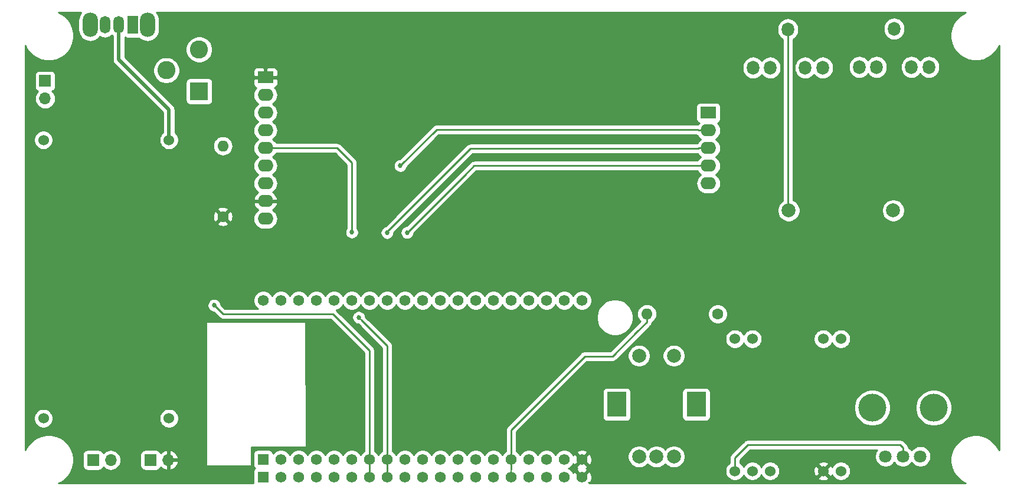
<source format=gbr>
G04 #@! TF.GenerationSoftware,KiCad,Pcbnew,(5.1.4)-1*
G04 #@! TF.CreationDate,2019-10-09T17:37:27-04:00*
G04 #@! TF.ProjectId,MorseTutor3,4d6f7273-6554-4757-946f-72332e6b6963,rev?*
G04 #@! TF.SameCoordinates,Original*
G04 #@! TF.FileFunction,Copper,L2,Bot*
G04 #@! TF.FilePolarity,Positive*
%FSLAX46Y46*%
G04 Gerber Fmt 4.6, Leading zero omitted, Abs format (unit mm)*
G04 Created by KiCad (PCBNEW (5.1.4)-1) date 2019-10-09 17:37:27*
%MOMM*%
%LPD*%
G04 APERTURE LIST*
%ADD10C,2.000000*%
%ADD11C,1.560000*%
%ADD12R,1.560000X1.560000*%
%ADD13O,1.800000X2.000000*%
%ADD14C,1.524000*%
%ADD15R,2.600000X2.600000*%
%ADD16C,2.600000*%
%ADD17C,1.600000*%
%ADD18O,1.600000X1.600000*%
%ADD19R,1.500000X2.500000*%
%ADD20O,1.500000X2.500000*%
%ADD21O,2.200000X3.500000*%
%ADD22O,1.700000X1.700000*%
%ADD23R,1.700000X1.700000*%
%ADD24R,2.800000X3.600000*%
%ADD25R,2.250000X1.727200*%
%ADD26O,2.250000X1.727200*%
%ADD27C,1.800000*%
%ADD28C,4.000000*%
%ADD29C,0.685800*%
%ADD30C,0.254000*%
%ADD31C,0.203200*%
%ADD32C,0.508000*%
G04 APERTURE END LIST*
D10*
X146170000Y-64135000D03*
X161170000Y-64135000D03*
D11*
X113970000Y-99910000D03*
X75870000Y-99910000D03*
X96190000Y-99910000D03*
X98730000Y-99910000D03*
X108890000Y-99910000D03*
X83490000Y-99910000D03*
X73330000Y-99910000D03*
X91110000Y-99910000D03*
X111430000Y-99910000D03*
X93650000Y-99910000D03*
X116510000Y-99910000D03*
X106350000Y-99910000D03*
X86030000Y-99910000D03*
X78410000Y-99910000D03*
D12*
X70790000Y-99910000D03*
D11*
X80950000Y-99910000D03*
X88570000Y-99910000D03*
X101270000Y-99910000D03*
X103810000Y-99910000D03*
X70790000Y-77050000D03*
X73330000Y-77050000D03*
X75870000Y-77050000D03*
X78410000Y-77050000D03*
X80950000Y-77050000D03*
X83490000Y-77050000D03*
X86030000Y-77050000D03*
X88570000Y-77050000D03*
X91110000Y-77050000D03*
X93650000Y-77050000D03*
X96190000Y-77050000D03*
X98730000Y-77050000D03*
X101270000Y-77050000D03*
X103810000Y-77050000D03*
X106350000Y-77050000D03*
X108890000Y-77050000D03*
X111430000Y-77050000D03*
X113970000Y-77050000D03*
X116510000Y-77050000D03*
X113970000Y-102450000D03*
X111430000Y-102450000D03*
X108890000Y-102450000D03*
X106350000Y-102450000D03*
X103810000Y-102450000D03*
X101270000Y-102450000D03*
X98730000Y-102450000D03*
X96190000Y-102450000D03*
X93650000Y-102450000D03*
X91110000Y-102450000D03*
X88570000Y-102450000D03*
X86030000Y-102450000D03*
X83490000Y-102450000D03*
X80950000Y-102450000D03*
X78410000Y-102450000D03*
X75870000Y-102450000D03*
X116510000Y-102450000D03*
X73330000Y-102450000D03*
D12*
X70790000Y-102450000D03*
D13*
X141050000Y-43600000D03*
X143550000Y-43600000D03*
X151050000Y-43600000D03*
X148550000Y-43600000D03*
X146050000Y-38100000D03*
X156290000Y-43500000D03*
X158790000Y-43500000D03*
X166290000Y-43500000D03*
X163790000Y-43500000D03*
X161290000Y-38000000D03*
D14*
X153670000Y-82575000D03*
X151130000Y-82575000D03*
X140970000Y-82575000D03*
X138450000Y-82575000D03*
X153670000Y-101575000D03*
X151130000Y-101575000D03*
X143510000Y-101575000D03*
X140970000Y-101575000D03*
X138450000Y-101575000D03*
D15*
X61595000Y-46990000D03*
D16*
X61595000Y-40990000D03*
X56895000Y-43990000D03*
D17*
X65000000Y-65000000D03*
D18*
X65000000Y-54840000D03*
X125840000Y-79000000D03*
D17*
X136000000Y-79000000D03*
D19*
X52070000Y-37465000D03*
D20*
X50070000Y-37465000D03*
X48070000Y-37465000D03*
D21*
X54170000Y-37465000D03*
X45970000Y-37465000D03*
D22*
X48915000Y-100000000D03*
D23*
X46375000Y-100000000D03*
X54630000Y-100000000D03*
D22*
X57170000Y-100000000D03*
D23*
X39500000Y-45500000D03*
D22*
X39500000Y-48040000D03*
D24*
X121500000Y-92000000D03*
X132900000Y-92000000D03*
D10*
X124700000Y-85000000D03*
X129700000Y-85000000D03*
X124700000Y-99500000D03*
X127200000Y-99500000D03*
X129700000Y-99500000D03*
D14*
X57260000Y-54000000D03*
X39260000Y-54000000D03*
X39260000Y-94000000D03*
X57260000Y-94000000D03*
D25*
X71120000Y-45000000D03*
D26*
X71120000Y-47540000D03*
X71120000Y-50080000D03*
X71120000Y-52620000D03*
X71120000Y-55160000D03*
X71120000Y-57700000D03*
X71120000Y-60240000D03*
X71120000Y-62780000D03*
X71120000Y-65320000D03*
X134640000Y-57700000D03*
X134640000Y-55160000D03*
X134640000Y-52620000D03*
D25*
X134640000Y-50080000D03*
D26*
X134640000Y-60240000D03*
D27*
X160060000Y-99475000D03*
X162560000Y-99475000D03*
X165060000Y-99475000D03*
D28*
X158160000Y-92475000D03*
X166960000Y-92475000D03*
D29*
X84500000Y-79499998D03*
X63750000Y-77750000D03*
X83500000Y-67250000D03*
X91440000Y-67310000D03*
X88570000Y-67320000D03*
X90450000Y-57700000D03*
D30*
X146050000Y-64015000D02*
X146170000Y-64135000D01*
X146050000Y-38100000D02*
X146050000Y-64015000D01*
X88570000Y-102200000D02*
X88570000Y-83569998D01*
X88570000Y-83569998D02*
X84842899Y-79842897D01*
D31*
X84842899Y-79842897D02*
X84500000Y-79499998D01*
D30*
X86030000Y-102200000D02*
X86030000Y-84280000D01*
D31*
X86030000Y-84280000D02*
X86030000Y-84220000D01*
D30*
X80750000Y-79000000D02*
X86030000Y-84280000D01*
X65015073Y-79000000D02*
X80750000Y-79000000D01*
X64250000Y-78234927D02*
X65015073Y-79000000D01*
X63750000Y-77750000D02*
X64234927Y-78234927D01*
X64234927Y-78234927D02*
X64250000Y-78234927D01*
X67220000Y-62780000D02*
X65000000Y-65000000D01*
X71120000Y-62780000D02*
X67220000Y-62780000D01*
D31*
X119380000Y-85090000D02*
X120910000Y-85090000D01*
D30*
X120910000Y-85090000D02*
X124500000Y-81500000D01*
X125840000Y-80160000D02*
X125840000Y-79000000D01*
X124500000Y-81500000D02*
X125840000Y-80160000D01*
D31*
X106350000Y-102450000D02*
X106350000Y-101346914D01*
D30*
X106350000Y-95650000D02*
X116910000Y-85090000D01*
X106350000Y-101346914D02*
X106350000Y-95650000D01*
X116910000Y-85090000D02*
X120910000Y-85090000D01*
X162560000Y-98202208D02*
X162560000Y-99475000D01*
X162147792Y-97790000D02*
X162560000Y-98202208D01*
X140335000Y-97790000D02*
X162147792Y-97790000D01*
X138450000Y-99675000D02*
X140335000Y-97790000D01*
X138450000Y-101575000D02*
X138450000Y-99675000D01*
X83500000Y-67250000D02*
X83500000Y-58320000D01*
X83500000Y-58320000D02*
X83500000Y-57250000D01*
X81410000Y-55160000D02*
X71120000Y-55160000D01*
X83500000Y-57250000D02*
X81410000Y-55160000D01*
D31*
X134378600Y-50080000D02*
X134640000Y-50080000D01*
D30*
X101050000Y-57700000D02*
X99750000Y-59000000D01*
X134640000Y-57700000D02*
X101050000Y-57700000D01*
D31*
X100330000Y-58420000D02*
X99750000Y-59000000D01*
D30*
X99750000Y-59000000D02*
X91440000Y-67310000D01*
X133221800Y-55250000D02*
X100500000Y-55250000D01*
D31*
X100375000Y-55375000D02*
X99000014Y-56749986D01*
D30*
X88570000Y-67180000D02*
X100375000Y-55375000D01*
D31*
X88570000Y-67320000D02*
X88570000Y-67180000D01*
D30*
X100500000Y-55250000D02*
X100375000Y-55375000D01*
X133261000Y-55160000D02*
X134640000Y-55160000D01*
X133221800Y-55199200D02*
X133261000Y-55160000D01*
X133221800Y-55250000D02*
X133221800Y-55199200D01*
X95650000Y-52500000D02*
X90450000Y-57700000D01*
X133191800Y-52500000D02*
X95650000Y-52500000D01*
X133261000Y-52620000D02*
X134640000Y-52620000D01*
X133191800Y-52550800D02*
X133261000Y-52620000D01*
X133191800Y-52500000D02*
X133191800Y-52550800D01*
D32*
X50070000Y-37465000D02*
X50070000Y-42450000D01*
X50070000Y-42450000D02*
X57260000Y-49640000D01*
X57260000Y-49640000D02*
X57260000Y-54000000D01*
D30*
G36*
X44520422Y-35846422D02*
G01*
X44359315Y-36147832D01*
X44260105Y-36474881D01*
X44235000Y-36729775D01*
X44235000Y-38200224D01*
X44260105Y-38455118D01*
X44359314Y-38782167D01*
X44520421Y-39083577D01*
X44737234Y-39347766D01*
X45001422Y-39564579D01*
X45302832Y-39725686D01*
X45629881Y-39824895D01*
X45970000Y-39858394D01*
X46310118Y-39824895D01*
X46637167Y-39725686D01*
X46938577Y-39564579D01*
X47202766Y-39347766D01*
X47360139Y-39156006D01*
X47537419Y-39250764D01*
X47798493Y-39329960D01*
X48070000Y-39356701D01*
X48341506Y-39329960D01*
X48602580Y-39250764D01*
X48843187Y-39122157D01*
X49054080Y-38949081D01*
X49070000Y-38929683D01*
X49085919Y-38949080D01*
X49181000Y-39027112D01*
X49181001Y-42406330D01*
X49176700Y-42450000D01*
X49193864Y-42624274D01*
X49244698Y-42791852D01*
X49307711Y-42909740D01*
X49327248Y-42946291D01*
X49438342Y-43081659D01*
X49472259Y-43109494D01*
X56371000Y-50008236D01*
X56371001Y-52913854D01*
X56369465Y-52914880D01*
X56174880Y-53109465D01*
X56021995Y-53338273D01*
X55916686Y-53592510D01*
X55863000Y-53862408D01*
X55863000Y-54137592D01*
X55916686Y-54407490D01*
X56021995Y-54661727D01*
X56174880Y-54890535D01*
X56369465Y-55085120D01*
X56598273Y-55238005D01*
X56852510Y-55343314D01*
X57122408Y-55397000D01*
X57397592Y-55397000D01*
X57667490Y-55343314D01*
X57921727Y-55238005D01*
X58150535Y-55085120D01*
X58345120Y-54890535D01*
X58378886Y-54840000D01*
X63558057Y-54840000D01*
X63585764Y-55121309D01*
X63667818Y-55391808D01*
X63801068Y-55641101D01*
X63980392Y-55859608D01*
X64198899Y-56038932D01*
X64448192Y-56172182D01*
X64718691Y-56254236D01*
X64929508Y-56275000D01*
X65070492Y-56275000D01*
X65281309Y-56254236D01*
X65551808Y-56172182D01*
X65801101Y-56038932D01*
X66019608Y-55859608D01*
X66198932Y-55641101D01*
X66332182Y-55391808D01*
X66414236Y-55121309D01*
X66441943Y-54840000D01*
X66414236Y-54558691D01*
X66332182Y-54288192D01*
X66198932Y-54038899D01*
X66019608Y-53820392D01*
X65801101Y-53641068D01*
X65551808Y-53507818D01*
X65281309Y-53425764D01*
X65070492Y-53405000D01*
X64929508Y-53405000D01*
X64718691Y-53425764D01*
X64448192Y-53507818D01*
X64198899Y-53641068D01*
X63980392Y-53820392D01*
X63801068Y-54038899D01*
X63667818Y-54288192D01*
X63585764Y-54558691D01*
X63558057Y-54840000D01*
X58378886Y-54840000D01*
X58498005Y-54661727D01*
X58603314Y-54407490D01*
X58657000Y-54137592D01*
X58657000Y-53862408D01*
X58603314Y-53592510D01*
X58498005Y-53338273D01*
X58345120Y-53109465D01*
X58150535Y-52914880D01*
X58149000Y-52913854D01*
X58149000Y-49683668D01*
X58153301Y-49640000D01*
X58136136Y-49465725D01*
X58115039Y-49396178D01*
X58085303Y-49298149D01*
X58002753Y-49143709D01*
X57891659Y-49008341D01*
X57857743Y-48980507D01*
X52676655Y-43799419D01*
X54960000Y-43799419D01*
X54960000Y-44180581D01*
X55034361Y-44554419D01*
X55180225Y-44906566D01*
X55391987Y-45223491D01*
X55661509Y-45493013D01*
X55978434Y-45704775D01*
X56330581Y-45850639D01*
X56704419Y-45925000D01*
X57085581Y-45925000D01*
X57459419Y-45850639D01*
X57811566Y-45704775D01*
X57833678Y-45690000D01*
X59656928Y-45690000D01*
X59656928Y-48290000D01*
X59669188Y-48414482D01*
X59705498Y-48534180D01*
X59764463Y-48644494D01*
X59843815Y-48741185D01*
X59940506Y-48820537D01*
X60050820Y-48879502D01*
X60170518Y-48915812D01*
X60295000Y-48928072D01*
X62895000Y-48928072D01*
X63019482Y-48915812D01*
X63139180Y-48879502D01*
X63249494Y-48820537D01*
X63346185Y-48741185D01*
X63425537Y-48644494D01*
X63484502Y-48534180D01*
X63520812Y-48414482D01*
X63533072Y-48290000D01*
X63533072Y-47540000D01*
X69352749Y-47540000D01*
X69381684Y-47833777D01*
X69467375Y-48116264D01*
X69606531Y-48376606D01*
X69793803Y-48604797D01*
X70021994Y-48792069D01*
X70055540Y-48810000D01*
X70021994Y-48827931D01*
X69793803Y-49015203D01*
X69606531Y-49243394D01*
X69467375Y-49503736D01*
X69381684Y-49786223D01*
X69352749Y-50080000D01*
X69381684Y-50373777D01*
X69467375Y-50656264D01*
X69606531Y-50916606D01*
X69793803Y-51144797D01*
X70021994Y-51332069D01*
X70055540Y-51350000D01*
X70021994Y-51367931D01*
X69793803Y-51555203D01*
X69606531Y-51783394D01*
X69467375Y-52043736D01*
X69381684Y-52326223D01*
X69352749Y-52620000D01*
X69381684Y-52913777D01*
X69467375Y-53196264D01*
X69606531Y-53456606D01*
X69793803Y-53684797D01*
X70021994Y-53872069D01*
X70055540Y-53890000D01*
X70021994Y-53907931D01*
X69793803Y-54095203D01*
X69606531Y-54323394D01*
X69467375Y-54583736D01*
X69381684Y-54866223D01*
X69352749Y-55160000D01*
X69381684Y-55453777D01*
X69467375Y-55736264D01*
X69606531Y-55996606D01*
X69793803Y-56224797D01*
X70021994Y-56412069D01*
X70055540Y-56430000D01*
X70021994Y-56447931D01*
X69793803Y-56635203D01*
X69606531Y-56863394D01*
X69467375Y-57123736D01*
X69381684Y-57406223D01*
X69352749Y-57700000D01*
X69381684Y-57993777D01*
X69467375Y-58276264D01*
X69606531Y-58536606D01*
X69793803Y-58764797D01*
X70021994Y-58952069D01*
X70055540Y-58970000D01*
X70021994Y-58987931D01*
X69793803Y-59175203D01*
X69606531Y-59403394D01*
X69467375Y-59663736D01*
X69381684Y-59946223D01*
X69352749Y-60240000D01*
X69381684Y-60533777D01*
X69467375Y-60816264D01*
X69606531Y-61076606D01*
X69793803Y-61304797D01*
X70021994Y-61492069D01*
X70061353Y-61513107D01*
X69920426Y-61604517D01*
X69709127Y-61810132D01*
X69542002Y-62053019D01*
X69425473Y-62323843D01*
X69403642Y-62420974D01*
X69524783Y-62653000D01*
X70993000Y-62653000D01*
X70993000Y-62633000D01*
X71247000Y-62633000D01*
X71247000Y-62653000D01*
X72715217Y-62653000D01*
X72836358Y-62420974D01*
X72814527Y-62323843D01*
X72697998Y-62053019D01*
X72530873Y-61810132D01*
X72319574Y-61604517D01*
X72178647Y-61513107D01*
X72218006Y-61492069D01*
X72446197Y-61304797D01*
X72633469Y-61076606D01*
X72772625Y-60816264D01*
X72858316Y-60533777D01*
X72887251Y-60240000D01*
X72858316Y-59946223D01*
X72772625Y-59663736D01*
X72633469Y-59403394D01*
X72446197Y-59175203D01*
X72218006Y-58987931D01*
X72184460Y-58970000D01*
X72218006Y-58952069D01*
X72446197Y-58764797D01*
X72633469Y-58536606D01*
X72772625Y-58276264D01*
X72858316Y-57993777D01*
X72887251Y-57700000D01*
X72858316Y-57406223D01*
X72772625Y-57123736D01*
X72633469Y-56863394D01*
X72446197Y-56635203D01*
X72218006Y-56447931D01*
X72184460Y-56430000D01*
X72218006Y-56412069D01*
X72446197Y-56224797D01*
X72633469Y-55996606D01*
X72673347Y-55922000D01*
X81094370Y-55922000D01*
X82738001Y-57565632D01*
X82738000Y-58357425D01*
X82738001Y-58357435D01*
X82738000Y-66630239D01*
X82633396Y-66786790D01*
X82559680Y-66964757D01*
X82522100Y-67153685D01*
X82522100Y-67346315D01*
X82559680Y-67535243D01*
X82633396Y-67713210D01*
X82740415Y-67873375D01*
X82876625Y-68009585D01*
X83036790Y-68116604D01*
X83214757Y-68190320D01*
X83403685Y-68227900D01*
X83596315Y-68227900D01*
X83785243Y-68190320D01*
X83963210Y-68116604D01*
X84123375Y-68009585D01*
X84259585Y-67873375D01*
X84366604Y-67713210D01*
X84440320Y-67535243D01*
X84477900Y-67346315D01*
X84477900Y-67223685D01*
X87592100Y-67223685D01*
X87592100Y-67416315D01*
X87629680Y-67605243D01*
X87703396Y-67783210D01*
X87810415Y-67943375D01*
X87946625Y-68079585D01*
X88106790Y-68186604D01*
X88284757Y-68260320D01*
X88473685Y-68297900D01*
X88666315Y-68297900D01*
X88855243Y-68260320D01*
X89033210Y-68186604D01*
X89193375Y-68079585D01*
X89329585Y-67943375D01*
X89436604Y-67783210D01*
X89510320Y-67605243D01*
X89547900Y-67416315D01*
X89547900Y-67279730D01*
X100815631Y-56012000D01*
X133139165Y-56012000D01*
X133313803Y-56224797D01*
X133541994Y-56412069D01*
X133575540Y-56430000D01*
X133541994Y-56447931D01*
X133313803Y-56635203D01*
X133126531Y-56863394D01*
X133086653Y-56938000D01*
X101087423Y-56938000D01*
X101050000Y-56934314D01*
X101012577Y-56938000D01*
X101012574Y-56938000D01*
X100900622Y-56949026D01*
X100756985Y-56992598D01*
X100695364Y-57025535D01*
X100624607Y-57063355D01*
X100608438Y-57076625D01*
X100508578Y-57158578D01*
X100484716Y-57187654D01*
X91339422Y-66332948D01*
X91154757Y-66369680D01*
X90976790Y-66443396D01*
X90816625Y-66550415D01*
X90680415Y-66686625D01*
X90573396Y-66846790D01*
X90499680Y-67024757D01*
X90462100Y-67213685D01*
X90462100Y-67406315D01*
X90499680Y-67595243D01*
X90573396Y-67773210D01*
X90680415Y-67933375D01*
X90816625Y-68069585D01*
X90976790Y-68176604D01*
X91154757Y-68250320D01*
X91343685Y-68287900D01*
X91536315Y-68287900D01*
X91725243Y-68250320D01*
X91903210Y-68176604D01*
X92063375Y-68069585D01*
X92199585Y-67933375D01*
X92306604Y-67773210D01*
X92380320Y-67595243D01*
X92417052Y-67410578D01*
X101365630Y-58462000D01*
X133086653Y-58462000D01*
X133126531Y-58536606D01*
X133313803Y-58764797D01*
X133541994Y-58952069D01*
X133575540Y-58970000D01*
X133541994Y-58987931D01*
X133313803Y-59175203D01*
X133126531Y-59403394D01*
X132987375Y-59663736D01*
X132901684Y-59946223D01*
X132872749Y-60240000D01*
X132901684Y-60533777D01*
X132987375Y-60816264D01*
X133126531Y-61076606D01*
X133313803Y-61304797D01*
X133541994Y-61492069D01*
X133802336Y-61631225D01*
X134084823Y-61716916D01*
X134304981Y-61738600D01*
X134975019Y-61738600D01*
X135195177Y-61716916D01*
X135477664Y-61631225D01*
X135738006Y-61492069D01*
X135966197Y-61304797D01*
X136153469Y-61076606D01*
X136292625Y-60816264D01*
X136378316Y-60533777D01*
X136407251Y-60240000D01*
X136378316Y-59946223D01*
X136292625Y-59663736D01*
X136153469Y-59403394D01*
X135966197Y-59175203D01*
X135738006Y-58987931D01*
X135704460Y-58970000D01*
X135738006Y-58952069D01*
X135966197Y-58764797D01*
X136153469Y-58536606D01*
X136292625Y-58276264D01*
X136378316Y-57993777D01*
X136407251Y-57700000D01*
X136378316Y-57406223D01*
X136292625Y-57123736D01*
X136153469Y-56863394D01*
X135966197Y-56635203D01*
X135738006Y-56447931D01*
X135704460Y-56430000D01*
X135738006Y-56412069D01*
X135966197Y-56224797D01*
X136153469Y-55996606D01*
X136292625Y-55736264D01*
X136378316Y-55453777D01*
X136407251Y-55160000D01*
X136378316Y-54866223D01*
X136292625Y-54583736D01*
X136153469Y-54323394D01*
X135966197Y-54095203D01*
X135738006Y-53907931D01*
X135704460Y-53890000D01*
X135738006Y-53872069D01*
X135966197Y-53684797D01*
X136153469Y-53456606D01*
X136292625Y-53196264D01*
X136378316Y-52913777D01*
X136407251Y-52620000D01*
X136378316Y-52326223D01*
X136292625Y-52043736D01*
X136153469Y-51783394D01*
X135966197Y-51555203D01*
X135958135Y-51548586D01*
X136009180Y-51533102D01*
X136119494Y-51474137D01*
X136216185Y-51394785D01*
X136295537Y-51298094D01*
X136354502Y-51187780D01*
X136390812Y-51068082D01*
X136403072Y-50943600D01*
X136403072Y-49216400D01*
X136390812Y-49091918D01*
X136354502Y-48972220D01*
X136295537Y-48861906D01*
X136216185Y-48765215D01*
X136119494Y-48685863D01*
X136009180Y-48626898D01*
X135889482Y-48590588D01*
X135765000Y-48578328D01*
X133515000Y-48578328D01*
X133390518Y-48590588D01*
X133270820Y-48626898D01*
X133160506Y-48685863D01*
X133063815Y-48765215D01*
X132984463Y-48861906D01*
X132925498Y-48972220D01*
X132889188Y-49091918D01*
X132876928Y-49216400D01*
X132876928Y-50943600D01*
X132889188Y-51068082D01*
X132925498Y-51187780D01*
X132984463Y-51298094D01*
X133063815Y-51394785D01*
X133160506Y-51474137D01*
X133270820Y-51533102D01*
X133321865Y-51548586D01*
X133313803Y-51555203D01*
X133164613Y-51736992D01*
X133154374Y-51738000D01*
X95687423Y-51738000D01*
X95650000Y-51734314D01*
X95612577Y-51738000D01*
X95612574Y-51738000D01*
X95500622Y-51749026D01*
X95356985Y-51792598D01*
X95295364Y-51825535D01*
X95224607Y-51863355D01*
X95182219Y-51898143D01*
X95108578Y-51958578D01*
X95084716Y-51987654D01*
X90349422Y-56722948D01*
X90164757Y-56759680D01*
X89986790Y-56833396D01*
X89826625Y-56940415D01*
X89690415Y-57076625D01*
X89583396Y-57236790D01*
X89509680Y-57414757D01*
X89472100Y-57603685D01*
X89472100Y-57796315D01*
X89509680Y-57985243D01*
X89583396Y-58163210D01*
X89690415Y-58323375D01*
X89826625Y-58459585D01*
X89986790Y-58566604D01*
X90164757Y-58640320D01*
X90353685Y-58677900D01*
X90546315Y-58677900D01*
X90735243Y-58640320D01*
X90913210Y-58566604D01*
X91073375Y-58459585D01*
X91209585Y-58323375D01*
X91316604Y-58163210D01*
X91390320Y-57985243D01*
X91427052Y-57800578D01*
X95965630Y-53262000D01*
X132845626Y-53262000D01*
X132967985Y-53327402D01*
X133074787Y-53359800D01*
X133126531Y-53456606D01*
X133313803Y-53684797D01*
X133541994Y-53872069D01*
X133575540Y-53890000D01*
X133541994Y-53907931D01*
X133313803Y-54095203D01*
X133126531Y-54323394D01*
X133074787Y-54420200D01*
X132967985Y-54452598D01*
X132901753Y-54488000D01*
X100537423Y-54488000D01*
X100500000Y-54484314D01*
X100462577Y-54488000D01*
X100462574Y-54488000D01*
X100350622Y-54499026D01*
X100206985Y-54542598D01*
X100074608Y-54613355D01*
X99958578Y-54708578D01*
X99934713Y-54737658D01*
X99862655Y-54809715D01*
X99862648Y-54809721D01*
X88294660Y-66377710D01*
X88284757Y-66379680D01*
X88106790Y-66453396D01*
X87946625Y-66560415D01*
X87810415Y-66696625D01*
X87703396Y-66856790D01*
X87629680Y-67034757D01*
X87592100Y-67223685D01*
X84477900Y-67223685D01*
X84477900Y-67153685D01*
X84440320Y-66964757D01*
X84366604Y-66786790D01*
X84262000Y-66630239D01*
X84262000Y-57287422D01*
X84265686Y-57249999D01*
X84256940Y-57161198D01*
X84250974Y-57100622D01*
X84207402Y-56956985D01*
X84136645Y-56824608D01*
X84041422Y-56708578D01*
X84012352Y-56684721D01*
X81975284Y-54647654D01*
X81951422Y-54618578D01*
X81835392Y-54523355D01*
X81703015Y-54452598D01*
X81559378Y-54409026D01*
X81447426Y-54398000D01*
X81447423Y-54398000D01*
X81410000Y-54394314D01*
X81372577Y-54398000D01*
X72673347Y-54398000D01*
X72633469Y-54323394D01*
X72446197Y-54095203D01*
X72218006Y-53907931D01*
X72184460Y-53890000D01*
X72218006Y-53872069D01*
X72446197Y-53684797D01*
X72633469Y-53456606D01*
X72772625Y-53196264D01*
X72858316Y-52913777D01*
X72887251Y-52620000D01*
X72858316Y-52326223D01*
X72772625Y-52043736D01*
X72633469Y-51783394D01*
X72446197Y-51555203D01*
X72218006Y-51367931D01*
X72184460Y-51350000D01*
X72218006Y-51332069D01*
X72446197Y-51144797D01*
X72633469Y-50916606D01*
X72772625Y-50656264D01*
X72858316Y-50373777D01*
X72887251Y-50080000D01*
X72858316Y-49786223D01*
X72772625Y-49503736D01*
X72633469Y-49243394D01*
X72446197Y-49015203D01*
X72218006Y-48827931D01*
X72184460Y-48810000D01*
X72218006Y-48792069D01*
X72446197Y-48604797D01*
X72633469Y-48376606D01*
X72772625Y-48116264D01*
X72858316Y-47833777D01*
X72887251Y-47540000D01*
X72858316Y-47246223D01*
X72772625Y-46963736D01*
X72633469Y-46703394D01*
X72446197Y-46475203D01*
X72438135Y-46468586D01*
X72489180Y-46453102D01*
X72599494Y-46394137D01*
X72696185Y-46314785D01*
X72775537Y-46218094D01*
X72834502Y-46107780D01*
X72870812Y-45988082D01*
X72883072Y-45863600D01*
X72880000Y-45285750D01*
X72721250Y-45127000D01*
X71247000Y-45127000D01*
X71247000Y-45147000D01*
X70993000Y-45147000D01*
X70993000Y-45127000D01*
X69518750Y-45127000D01*
X69360000Y-45285750D01*
X69356928Y-45863600D01*
X69369188Y-45988082D01*
X69405498Y-46107780D01*
X69464463Y-46218094D01*
X69543815Y-46314785D01*
X69640506Y-46394137D01*
X69750820Y-46453102D01*
X69801865Y-46468586D01*
X69793803Y-46475203D01*
X69606531Y-46703394D01*
X69467375Y-46963736D01*
X69381684Y-47246223D01*
X69352749Y-47540000D01*
X63533072Y-47540000D01*
X63533072Y-45690000D01*
X63520812Y-45565518D01*
X63484502Y-45445820D01*
X63425537Y-45335506D01*
X63346185Y-45238815D01*
X63249494Y-45159463D01*
X63139180Y-45100498D01*
X63019482Y-45064188D01*
X62895000Y-45051928D01*
X60295000Y-45051928D01*
X60170518Y-45064188D01*
X60050820Y-45100498D01*
X59940506Y-45159463D01*
X59843815Y-45238815D01*
X59764463Y-45335506D01*
X59705498Y-45445820D01*
X59669188Y-45565518D01*
X59656928Y-45690000D01*
X57833678Y-45690000D01*
X58128491Y-45493013D01*
X58398013Y-45223491D01*
X58609775Y-44906566D01*
X58755639Y-44554419D01*
X58830000Y-44180581D01*
X58830000Y-44136400D01*
X69356928Y-44136400D01*
X69360000Y-44714250D01*
X69518750Y-44873000D01*
X70993000Y-44873000D01*
X70993000Y-43660150D01*
X71247000Y-43660150D01*
X71247000Y-44873000D01*
X72721250Y-44873000D01*
X72880000Y-44714250D01*
X72883072Y-44136400D01*
X72870812Y-44011918D01*
X72834502Y-43892220D01*
X72775537Y-43781906D01*
X72696185Y-43685215D01*
X72599494Y-43605863D01*
X72489180Y-43546898D01*
X72369482Y-43510588D01*
X72245000Y-43498328D01*
X71405750Y-43501400D01*
X71247000Y-43660150D01*
X70993000Y-43660150D01*
X70834250Y-43501400D01*
X69995000Y-43498328D01*
X69870518Y-43510588D01*
X69750820Y-43546898D01*
X69640506Y-43605863D01*
X69543815Y-43685215D01*
X69464463Y-43781906D01*
X69405498Y-43892220D01*
X69369188Y-44011918D01*
X69356928Y-44136400D01*
X58830000Y-44136400D01*
X58830000Y-43799419D01*
X58755639Y-43425581D01*
X58755230Y-43424592D01*
X139515000Y-43424592D01*
X139515000Y-43775407D01*
X139537210Y-44000912D01*
X139624983Y-44290260D01*
X139767519Y-44556926D01*
X139959339Y-44790661D01*
X140193073Y-44982481D01*
X140459739Y-45125017D01*
X140749087Y-45212790D01*
X141050000Y-45242427D01*
X141350912Y-45212790D01*
X141640260Y-45125017D01*
X141906926Y-44982481D01*
X142140661Y-44790661D01*
X142300000Y-44596505D01*
X142459339Y-44790661D01*
X142693073Y-44982481D01*
X142959739Y-45125017D01*
X143249087Y-45212790D01*
X143550000Y-45242427D01*
X143850912Y-45212790D01*
X144140260Y-45125017D01*
X144406926Y-44982481D01*
X144640661Y-44790661D01*
X144832481Y-44556927D01*
X144975017Y-44290261D01*
X145062790Y-44000913D01*
X145085000Y-43775408D01*
X145085000Y-43424593D01*
X145062790Y-43199088D01*
X144975017Y-42909740D01*
X144832481Y-42643073D01*
X144640661Y-42409339D01*
X144406927Y-42217519D01*
X144140261Y-42074983D01*
X143850913Y-41987210D01*
X143550000Y-41957573D01*
X143249088Y-41987210D01*
X142959740Y-42074983D01*
X142693074Y-42217519D01*
X142459339Y-42409339D01*
X142300000Y-42603495D01*
X142140661Y-42409339D01*
X141906927Y-42217519D01*
X141640261Y-42074983D01*
X141350913Y-41987210D01*
X141050000Y-41957573D01*
X140749088Y-41987210D01*
X140459740Y-42074983D01*
X140193074Y-42217519D01*
X139959339Y-42409339D01*
X139767519Y-42643073D01*
X139624983Y-42909739D01*
X139537210Y-43199087D01*
X139515000Y-43424592D01*
X58755230Y-43424592D01*
X58609775Y-43073434D01*
X58398013Y-42756509D01*
X58128491Y-42486987D01*
X57811566Y-42275225D01*
X57459419Y-42129361D01*
X57085581Y-42055000D01*
X56704419Y-42055000D01*
X56330581Y-42129361D01*
X55978434Y-42275225D01*
X55661509Y-42486987D01*
X55391987Y-42756509D01*
X55180225Y-43073434D01*
X55034361Y-43425581D01*
X54960000Y-43799419D01*
X52676655Y-43799419D01*
X50959000Y-42081765D01*
X50959000Y-40799419D01*
X59660000Y-40799419D01*
X59660000Y-41180581D01*
X59734361Y-41554419D01*
X59880225Y-41906566D01*
X60091987Y-42223491D01*
X60361509Y-42493013D01*
X60678434Y-42704775D01*
X61030581Y-42850639D01*
X61404419Y-42925000D01*
X61785581Y-42925000D01*
X62159419Y-42850639D01*
X62511566Y-42704775D01*
X62828491Y-42493013D01*
X63098013Y-42223491D01*
X63309775Y-41906566D01*
X63455639Y-41554419D01*
X63530000Y-41180581D01*
X63530000Y-40799419D01*
X63455639Y-40425581D01*
X63309775Y-40073434D01*
X63098013Y-39756509D01*
X62828491Y-39486987D01*
X62511566Y-39275225D01*
X62159419Y-39129361D01*
X61785581Y-39055000D01*
X61404419Y-39055000D01*
X61030581Y-39129361D01*
X60678434Y-39275225D01*
X60361509Y-39486987D01*
X60091987Y-39756509D01*
X59880225Y-40073434D01*
X59734361Y-40425581D01*
X59660000Y-40799419D01*
X50959000Y-40799419D01*
X50959000Y-39240198D01*
X50965506Y-39245537D01*
X51075820Y-39304502D01*
X51195518Y-39340812D01*
X51320000Y-39353072D01*
X52820000Y-39353072D01*
X52932496Y-39341992D01*
X52937234Y-39347766D01*
X53201422Y-39564579D01*
X53502832Y-39725686D01*
X53829881Y-39824895D01*
X54170000Y-39858394D01*
X54510118Y-39824895D01*
X54837167Y-39725686D01*
X55138577Y-39564579D01*
X55402766Y-39347766D01*
X55619579Y-39083578D01*
X55780686Y-38782168D01*
X55879895Y-38455119D01*
X55905000Y-38200225D01*
X55905000Y-37924592D01*
X144515000Y-37924592D01*
X144515000Y-38275407D01*
X144537210Y-38500912D01*
X144624983Y-38790260D01*
X144767519Y-39056926D01*
X144959339Y-39290661D01*
X145193073Y-39482481D01*
X145288000Y-39533221D01*
X145288001Y-62757935D01*
X145127748Y-62865013D01*
X144900013Y-63092748D01*
X144721082Y-63360537D01*
X144597832Y-63658088D01*
X144535000Y-63973967D01*
X144535000Y-64296033D01*
X144597832Y-64611912D01*
X144721082Y-64909463D01*
X144900013Y-65177252D01*
X145127748Y-65404987D01*
X145395537Y-65583918D01*
X145693088Y-65707168D01*
X146008967Y-65770000D01*
X146331033Y-65770000D01*
X146646912Y-65707168D01*
X146944463Y-65583918D01*
X147212252Y-65404987D01*
X147439987Y-65177252D01*
X147618918Y-64909463D01*
X147742168Y-64611912D01*
X147805000Y-64296033D01*
X147805000Y-63973967D01*
X159535000Y-63973967D01*
X159535000Y-64296033D01*
X159597832Y-64611912D01*
X159721082Y-64909463D01*
X159900013Y-65177252D01*
X160127748Y-65404987D01*
X160395537Y-65583918D01*
X160693088Y-65707168D01*
X161008967Y-65770000D01*
X161331033Y-65770000D01*
X161646912Y-65707168D01*
X161944463Y-65583918D01*
X162212252Y-65404987D01*
X162439987Y-65177252D01*
X162618918Y-64909463D01*
X162742168Y-64611912D01*
X162805000Y-64296033D01*
X162805000Y-63973967D01*
X162742168Y-63658088D01*
X162618918Y-63360537D01*
X162439987Y-63092748D01*
X162212252Y-62865013D01*
X161944463Y-62686082D01*
X161646912Y-62562832D01*
X161331033Y-62500000D01*
X161008967Y-62500000D01*
X160693088Y-62562832D01*
X160395537Y-62686082D01*
X160127748Y-62865013D01*
X159900013Y-63092748D01*
X159721082Y-63360537D01*
X159597832Y-63658088D01*
X159535000Y-63973967D01*
X147805000Y-63973967D01*
X147742168Y-63658088D01*
X147618918Y-63360537D01*
X147439987Y-63092748D01*
X147212252Y-62865013D01*
X146944463Y-62686082D01*
X146812000Y-62631214D01*
X146812000Y-43424592D01*
X147015000Y-43424592D01*
X147015000Y-43775407D01*
X147037210Y-44000912D01*
X147124983Y-44290260D01*
X147267519Y-44556926D01*
X147459339Y-44790661D01*
X147693073Y-44982481D01*
X147959739Y-45125017D01*
X148249087Y-45212790D01*
X148550000Y-45242427D01*
X148850912Y-45212790D01*
X149140260Y-45125017D01*
X149406926Y-44982481D01*
X149640661Y-44790661D01*
X149800000Y-44596505D01*
X149959339Y-44790661D01*
X150193073Y-44982481D01*
X150459739Y-45125017D01*
X150749087Y-45212790D01*
X151050000Y-45242427D01*
X151350912Y-45212790D01*
X151640260Y-45125017D01*
X151906926Y-44982481D01*
X152140661Y-44790661D01*
X152332481Y-44556927D01*
X152475017Y-44290261D01*
X152562790Y-44000913D01*
X152585000Y-43775408D01*
X152585000Y-43424593D01*
X152575151Y-43324592D01*
X154755000Y-43324592D01*
X154755000Y-43675407D01*
X154777210Y-43900912D01*
X154864983Y-44190260D01*
X155007519Y-44456926D01*
X155199339Y-44690661D01*
X155433073Y-44882481D01*
X155699739Y-45025017D01*
X155989087Y-45112790D01*
X156290000Y-45142427D01*
X156590912Y-45112790D01*
X156880260Y-45025017D01*
X157146926Y-44882481D01*
X157380661Y-44690661D01*
X157540000Y-44496505D01*
X157699339Y-44690661D01*
X157933073Y-44882481D01*
X158199739Y-45025017D01*
X158489087Y-45112790D01*
X158790000Y-45142427D01*
X159090912Y-45112790D01*
X159380260Y-45025017D01*
X159646926Y-44882481D01*
X159880661Y-44690661D01*
X160072481Y-44456927D01*
X160215017Y-44190261D01*
X160302790Y-43900913D01*
X160325000Y-43675408D01*
X160325000Y-43324593D01*
X160325000Y-43324592D01*
X162255000Y-43324592D01*
X162255000Y-43675407D01*
X162277210Y-43900912D01*
X162364983Y-44190260D01*
X162507519Y-44456926D01*
X162699339Y-44690661D01*
X162933073Y-44882481D01*
X163199739Y-45025017D01*
X163489087Y-45112790D01*
X163790000Y-45142427D01*
X164090912Y-45112790D01*
X164380260Y-45025017D01*
X164646926Y-44882481D01*
X164880661Y-44690661D01*
X165040000Y-44496505D01*
X165199339Y-44690661D01*
X165433073Y-44882481D01*
X165699739Y-45025017D01*
X165989087Y-45112790D01*
X166290000Y-45142427D01*
X166590912Y-45112790D01*
X166880260Y-45025017D01*
X167146926Y-44882481D01*
X167380661Y-44690661D01*
X167572481Y-44456927D01*
X167715017Y-44190261D01*
X167802790Y-43900913D01*
X167825000Y-43675408D01*
X167825000Y-43324593D01*
X167802790Y-43099088D01*
X167715017Y-42809740D01*
X167572481Y-42543073D01*
X167380661Y-42309339D01*
X167146927Y-42117519D01*
X166880261Y-41974983D01*
X166590913Y-41887210D01*
X166290000Y-41857573D01*
X165989088Y-41887210D01*
X165699740Y-41974983D01*
X165433074Y-42117519D01*
X165199339Y-42309339D01*
X165040000Y-42503495D01*
X164880661Y-42309339D01*
X164646927Y-42117519D01*
X164380261Y-41974983D01*
X164090913Y-41887210D01*
X163790000Y-41857573D01*
X163489088Y-41887210D01*
X163199740Y-41974983D01*
X162933074Y-42117519D01*
X162699339Y-42309339D01*
X162507519Y-42543073D01*
X162364983Y-42809739D01*
X162277210Y-43099087D01*
X162255000Y-43324592D01*
X160325000Y-43324592D01*
X160302790Y-43099088D01*
X160215017Y-42809740D01*
X160072481Y-42543073D01*
X159880661Y-42309339D01*
X159646927Y-42117519D01*
X159380261Y-41974983D01*
X159090913Y-41887210D01*
X158790000Y-41857573D01*
X158489088Y-41887210D01*
X158199740Y-41974983D01*
X157933074Y-42117519D01*
X157699339Y-42309339D01*
X157540000Y-42503495D01*
X157380661Y-42309339D01*
X157146927Y-42117519D01*
X156880261Y-41974983D01*
X156590913Y-41887210D01*
X156290000Y-41857573D01*
X155989088Y-41887210D01*
X155699740Y-41974983D01*
X155433074Y-42117519D01*
X155199339Y-42309339D01*
X155007519Y-42543073D01*
X154864983Y-42809739D01*
X154777210Y-43099087D01*
X154755000Y-43324592D01*
X152575151Y-43324592D01*
X152562790Y-43199088D01*
X152475017Y-42909740D01*
X152332481Y-42643073D01*
X152140661Y-42409339D01*
X151906927Y-42217519D01*
X151640261Y-42074983D01*
X151350913Y-41987210D01*
X151050000Y-41957573D01*
X150749088Y-41987210D01*
X150459740Y-42074983D01*
X150193074Y-42217519D01*
X149959339Y-42409339D01*
X149800000Y-42603495D01*
X149640661Y-42409339D01*
X149406927Y-42217519D01*
X149140261Y-42074983D01*
X148850913Y-41987210D01*
X148550000Y-41957573D01*
X148249088Y-41987210D01*
X147959740Y-42074983D01*
X147693074Y-42217519D01*
X147459339Y-42409339D01*
X147267519Y-42643073D01*
X147124983Y-42909739D01*
X147037210Y-43199087D01*
X147015000Y-43424592D01*
X146812000Y-43424592D01*
X146812000Y-39533220D01*
X146906926Y-39482481D01*
X147140661Y-39290661D01*
X147332481Y-39056927D01*
X147475017Y-38790261D01*
X147562790Y-38500913D01*
X147585000Y-38275408D01*
X147585000Y-37924593D01*
X147575151Y-37824592D01*
X159755000Y-37824592D01*
X159755000Y-38175407D01*
X159777210Y-38400912D01*
X159864983Y-38690260D01*
X160007519Y-38956926D01*
X160199339Y-39190661D01*
X160433073Y-39382481D01*
X160699739Y-39525017D01*
X160989087Y-39612790D01*
X161290000Y-39642427D01*
X161590912Y-39612790D01*
X161880260Y-39525017D01*
X162146926Y-39382481D01*
X162380661Y-39190661D01*
X162572481Y-38956927D01*
X162715017Y-38690261D01*
X162802790Y-38400913D01*
X162825000Y-38175408D01*
X162825000Y-37824593D01*
X162802790Y-37599088D01*
X162715017Y-37309740D01*
X162572481Y-37043073D01*
X162380661Y-36809339D01*
X162146927Y-36617519D01*
X161880261Y-36474983D01*
X161590913Y-36387210D01*
X161290000Y-36357573D01*
X160989088Y-36387210D01*
X160699740Y-36474983D01*
X160433074Y-36617519D01*
X160199339Y-36809339D01*
X160007519Y-37043073D01*
X159864983Y-37309739D01*
X159777210Y-37599087D01*
X159755000Y-37824592D01*
X147575151Y-37824592D01*
X147562790Y-37699088D01*
X147475017Y-37409740D01*
X147332481Y-37143073D01*
X147140661Y-36909339D01*
X146906927Y-36717519D01*
X146640261Y-36574983D01*
X146350913Y-36487210D01*
X146050000Y-36457573D01*
X145749088Y-36487210D01*
X145459740Y-36574983D01*
X145193074Y-36717519D01*
X144959339Y-36909339D01*
X144767519Y-37143073D01*
X144624983Y-37409739D01*
X144537210Y-37699087D01*
X144515000Y-37924592D01*
X55905000Y-37924592D01*
X55905000Y-36729775D01*
X55879895Y-36474881D01*
X55780686Y-36147832D01*
X55619579Y-35846422D01*
X55466587Y-35660000D01*
X171585664Y-35660000D01*
X171281971Y-35785794D01*
X170687922Y-36182725D01*
X170182725Y-36687922D01*
X169785794Y-37281971D01*
X169512383Y-37942043D01*
X169373000Y-38642772D01*
X169373000Y-39357228D01*
X169512383Y-40057957D01*
X169785794Y-40718029D01*
X170182725Y-41312078D01*
X170687922Y-41817275D01*
X171281971Y-42214206D01*
X171942043Y-42487617D01*
X172642772Y-42627000D01*
X173357228Y-42627000D01*
X174057957Y-42487617D01*
X174718029Y-42214206D01*
X175312078Y-41817275D01*
X175817275Y-41312078D01*
X176214206Y-40718029D01*
X176340000Y-40414336D01*
X176340001Y-98585667D01*
X176214206Y-98281971D01*
X175817275Y-97687922D01*
X175312078Y-97182725D01*
X174718029Y-96785794D01*
X174057957Y-96512383D01*
X173357228Y-96373000D01*
X172642772Y-96373000D01*
X171942043Y-96512383D01*
X171281971Y-96785794D01*
X170687922Y-97182725D01*
X170182725Y-97687922D01*
X169785794Y-98281971D01*
X169512383Y-98942043D01*
X169373000Y-99642772D01*
X169373000Y-100357228D01*
X169512383Y-101057957D01*
X169785794Y-101718029D01*
X170182725Y-102312078D01*
X170687922Y-102817275D01*
X171281971Y-103214206D01*
X171585664Y-103340000D01*
X117579608Y-103340000D01*
X117488423Y-103248815D01*
X117730349Y-103179655D01*
X117849248Y-102927557D01*
X117916681Y-102657106D01*
X117930057Y-102378697D01*
X117888860Y-102103028D01*
X117794675Y-101840692D01*
X117730349Y-101720345D01*
X117488421Y-101651184D01*
X116689605Y-102450000D01*
X116703748Y-102464143D01*
X116524143Y-102643748D01*
X116510000Y-102629605D01*
X116495858Y-102643748D01*
X116316253Y-102464143D01*
X116330395Y-102450000D01*
X115531579Y-101651184D01*
X115289651Y-101720345D01*
X115241575Y-101822279D01*
X115223957Y-101779746D01*
X115069103Y-101547990D01*
X114872010Y-101350897D01*
X114640254Y-101196043D01*
X114601523Y-101180000D01*
X114640254Y-101163957D01*
X114872010Y-101009103D01*
X114992692Y-100888421D01*
X115711184Y-100888421D01*
X115780345Y-101130349D01*
X115879041Y-101176898D01*
X115780345Y-101229651D01*
X115711184Y-101471579D01*
X116510000Y-102270395D01*
X117308816Y-101471579D01*
X117299048Y-101437408D01*
X137053000Y-101437408D01*
X137053000Y-101712592D01*
X137106686Y-101982490D01*
X137211995Y-102236727D01*
X137364880Y-102465535D01*
X137559465Y-102660120D01*
X137788273Y-102813005D01*
X138042510Y-102918314D01*
X138312408Y-102972000D01*
X138587592Y-102972000D01*
X138857490Y-102918314D01*
X139111727Y-102813005D01*
X139340535Y-102660120D01*
X139535120Y-102465535D01*
X139688005Y-102236727D01*
X139710000Y-102183627D01*
X139731995Y-102236727D01*
X139884880Y-102465535D01*
X140079465Y-102660120D01*
X140308273Y-102813005D01*
X140562510Y-102918314D01*
X140832408Y-102972000D01*
X141107592Y-102972000D01*
X141377490Y-102918314D01*
X141631727Y-102813005D01*
X141860535Y-102660120D01*
X142055120Y-102465535D01*
X142208005Y-102236727D01*
X142240000Y-102159485D01*
X142271995Y-102236727D01*
X142424880Y-102465535D01*
X142619465Y-102660120D01*
X142848273Y-102813005D01*
X143102510Y-102918314D01*
X143372408Y-102972000D01*
X143647592Y-102972000D01*
X143917490Y-102918314D01*
X144171727Y-102813005D01*
X144400535Y-102660120D01*
X144520090Y-102540565D01*
X150344040Y-102540565D01*
X150411020Y-102780656D01*
X150660048Y-102897756D01*
X150927135Y-102964023D01*
X151202017Y-102976910D01*
X151474133Y-102935922D01*
X151733023Y-102842636D01*
X151848980Y-102780656D01*
X151915960Y-102540565D01*
X151130000Y-101754605D01*
X150344040Y-102540565D01*
X144520090Y-102540565D01*
X144595120Y-102465535D01*
X144748005Y-102236727D01*
X144853314Y-101982490D01*
X144907000Y-101712592D01*
X144907000Y-101647017D01*
X149728090Y-101647017D01*
X149769078Y-101919133D01*
X149862364Y-102178023D01*
X149924344Y-102293980D01*
X150164435Y-102360960D01*
X150950395Y-101575000D01*
X151309605Y-101575000D01*
X152095565Y-102360960D01*
X152335656Y-102293980D01*
X152399485Y-102158240D01*
X152431995Y-102236727D01*
X152584880Y-102465535D01*
X152779465Y-102660120D01*
X153008273Y-102813005D01*
X153262510Y-102918314D01*
X153532408Y-102972000D01*
X153807592Y-102972000D01*
X154077490Y-102918314D01*
X154331727Y-102813005D01*
X154560535Y-102660120D01*
X154755120Y-102465535D01*
X154908005Y-102236727D01*
X155013314Y-101982490D01*
X155067000Y-101712592D01*
X155067000Y-101437408D01*
X155013314Y-101167510D01*
X154908005Y-100913273D01*
X154755120Y-100684465D01*
X154560535Y-100489880D01*
X154331727Y-100336995D01*
X154077490Y-100231686D01*
X153807592Y-100178000D01*
X153532408Y-100178000D01*
X153262510Y-100231686D01*
X153008273Y-100336995D01*
X152779465Y-100489880D01*
X152584880Y-100684465D01*
X152431995Y-100913273D01*
X152402308Y-100984943D01*
X152397636Y-100971977D01*
X152335656Y-100856020D01*
X152095565Y-100789040D01*
X151309605Y-101575000D01*
X150950395Y-101575000D01*
X150164435Y-100789040D01*
X149924344Y-100856020D01*
X149807244Y-101105048D01*
X149740977Y-101372135D01*
X149728090Y-101647017D01*
X144907000Y-101647017D01*
X144907000Y-101437408D01*
X144853314Y-101167510D01*
X144748005Y-100913273D01*
X144595120Y-100684465D01*
X144520090Y-100609435D01*
X150344040Y-100609435D01*
X151130000Y-101395395D01*
X151915960Y-100609435D01*
X151848980Y-100369344D01*
X151599952Y-100252244D01*
X151332865Y-100185977D01*
X151057983Y-100173090D01*
X150785867Y-100214078D01*
X150526977Y-100307364D01*
X150411020Y-100369344D01*
X150344040Y-100609435D01*
X144520090Y-100609435D01*
X144400535Y-100489880D01*
X144171727Y-100336995D01*
X143917490Y-100231686D01*
X143647592Y-100178000D01*
X143372408Y-100178000D01*
X143102510Y-100231686D01*
X142848273Y-100336995D01*
X142619465Y-100489880D01*
X142424880Y-100684465D01*
X142271995Y-100913273D01*
X142240000Y-100990515D01*
X142208005Y-100913273D01*
X142055120Y-100684465D01*
X141860535Y-100489880D01*
X141631727Y-100336995D01*
X141377490Y-100231686D01*
X141107592Y-100178000D01*
X140832408Y-100178000D01*
X140562510Y-100231686D01*
X140308273Y-100336995D01*
X140079465Y-100489880D01*
X139884880Y-100684465D01*
X139731995Y-100913273D01*
X139710000Y-100966373D01*
X139688005Y-100913273D01*
X139535120Y-100684465D01*
X139340535Y-100489880D01*
X139212000Y-100403995D01*
X139212000Y-99990630D01*
X140650630Y-98552000D01*
X158830601Y-98552000D01*
X158699701Y-98747905D01*
X158583989Y-99027257D01*
X158525000Y-99323816D01*
X158525000Y-99626184D01*
X158583989Y-99922743D01*
X158699701Y-100202095D01*
X158867688Y-100453505D01*
X159081495Y-100667312D01*
X159332905Y-100835299D01*
X159612257Y-100951011D01*
X159908816Y-101010000D01*
X160211184Y-101010000D01*
X160507743Y-100951011D01*
X160787095Y-100835299D01*
X161038505Y-100667312D01*
X161252312Y-100453505D01*
X161310000Y-100367169D01*
X161367688Y-100453505D01*
X161581495Y-100667312D01*
X161832905Y-100835299D01*
X162112257Y-100951011D01*
X162408816Y-101010000D01*
X162711184Y-101010000D01*
X163007743Y-100951011D01*
X163287095Y-100835299D01*
X163538505Y-100667312D01*
X163752312Y-100453505D01*
X163810000Y-100367169D01*
X163867688Y-100453505D01*
X164081495Y-100667312D01*
X164332905Y-100835299D01*
X164612257Y-100951011D01*
X164908816Y-101010000D01*
X165211184Y-101010000D01*
X165507743Y-100951011D01*
X165787095Y-100835299D01*
X166038505Y-100667312D01*
X166252312Y-100453505D01*
X166420299Y-100202095D01*
X166536011Y-99922743D01*
X166595000Y-99626184D01*
X166595000Y-99323816D01*
X166536011Y-99027257D01*
X166420299Y-98747905D01*
X166252312Y-98496495D01*
X166038505Y-98282688D01*
X165787095Y-98114701D01*
X165507743Y-97998989D01*
X165211184Y-97940000D01*
X164908816Y-97940000D01*
X164612257Y-97998989D01*
X164332905Y-98114701D01*
X164081495Y-98282688D01*
X163867688Y-98496495D01*
X163810000Y-98582831D01*
X163752312Y-98496495D01*
X163538505Y-98282688D01*
X163319179Y-98136139D01*
X163310974Y-98052830D01*
X163267402Y-97909193D01*
X163196645Y-97776816D01*
X163101422Y-97660786D01*
X163072347Y-97636925D01*
X162713076Y-97277654D01*
X162689214Y-97248578D01*
X162573184Y-97153355D01*
X162440807Y-97082598D01*
X162297170Y-97039026D01*
X162185218Y-97028000D01*
X162185215Y-97028000D01*
X162147792Y-97024314D01*
X162110369Y-97028000D01*
X140372423Y-97028000D01*
X140335000Y-97024314D01*
X140297577Y-97028000D01*
X140297574Y-97028000D01*
X140185622Y-97039026D01*
X140041985Y-97082598D01*
X139980364Y-97115535D01*
X139909607Y-97153355D01*
X139873820Y-97182725D01*
X139793578Y-97248578D01*
X139769716Y-97277654D01*
X137937649Y-99109721D01*
X137908579Y-99133578D01*
X137884722Y-99162648D01*
X137884721Y-99162649D01*
X137813355Y-99249608D01*
X137742599Y-99381985D01*
X137699027Y-99525622D01*
X137684314Y-99675000D01*
X137688001Y-99712433D01*
X137688001Y-100403995D01*
X137559465Y-100489880D01*
X137364880Y-100684465D01*
X137211995Y-100913273D01*
X137106686Y-101167510D01*
X137053000Y-101437408D01*
X117299048Y-101437408D01*
X117239655Y-101229651D01*
X117140959Y-101183102D01*
X117239655Y-101130349D01*
X117308816Y-100888421D01*
X116510000Y-100089605D01*
X115711184Y-100888421D01*
X114992692Y-100888421D01*
X115069103Y-100812010D01*
X115223957Y-100580254D01*
X115238777Y-100544475D01*
X115289651Y-100639655D01*
X115531579Y-100708816D01*
X116330395Y-99910000D01*
X116689605Y-99910000D01*
X117488421Y-100708816D01*
X117730349Y-100639655D01*
X117849248Y-100387557D01*
X117916681Y-100117106D01*
X117930057Y-99838697D01*
X117888860Y-99563028D01*
X117808417Y-99338967D01*
X123065000Y-99338967D01*
X123065000Y-99661033D01*
X123127832Y-99976912D01*
X123251082Y-100274463D01*
X123430013Y-100542252D01*
X123657748Y-100769987D01*
X123925537Y-100948918D01*
X124223088Y-101072168D01*
X124538967Y-101135000D01*
X124861033Y-101135000D01*
X125176912Y-101072168D01*
X125474463Y-100948918D01*
X125742252Y-100769987D01*
X125950000Y-100562239D01*
X126157748Y-100769987D01*
X126425537Y-100948918D01*
X126723088Y-101072168D01*
X127038967Y-101135000D01*
X127361033Y-101135000D01*
X127676912Y-101072168D01*
X127974463Y-100948918D01*
X128242252Y-100769987D01*
X128450000Y-100562239D01*
X128657748Y-100769987D01*
X128925537Y-100948918D01*
X129223088Y-101072168D01*
X129538967Y-101135000D01*
X129861033Y-101135000D01*
X130176912Y-101072168D01*
X130474463Y-100948918D01*
X130742252Y-100769987D01*
X130969987Y-100542252D01*
X131148918Y-100274463D01*
X131272168Y-99976912D01*
X131335000Y-99661033D01*
X131335000Y-99338967D01*
X131272168Y-99023088D01*
X131148918Y-98725537D01*
X130969987Y-98457748D01*
X130742252Y-98230013D01*
X130474463Y-98051082D01*
X130176912Y-97927832D01*
X129861033Y-97865000D01*
X129538967Y-97865000D01*
X129223088Y-97927832D01*
X128925537Y-98051082D01*
X128657748Y-98230013D01*
X128450000Y-98437761D01*
X128242252Y-98230013D01*
X127974463Y-98051082D01*
X127676912Y-97927832D01*
X127361033Y-97865000D01*
X127038967Y-97865000D01*
X126723088Y-97927832D01*
X126425537Y-98051082D01*
X126157748Y-98230013D01*
X125950000Y-98437761D01*
X125742252Y-98230013D01*
X125474463Y-98051082D01*
X125176912Y-97927832D01*
X124861033Y-97865000D01*
X124538967Y-97865000D01*
X124223088Y-97927832D01*
X123925537Y-98051082D01*
X123657748Y-98230013D01*
X123430013Y-98457748D01*
X123251082Y-98725537D01*
X123127832Y-99023088D01*
X123065000Y-99338967D01*
X117808417Y-99338967D01*
X117794675Y-99300692D01*
X117730349Y-99180345D01*
X117488421Y-99111184D01*
X116689605Y-99910000D01*
X116330395Y-99910000D01*
X115531579Y-99111184D01*
X115289651Y-99180345D01*
X115241575Y-99282279D01*
X115223957Y-99239746D01*
X115069103Y-99007990D01*
X114992692Y-98931579D01*
X115711184Y-98931579D01*
X116510000Y-99730395D01*
X117308816Y-98931579D01*
X117239655Y-98689651D01*
X116987557Y-98570752D01*
X116717106Y-98503319D01*
X116438697Y-98489943D01*
X116163028Y-98531140D01*
X115900692Y-98625325D01*
X115780345Y-98689651D01*
X115711184Y-98931579D01*
X114992692Y-98931579D01*
X114872010Y-98810897D01*
X114640254Y-98656043D01*
X114382740Y-98549377D01*
X114109365Y-98495000D01*
X113830635Y-98495000D01*
X113557260Y-98549377D01*
X113299746Y-98656043D01*
X113067990Y-98810897D01*
X112870897Y-99007990D01*
X112716043Y-99239746D01*
X112700000Y-99278477D01*
X112683957Y-99239746D01*
X112529103Y-99007990D01*
X112332010Y-98810897D01*
X112100254Y-98656043D01*
X111842740Y-98549377D01*
X111569365Y-98495000D01*
X111290635Y-98495000D01*
X111017260Y-98549377D01*
X110759746Y-98656043D01*
X110527990Y-98810897D01*
X110330897Y-99007990D01*
X110176043Y-99239746D01*
X110160000Y-99278477D01*
X110143957Y-99239746D01*
X109989103Y-99007990D01*
X109792010Y-98810897D01*
X109560254Y-98656043D01*
X109302740Y-98549377D01*
X109029365Y-98495000D01*
X108750635Y-98495000D01*
X108477260Y-98549377D01*
X108219746Y-98656043D01*
X107987990Y-98810897D01*
X107790897Y-99007990D01*
X107636043Y-99239746D01*
X107620000Y-99278477D01*
X107603957Y-99239746D01*
X107449103Y-99007990D01*
X107252010Y-98810897D01*
X107112000Y-98717346D01*
X107112000Y-95965630D01*
X112877630Y-90200000D01*
X119461928Y-90200000D01*
X119461928Y-93800000D01*
X119474188Y-93924482D01*
X119510498Y-94044180D01*
X119569463Y-94154494D01*
X119648815Y-94251185D01*
X119745506Y-94330537D01*
X119855820Y-94389502D01*
X119975518Y-94425812D01*
X120100000Y-94438072D01*
X122900000Y-94438072D01*
X123024482Y-94425812D01*
X123144180Y-94389502D01*
X123254494Y-94330537D01*
X123351185Y-94251185D01*
X123430537Y-94154494D01*
X123489502Y-94044180D01*
X123525812Y-93924482D01*
X123538072Y-93800000D01*
X123538072Y-90200000D01*
X130861928Y-90200000D01*
X130861928Y-93800000D01*
X130874188Y-93924482D01*
X130910498Y-94044180D01*
X130969463Y-94154494D01*
X131048815Y-94251185D01*
X131145506Y-94330537D01*
X131255820Y-94389502D01*
X131375518Y-94425812D01*
X131500000Y-94438072D01*
X134300000Y-94438072D01*
X134424482Y-94425812D01*
X134544180Y-94389502D01*
X134654494Y-94330537D01*
X134751185Y-94251185D01*
X134830537Y-94154494D01*
X134889502Y-94044180D01*
X134925812Y-93924482D01*
X134938072Y-93800000D01*
X134938072Y-92215475D01*
X155525000Y-92215475D01*
X155525000Y-92734525D01*
X155626261Y-93243601D01*
X155824893Y-93723141D01*
X156113262Y-94154715D01*
X156480285Y-94521738D01*
X156911859Y-94810107D01*
X157391399Y-95008739D01*
X157900475Y-95110000D01*
X158419525Y-95110000D01*
X158928601Y-95008739D01*
X159408141Y-94810107D01*
X159839715Y-94521738D01*
X160206738Y-94154715D01*
X160495107Y-93723141D01*
X160693739Y-93243601D01*
X160795000Y-92734525D01*
X160795000Y-92215475D01*
X164325000Y-92215475D01*
X164325000Y-92734525D01*
X164426261Y-93243601D01*
X164624893Y-93723141D01*
X164913262Y-94154715D01*
X165280285Y-94521738D01*
X165711859Y-94810107D01*
X166191399Y-95008739D01*
X166700475Y-95110000D01*
X167219525Y-95110000D01*
X167728601Y-95008739D01*
X168208141Y-94810107D01*
X168639715Y-94521738D01*
X169006738Y-94154715D01*
X169295107Y-93723141D01*
X169493739Y-93243601D01*
X169595000Y-92734525D01*
X169595000Y-92215475D01*
X169493739Y-91706399D01*
X169295107Y-91226859D01*
X169006738Y-90795285D01*
X168639715Y-90428262D01*
X168208141Y-90139893D01*
X167728601Y-89941261D01*
X167219525Y-89840000D01*
X166700475Y-89840000D01*
X166191399Y-89941261D01*
X165711859Y-90139893D01*
X165280285Y-90428262D01*
X164913262Y-90795285D01*
X164624893Y-91226859D01*
X164426261Y-91706399D01*
X164325000Y-92215475D01*
X160795000Y-92215475D01*
X160693739Y-91706399D01*
X160495107Y-91226859D01*
X160206738Y-90795285D01*
X159839715Y-90428262D01*
X159408141Y-90139893D01*
X158928601Y-89941261D01*
X158419525Y-89840000D01*
X157900475Y-89840000D01*
X157391399Y-89941261D01*
X156911859Y-90139893D01*
X156480285Y-90428262D01*
X156113262Y-90795285D01*
X155824893Y-91226859D01*
X155626261Y-91706399D01*
X155525000Y-92215475D01*
X134938072Y-92215475D01*
X134938072Y-90200000D01*
X134925812Y-90075518D01*
X134889502Y-89955820D01*
X134830537Y-89845506D01*
X134751185Y-89748815D01*
X134654494Y-89669463D01*
X134544180Y-89610498D01*
X134424482Y-89574188D01*
X134300000Y-89561928D01*
X131500000Y-89561928D01*
X131375518Y-89574188D01*
X131255820Y-89610498D01*
X131145506Y-89669463D01*
X131048815Y-89748815D01*
X130969463Y-89845506D01*
X130910498Y-89955820D01*
X130874188Y-90075518D01*
X130861928Y-90200000D01*
X123538072Y-90200000D01*
X123525812Y-90075518D01*
X123489502Y-89955820D01*
X123430537Y-89845506D01*
X123351185Y-89748815D01*
X123254494Y-89669463D01*
X123144180Y-89610498D01*
X123024482Y-89574188D01*
X122900000Y-89561928D01*
X120100000Y-89561928D01*
X119975518Y-89574188D01*
X119855820Y-89610498D01*
X119745506Y-89669463D01*
X119648815Y-89748815D01*
X119569463Y-89845506D01*
X119510498Y-89955820D01*
X119474188Y-90075518D01*
X119461928Y-90200000D01*
X112877630Y-90200000D01*
X117225631Y-85852000D01*
X120872577Y-85852000D01*
X120910000Y-85855686D01*
X120947423Y-85852000D01*
X120947426Y-85852000D01*
X121059378Y-85840974D01*
X121203015Y-85797402D01*
X121335392Y-85726645D01*
X121451422Y-85631422D01*
X121475284Y-85602346D01*
X122238663Y-84838967D01*
X123065000Y-84838967D01*
X123065000Y-85161033D01*
X123127832Y-85476912D01*
X123251082Y-85774463D01*
X123430013Y-86042252D01*
X123657748Y-86269987D01*
X123925537Y-86448918D01*
X124223088Y-86572168D01*
X124538967Y-86635000D01*
X124861033Y-86635000D01*
X125176912Y-86572168D01*
X125474463Y-86448918D01*
X125742252Y-86269987D01*
X125969987Y-86042252D01*
X126148918Y-85774463D01*
X126272168Y-85476912D01*
X126335000Y-85161033D01*
X126335000Y-84838967D01*
X128065000Y-84838967D01*
X128065000Y-85161033D01*
X128127832Y-85476912D01*
X128251082Y-85774463D01*
X128430013Y-86042252D01*
X128657748Y-86269987D01*
X128925537Y-86448918D01*
X129223088Y-86572168D01*
X129538967Y-86635000D01*
X129861033Y-86635000D01*
X130176912Y-86572168D01*
X130474463Y-86448918D01*
X130742252Y-86269987D01*
X130969987Y-86042252D01*
X131148918Y-85774463D01*
X131272168Y-85476912D01*
X131335000Y-85161033D01*
X131335000Y-84838967D01*
X131272168Y-84523088D01*
X131148918Y-84225537D01*
X130969987Y-83957748D01*
X130742252Y-83730013D01*
X130474463Y-83551082D01*
X130176912Y-83427832D01*
X129861033Y-83365000D01*
X129538967Y-83365000D01*
X129223088Y-83427832D01*
X128925537Y-83551082D01*
X128657748Y-83730013D01*
X128430013Y-83957748D01*
X128251082Y-84225537D01*
X128127832Y-84523088D01*
X128065000Y-84838967D01*
X126335000Y-84838967D01*
X126272168Y-84523088D01*
X126148918Y-84225537D01*
X125969987Y-83957748D01*
X125742252Y-83730013D01*
X125474463Y-83551082D01*
X125176912Y-83427832D01*
X124861033Y-83365000D01*
X124538967Y-83365000D01*
X124223088Y-83427832D01*
X123925537Y-83551082D01*
X123657748Y-83730013D01*
X123430013Y-83957748D01*
X123251082Y-84225537D01*
X123127832Y-84523088D01*
X123065000Y-84838967D01*
X122238663Y-84838967D01*
X124640222Y-82437408D01*
X137053000Y-82437408D01*
X137053000Y-82712592D01*
X137106686Y-82982490D01*
X137211995Y-83236727D01*
X137364880Y-83465535D01*
X137559465Y-83660120D01*
X137788273Y-83813005D01*
X138042510Y-83918314D01*
X138312408Y-83972000D01*
X138587592Y-83972000D01*
X138857490Y-83918314D01*
X139111727Y-83813005D01*
X139340535Y-83660120D01*
X139535120Y-83465535D01*
X139688005Y-83236727D01*
X139710000Y-83183627D01*
X139731995Y-83236727D01*
X139884880Y-83465535D01*
X140079465Y-83660120D01*
X140308273Y-83813005D01*
X140562510Y-83918314D01*
X140832408Y-83972000D01*
X141107592Y-83972000D01*
X141377490Y-83918314D01*
X141631727Y-83813005D01*
X141860535Y-83660120D01*
X142055120Y-83465535D01*
X142208005Y-83236727D01*
X142313314Y-82982490D01*
X142367000Y-82712592D01*
X142367000Y-82437408D01*
X149733000Y-82437408D01*
X149733000Y-82712592D01*
X149786686Y-82982490D01*
X149891995Y-83236727D01*
X150044880Y-83465535D01*
X150239465Y-83660120D01*
X150468273Y-83813005D01*
X150722510Y-83918314D01*
X150992408Y-83972000D01*
X151267592Y-83972000D01*
X151537490Y-83918314D01*
X151791727Y-83813005D01*
X152020535Y-83660120D01*
X152215120Y-83465535D01*
X152368005Y-83236727D01*
X152400000Y-83159485D01*
X152431995Y-83236727D01*
X152584880Y-83465535D01*
X152779465Y-83660120D01*
X153008273Y-83813005D01*
X153262510Y-83918314D01*
X153532408Y-83972000D01*
X153807592Y-83972000D01*
X154077490Y-83918314D01*
X154331727Y-83813005D01*
X154560535Y-83660120D01*
X154755120Y-83465535D01*
X154908005Y-83236727D01*
X155013314Y-82982490D01*
X155067000Y-82712592D01*
X155067000Y-82437408D01*
X155013314Y-82167510D01*
X154908005Y-81913273D01*
X154755120Y-81684465D01*
X154560535Y-81489880D01*
X154331727Y-81336995D01*
X154077490Y-81231686D01*
X153807592Y-81178000D01*
X153532408Y-81178000D01*
X153262510Y-81231686D01*
X153008273Y-81336995D01*
X152779465Y-81489880D01*
X152584880Y-81684465D01*
X152431995Y-81913273D01*
X152400000Y-81990515D01*
X152368005Y-81913273D01*
X152215120Y-81684465D01*
X152020535Y-81489880D01*
X151791727Y-81336995D01*
X151537490Y-81231686D01*
X151267592Y-81178000D01*
X150992408Y-81178000D01*
X150722510Y-81231686D01*
X150468273Y-81336995D01*
X150239465Y-81489880D01*
X150044880Y-81684465D01*
X149891995Y-81913273D01*
X149786686Y-82167510D01*
X149733000Y-82437408D01*
X142367000Y-82437408D01*
X142313314Y-82167510D01*
X142208005Y-81913273D01*
X142055120Y-81684465D01*
X141860535Y-81489880D01*
X141631727Y-81336995D01*
X141377490Y-81231686D01*
X141107592Y-81178000D01*
X140832408Y-81178000D01*
X140562510Y-81231686D01*
X140308273Y-81336995D01*
X140079465Y-81489880D01*
X139884880Y-81684465D01*
X139731995Y-81913273D01*
X139710000Y-81966373D01*
X139688005Y-81913273D01*
X139535120Y-81684465D01*
X139340535Y-81489880D01*
X139111727Y-81336995D01*
X138857490Y-81231686D01*
X138587592Y-81178000D01*
X138312408Y-81178000D01*
X138042510Y-81231686D01*
X137788273Y-81336995D01*
X137559465Y-81489880D01*
X137364880Y-81684465D01*
X137211995Y-81913273D01*
X137106686Y-82167510D01*
X137053000Y-82437408D01*
X124640222Y-82437408D01*
X125065279Y-82012351D01*
X126352353Y-80725278D01*
X126381422Y-80701422D01*
X126476645Y-80585392D01*
X126547402Y-80453015D01*
X126590974Y-80309378D01*
X126599671Y-80221077D01*
X126641101Y-80198932D01*
X126859608Y-80019608D01*
X127038932Y-79801101D01*
X127172182Y-79551808D01*
X127254236Y-79281309D01*
X127281943Y-79000000D01*
X127268023Y-78858665D01*
X134565000Y-78858665D01*
X134565000Y-79141335D01*
X134620147Y-79418574D01*
X134728320Y-79679727D01*
X134885363Y-79914759D01*
X135085241Y-80114637D01*
X135320273Y-80271680D01*
X135581426Y-80379853D01*
X135858665Y-80435000D01*
X136141335Y-80435000D01*
X136418574Y-80379853D01*
X136679727Y-80271680D01*
X136914759Y-80114637D01*
X137114637Y-79914759D01*
X137271680Y-79679727D01*
X137379853Y-79418574D01*
X137435000Y-79141335D01*
X137435000Y-78858665D01*
X137379853Y-78581426D01*
X137271680Y-78320273D01*
X137114637Y-78085241D01*
X136914759Y-77885363D01*
X136679727Y-77728320D01*
X136418574Y-77620147D01*
X136141335Y-77565000D01*
X135858665Y-77565000D01*
X135581426Y-77620147D01*
X135320273Y-77728320D01*
X135085241Y-77885363D01*
X134885363Y-78085241D01*
X134728320Y-78320273D01*
X134620147Y-78581426D01*
X134565000Y-78858665D01*
X127268023Y-78858665D01*
X127254236Y-78718691D01*
X127172182Y-78448192D01*
X127038932Y-78198899D01*
X126859608Y-77980392D01*
X126641101Y-77801068D01*
X126391808Y-77667818D01*
X126121309Y-77585764D01*
X125910492Y-77565000D01*
X125769508Y-77565000D01*
X125558691Y-77585764D01*
X125288192Y-77667818D01*
X125038899Y-77801068D01*
X124820392Y-77980392D01*
X124641068Y-78198899D01*
X124507818Y-78448192D01*
X124425764Y-78718691D01*
X124398057Y-79000000D01*
X124425764Y-79281309D01*
X124507818Y-79551808D01*
X124641068Y-79801101D01*
X124820392Y-80019608D01*
X124865633Y-80056736D01*
X123987649Y-80934721D01*
X120594370Y-84328000D01*
X116947422Y-84328000D01*
X116909999Y-84324314D01*
X116872576Y-84328000D01*
X116872574Y-84328000D01*
X116760622Y-84339026D01*
X116616985Y-84382598D01*
X116484608Y-84453355D01*
X116368578Y-84548578D01*
X116344721Y-84577648D01*
X105837649Y-95084721D01*
X105808579Y-95108578D01*
X105784722Y-95137648D01*
X105784721Y-95137649D01*
X105713355Y-95224608D01*
X105642599Y-95356985D01*
X105599027Y-95500622D01*
X105584314Y-95650000D01*
X105588001Y-95687433D01*
X105588000Y-98717345D01*
X105447990Y-98810897D01*
X105250897Y-99007990D01*
X105096043Y-99239746D01*
X105080000Y-99278477D01*
X105063957Y-99239746D01*
X104909103Y-99007990D01*
X104712010Y-98810897D01*
X104480254Y-98656043D01*
X104222740Y-98549377D01*
X103949365Y-98495000D01*
X103670635Y-98495000D01*
X103397260Y-98549377D01*
X103139746Y-98656043D01*
X102907990Y-98810897D01*
X102710897Y-99007990D01*
X102556043Y-99239746D01*
X102540000Y-99278477D01*
X102523957Y-99239746D01*
X102369103Y-99007990D01*
X102172010Y-98810897D01*
X101940254Y-98656043D01*
X101682740Y-98549377D01*
X101409365Y-98495000D01*
X101130635Y-98495000D01*
X100857260Y-98549377D01*
X100599746Y-98656043D01*
X100367990Y-98810897D01*
X100170897Y-99007990D01*
X100016043Y-99239746D01*
X100000000Y-99278477D01*
X99983957Y-99239746D01*
X99829103Y-99007990D01*
X99632010Y-98810897D01*
X99400254Y-98656043D01*
X99142740Y-98549377D01*
X98869365Y-98495000D01*
X98590635Y-98495000D01*
X98317260Y-98549377D01*
X98059746Y-98656043D01*
X97827990Y-98810897D01*
X97630897Y-99007990D01*
X97476043Y-99239746D01*
X97460000Y-99278477D01*
X97443957Y-99239746D01*
X97289103Y-99007990D01*
X97092010Y-98810897D01*
X96860254Y-98656043D01*
X96602740Y-98549377D01*
X96329365Y-98495000D01*
X96050635Y-98495000D01*
X95777260Y-98549377D01*
X95519746Y-98656043D01*
X95287990Y-98810897D01*
X95090897Y-99007990D01*
X94936043Y-99239746D01*
X94920000Y-99278477D01*
X94903957Y-99239746D01*
X94749103Y-99007990D01*
X94552010Y-98810897D01*
X94320254Y-98656043D01*
X94062740Y-98549377D01*
X93789365Y-98495000D01*
X93510635Y-98495000D01*
X93237260Y-98549377D01*
X92979746Y-98656043D01*
X92747990Y-98810897D01*
X92550897Y-99007990D01*
X92396043Y-99239746D01*
X92380000Y-99278477D01*
X92363957Y-99239746D01*
X92209103Y-99007990D01*
X92012010Y-98810897D01*
X91780254Y-98656043D01*
X91522740Y-98549377D01*
X91249365Y-98495000D01*
X90970635Y-98495000D01*
X90697260Y-98549377D01*
X90439746Y-98656043D01*
X90207990Y-98810897D01*
X90010897Y-99007990D01*
X89856043Y-99239746D01*
X89840000Y-99278477D01*
X89823957Y-99239746D01*
X89669103Y-99007990D01*
X89472010Y-98810897D01*
X89332000Y-98717346D01*
X89332000Y-83607421D01*
X89335686Y-83569998D01*
X89332000Y-83532572D01*
X89320974Y-83420620D01*
X89277402Y-83276983D01*
X89244465Y-83215362D01*
X89206645Y-83144605D01*
X89135279Y-83057646D01*
X89111422Y-83028576D01*
X89082352Y-83004719D01*
X85477052Y-79399420D01*
X85445593Y-79241263D01*
X118623000Y-79241263D01*
X118623000Y-79758737D01*
X118723954Y-80266268D01*
X118921983Y-80744351D01*
X119209476Y-81174615D01*
X119575385Y-81540524D01*
X120005649Y-81828017D01*
X120483732Y-82026046D01*
X120991263Y-82127000D01*
X121508737Y-82127000D01*
X122016268Y-82026046D01*
X122494351Y-81828017D01*
X122924615Y-81540524D01*
X123290524Y-81174615D01*
X123578017Y-80744351D01*
X123776046Y-80266268D01*
X123877000Y-79758737D01*
X123877000Y-79241263D01*
X123776046Y-78733732D01*
X123578017Y-78255649D01*
X123290524Y-77825385D01*
X122924615Y-77459476D01*
X122494351Y-77171983D01*
X122016268Y-76973954D01*
X121508737Y-76873000D01*
X120991263Y-76873000D01*
X120483732Y-76973954D01*
X120005649Y-77171983D01*
X119575385Y-77459476D01*
X119209476Y-77825385D01*
X118921983Y-78255649D01*
X118723954Y-78733732D01*
X118623000Y-79241263D01*
X85445593Y-79241263D01*
X85440320Y-79214755D01*
X85366604Y-79036788D01*
X85259585Y-78876623D01*
X85123375Y-78740413D01*
X84963210Y-78633394D01*
X84785243Y-78559678D01*
X84596315Y-78522098D01*
X84403685Y-78522098D01*
X84214757Y-78559678D01*
X84036790Y-78633394D01*
X83876625Y-78740413D01*
X83740415Y-78876623D01*
X83633396Y-79036788D01*
X83559680Y-79214755D01*
X83522100Y-79403683D01*
X83522100Y-79596313D01*
X83559680Y-79785241D01*
X83633396Y-79963208D01*
X83740415Y-80123373D01*
X83876625Y-80259583D01*
X84036790Y-80366602D01*
X84214757Y-80440318D01*
X84399422Y-80477050D01*
X87808001Y-83885630D01*
X87808000Y-98717345D01*
X87667990Y-98810897D01*
X87470897Y-99007990D01*
X87316043Y-99239746D01*
X87300000Y-99278477D01*
X87283957Y-99239746D01*
X87129103Y-99007990D01*
X86932010Y-98810897D01*
X86792000Y-98717346D01*
X86792000Y-84317423D01*
X86795686Y-84280000D01*
X86788461Y-84206643D01*
X86780974Y-84130622D01*
X86737402Y-83986985D01*
X86718113Y-83950898D01*
X86713822Y-83936752D01*
X86645424Y-83808788D01*
X86553375Y-83696625D01*
X86441213Y-83604576D01*
X86421864Y-83594234D01*
X81315284Y-78487654D01*
X81291422Y-78458578D01*
X81258302Y-78431397D01*
X81362740Y-78410623D01*
X81620254Y-78303957D01*
X81852010Y-78149103D01*
X82049103Y-77952010D01*
X82203957Y-77720254D01*
X82220000Y-77681523D01*
X82236043Y-77720254D01*
X82390897Y-77952010D01*
X82587990Y-78149103D01*
X82819746Y-78303957D01*
X83077260Y-78410623D01*
X83350635Y-78465000D01*
X83629365Y-78465000D01*
X83902740Y-78410623D01*
X84160254Y-78303957D01*
X84392010Y-78149103D01*
X84589103Y-77952010D01*
X84743957Y-77720254D01*
X84760000Y-77681523D01*
X84776043Y-77720254D01*
X84930897Y-77952010D01*
X85127990Y-78149103D01*
X85359746Y-78303957D01*
X85617260Y-78410623D01*
X85890635Y-78465000D01*
X86169365Y-78465000D01*
X86442740Y-78410623D01*
X86700254Y-78303957D01*
X86932010Y-78149103D01*
X87129103Y-77952010D01*
X87283957Y-77720254D01*
X87300000Y-77681523D01*
X87316043Y-77720254D01*
X87470897Y-77952010D01*
X87667990Y-78149103D01*
X87899746Y-78303957D01*
X88157260Y-78410623D01*
X88430635Y-78465000D01*
X88709365Y-78465000D01*
X88982740Y-78410623D01*
X89240254Y-78303957D01*
X89472010Y-78149103D01*
X89669103Y-77952010D01*
X89823957Y-77720254D01*
X89840000Y-77681523D01*
X89856043Y-77720254D01*
X90010897Y-77952010D01*
X90207990Y-78149103D01*
X90439746Y-78303957D01*
X90697260Y-78410623D01*
X90970635Y-78465000D01*
X91249365Y-78465000D01*
X91522740Y-78410623D01*
X91780254Y-78303957D01*
X92012010Y-78149103D01*
X92209103Y-77952010D01*
X92363957Y-77720254D01*
X92380000Y-77681523D01*
X92396043Y-77720254D01*
X92550897Y-77952010D01*
X92747990Y-78149103D01*
X92979746Y-78303957D01*
X93237260Y-78410623D01*
X93510635Y-78465000D01*
X93789365Y-78465000D01*
X94062740Y-78410623D01*
X94320254Y-78303957D01*
X94552010Y-78149103D01*
X94749103Y-77952010D01*
X94903957Y-77720254D01*
X94920000Y-77681523D01*
X94936043Y-77720254D01*
X95090897Y-77952010D01*
X95287990Y-78149103D01*
X95519746Y-78303957D01*
X95777260Y-78410623D01*
X96050635Y-78465000D01*
X96329365Y-78465000D01*
X96602740Y-78410623D01*
X96860254Y-78303957D01*
X97092010Y-78149103D01*
X97289103Y-77952010D01*
X97443957Y-77720254D01*
X97460000Y-77681523D01*
X97476043Y-77720254D01*
X97630897Y-77952010D01*
X97827990Y-78149103D01*
X98059746Y-78303957D01*
X98317260Y-78410623D01*
X98590635Y-78465000D01*
X98869365Y-78465000D01*
X99142740Y-78410623D01*
X99400254Y-78303957D01*
X99632010Y-78149103D01*
X99829103Y-77952010D01*
X99983957Y-77720254D01*
X100000000Y-77681523D01*
X100016043Y-77720254D01*
X100170897Y-77952010D01*
X100367990Y-78149103D01*
X100599746Y-78303957D01*
X100857260Y-78410623D01*
X101130635Y-78465000D01*
X101409365Y-78465000D01*
X101682740Y-78410623D01*
X101940254Y-78303957D01*
X102172010Y-78149103D01*
X102369103Y-77952010D01*
X102523957Y-77720254D01*
X102540000Y-77681523D01*
X102556043Y-77720254D01*
X102710897Y-77952010D01*
X102907990Y-78149103D01*
X103139746Y-78303957D01*
X103397260Y-78410623D01*
X103670635Y-78465000D01*
X103949365Y-78465000D01*
X104222740Y-78410623D01*
X104480254Y-78303957D01*
X104712010Y-78149103D01*
X104909103Y-77952010D01*
X105063957Y-77720254D01*
X105080000Y-77681523D01*
X105096043Y-77720254D01*
X105250897Y-77952010D01*
X105447990Y-78149103D01*
X105679746Y-78303957D01*
X105937260Y-78410623D01*
X106210635Y-78465000D01*
X106489365Y-78465000D01*
X106762740Y-78410623D01*
X107020254Y-78303957D01*
X107252010Y-78149103D01*
X107449103Y-77952010D01*
X107603957Y-77720254D01*
X107620000Y-77681523D01*
X107636043Y-77720254D01*
X107790897Y-77952010D01*
X107987990Y-78149103D01*
X108219746Y-78303957D01*
X108477260Y-78410623D01*
X108750635Y-78465000D01*
X109029365Y-78465000D01*
X109302740Y-78410623D01*
X109560254Y-78303957D01*
X109792010Y-78149103D01*
X109989103Y-77952010D01*
X110143957Y-77720254D01*
X110160000Y-77681523D01*
X110176043Y-77720254D01*
X110330897Y-77952010D01*
X110527990Y-78149103D01*
X110759746Y-78303957D01*
X111017260Y-78410623D01*
X111290635Y-78465000D01*
X111569365Y-78465000D01*
X111842740Y-78410623D01*
X112100254Y-78303957D01*
X112332010Y-78149103D01*
X112529103Y-77952010D01*
X112683957Y-77720254D01*
X112700000Y-77681523D01*
X112716043Y-77720254D01*
X112870897Y-77952010D01*
X113067990Y-78149103D01*
X113299746Y-78303957D01*
X113557260Y-78410623D01*
X113830635Y-78465000D01*
X114109365Y-78465000D01*
X114382740Y-78410623D01*
X114640254Y-78303957D01*
X114872010Y-78149103D01*
X115069103Y-77952010D01*
X115223957Y-77720254D01*
X115240000Y-77681523D01*
X115256043Y-77720254D01*
X115410897Y-77952010D01*
X115607990Y-78149103D01*
X115839746Y-78303957D01*
X116097260Y-78410623D01*
X116370635Y-78465000D01*
X116649365Y-78465000D01*
X116922740Y-78410623D01*
X117180254Y-78303957D01*
X117412010Y-78149103D01*
X117609103Y-77952010D01*
X117763957Y-77720254D01*
X117870623Y-77462740D01*
X117925000Y-77189365D01*
X117925000Y-76910635D01*
X117870623Y-76637260D01*
X117763957Y-76379746D01*
X117609103Y-76147990D01*
X117412010Y-75950897D01*
X117180254Y-75796043D01*
X116922740Y-75689377D01*
X116649365Y-75635000D01*
X116370635Y-75635000D01*
X116097260Y-75689377D01*
X115839746Y-75796043D01*
X115607990Y-75950897D01*
X115410897Y-76147990D01*
X115256043Y-76379746D01*
X115240000Y-76418477D01*
X115223957Y-76379746D01*
X115069103Y-76147990D01*
X114872010Y-75950897D01*
X114640254Y-75796043D01*
X114382740Y-75689377D01*
X114109365Y-75635000D01*
X113830635Y-75635000D01*
X113557260Y-75689377D01*
X113299746Y-75796043D01*
X113067990Y-75950897D01*
X112870897Y-76147990D01*
X112716043Y-76379746D01*
X112700000Y-76418477D01*
X112683957Y-76379746D01*
X112529103Y-76147990D01*
X112332010Y-75950897D01*
X112100254Y-75796043D01*
X111842740Y-75689377D01*
X111569365Y-75635000D01*
X111290635Y-75635000D01*
X111017260Y-75689377D01*
X110759746Y-75796043D01*
X110527990Y-75950897D01*
X110330897Y-76147990D01*
X110176043Y-76379746D01*
X110160000Y-76418477D01*
X110143957Y-76379746D01*
X109989103Y-76147990D01*
X109792010Y-75950897D01*
X109560254Y-75796043D01*
X109302740Y-75689377D01*
X109029365Y-75635000D01*
X108750635Y-75635000D01*
X108477260Y-75689377D01*
X108219746Y-75796043D01*
X107987990Y-75950897D01*
X107790897Y-76147990D01*
X107636043Y-76379746D01*
X107620000Y-76418477D01*
X107603957Y-76379746D01*
X107449103Y-76147990D01*
X107252010Y-75950897D01*
X107020254Y-75796043D01*
X106762740Y-75689377D01*
X106489365Y-75635000D01*
X106210635Y-75635000D01*
X105937260Y-75689377D01*
X105679746Y-75796043D01*
X105447990Y-75950897D01*
X105250897Y-76147990D01*
X105096043Y-76379746D01*
X105080000Y-76418477D01*
X105063957Y-76379746D01*
X104909103Y-76147990D01*
X104712010Y-75950897D01*
X104480254Y-75796043D01*
X104222740Y-75689377D01*
X103949365Y-75635000D01*
X103670635Y-75635000D01*
X103397260Y-75689377D01*
X103139746Y-75796043D01*
X102907990Y-75950897D01*
X102710897Y-76147990D01*
X102556043Y-76379746D01*
X102540000Y-76418477D01*
X102523957Y-76379746D01*
X102369103Y-76147990D01*
X102172010Y-75950897D01*
X101940254Y-75796043D01*
X101682740Y-75689377D01*
X101409365Y-75635000D01*
X101130635Y-75635000D01*
X100857260Y-75689377D01*
X100599746Y-75796043D01*
X100367990Y-75950897D01*
X100170897Y-76147990D01*
X100016043Y-76379746D01*
X100000000Y-76418477D01*
X99983957Y-76379746D01*
X99829103Y-76147990D01*
X99632010Y-75950897D01*
X99400254Y-75796043D01*
X99142740Y-75689377D01*
X98869365Y-75635000D01*
X98590635Y-75635000D01*
X98317260Y-75689377D01*
X98059746Y-75796043D01*
X97827990Y-75950897D01*
X97630897Y-76147990D01*
X97476043Y-76379746D01*
X97460000Y-76418477D01*
X97443957Y-76379746D01*
X97289103Y-76147990D01*
X97092010Y-75950897D01*
X96860254Y-75796043D01*
X96602740Y-75689377D01*
X96329365Y-75635000D01*
X96050635Y-75635000D01*
X95777260Y-75689377D01*
X95519746Y-75796043D01*
X95287990Y-75950897D01*
X95090897Y-76147990D01*
X94936043Y-76379746D01*
X94920000Y-76418477D01*
X94903957Y-76379746D01*
X94749103Y-76147990D01*
X94552010Y-75950897D01*
X94320254Y-75796043D01*
X94062740Y-75689377D01*
X93789365Y-75635000D01*
X93510635Y-75635000D01*
X93237260Y-75689377D01*
X92979746Y-75796043D01*
X92747990Y-75950897D01*
X92550897Y-76147990D01*
X92396043Y-76379746D01*
X92380000Y-76418477D01*
X92363957Y-76379746D01*
X92209103Y-76147990D01*
X92012010Y-75950897D01*
X91780254Y-75796043D01*
X91522740Y-75689377D01*
X91249365Y-75635000D01*
X90970635Y-75635000D01*
X90697260Y-75689377D01*
X90439746Y-75796043D01*
X90207990Y-75950897D01*
X90010897Y-76147990D01*
X89856043Y-76379746D01*
X89840000Y-76418477D01*
X89823957Y-76379746D01*
X89669103Y-76147990D01*
X89472010Y-75950897D01*
X89240254Y-75796043D01*
X88982740Y-75689377D01*
X88709365Y-75635000D01*
X88430635Y-75635000D01*
X88157260Y-75689377D01*
X87899746Y-75796043D01*
X87667990Y-75950897D01*
X87470897Y-76147990D01*
X87316043Y-76379746D01*
X87300000Y-76418477D01*
X87283957Y-76379746D01*
X87129103Y-76147990D01*
X86932010Y-75950897D01*
X86700254Y-75796043D01*
X86442740Y-75689377D01*
X86169365Y-75635000D01*
X85890635Y-75635000D01*
X85617260Y-75689377D01*
X85359746Y-75796043D01*
X85127990Y-75950897D01*
X84930897Y-76147990D01*
X84776043Y-76379746D01*
X84760000Y-76418477D01*
X84743957Y-76379746D01*
X84589103Y-76147990D01*
X84392010Y-75950897D01*
X84160254Y-75796043D01*
X83902740Y-75689377D01*
X83629365Y-75635000D01*
X83350635Y-75635000D01*
X83077260Y-75689377D01*
X82819746Y-75796043D01*
X82587990Y-75950897D01*
X82390897Y-76147990D01*
X82236043Y-76379746D01*
X82220000Y-76418477D01*
X82203957Y-76379746D01*
X82049103Y-76147990D01*
X81852010Y-75950897D01*
X81620254Y-75796043D01*
X81362740Y-75689377D01*
X81089365Y-75635000D01*
X80810635Y-75635000D01*
X80537260Y-75689377D01*
X80279746Y-75796043D01*
X80047990Y-75950897D01*
X79850897Y-76147990D01*
X79696043Y-76379746D01*
X79680000Y-76418477D01*
X79663957Y-76379746D01*
X79509103Y-76147990D01*
X79312010Y-75950897D01*
X79080254Y-75796043D01*
X78822740Y-75689377D01*
X78549365Y-75635000D01*
X78270635Y-75635000D01*
X77997260Y-75689377D01*
X77739746Y-75796043D01*
X77507990Y-75950897D01*
X77310897Y-76147990D01*
X77156043Y-76379746D01*
X77140000Y-76418477D01*
X77123957Y-76379746D01*
X76969103Y-76147990D01*
X76772010Y-75950897D01*
X76540254Y-75796043D01*
X76282740Y-75689377D01*
X76009365Y-75635000D01*
X75730635Y-75635000D01*
X75457260Y-75689377D01*
X75199746Y-75796043D01*
X74967990Y-75950897D01*
X74770897Y-76147990D01*
X74616043Y-76379746D01*
X74600000Y-76418477D01*
X74583957Y-76379746D01*
X74429103Y-76147990D01*
X74232010Y-75950897D01*
X74000254Y-75796043D01*
X73742740Y-75689377D01*
X73469365Y-75635000D01*
X73190635Y-75635000D01*
X72917260Y-75689377D01*
X72659746Y-75796043D01*
X72427990Y-75950897D01*
X72230897Y-76147990D01*
X72076043Y-76379746D01*
X72060000Y-76418477D01*
X72043957Y-76379746D01*
X71889103Y-76147990D01*
X71692010Y-75950897D01*
X71460254Y-75796043D01*
X71202740Y-75689377D01*
X70929365Y-75635000D01*
X70650635Y-75635000D01*
X70377260Y-75689377D01*
X70119746Y-75796043D01*
X69887990Y-75950897D01*
X69690897Y-76147990D01*
X69536043Y-76379746D01*
X69429377Y-76637260D01*
X69375000Y-76910635D01*
X69375000Y-77189365D01*
X69429377Y-77462740D01*
X69536043Y-77720254D01*
X69690897Y-77952010D01*
X69887990Y-78149103D01*
X70021034Y-78238000D01*
X65330703Y-78238000D01*
X64815284Y-77722581D01*
X64791422Y-77693505D01*
X64724973Y-77638972D01*
X64690320Y-77464757D01*
X64616604Y-77286790D01*
X64509585Y-77126625D01*
X64373375Y-76990415D01*
X64213210Y-76883396D01*
X64035243Y-76809680D01*
X63846315Y-76772100D01*
X63653685Y-76772100D01*
X63464757Y-76809680D01*
X63286790Y-76883396D01*
X63126625Y-76990415D01*
X62990415Y-77126625D01*
X62883396Y-77286790D01*
X62809680Y-77464757D01*
X62772100Y-77653685D01*
X62772100Y-77846315D01*
X62809680Y-78035243D01*
X62883396Y-78213210D01*
X62990415Y-78373375D01*
X63126625Y-78509585D01*
X63286790Y-78616604D01*
X63464757Y-78690320D01*
X63649422Y-78727052D01*
X63669643Y-78747273D01*
X63693505Y-78776349D01*
X63806635Y-78869192D01*
X64449789Y-79512346D01*
X64473651Y-79541422D01*
X64538596Y-79594721D01*
X64589680Y-79636645D01*
X64660437Y-79674465D01*
X64722058Y-79707402D01*
X64865695Y-79750974D01*
X64977647Y-79762000D01*
X64977650Y-79762000D01*
X65015073Y-79765686D01*
X65052496Y-79762000D01*
X80434370Y-79762000D01*
X85268001Y-84595631D01*
X85268000Y-98717345D01*
X85127990Y-98810897D01*
X84930897Y-99007990D01*
X84776043Y-99239746D01*
X84760000Y-99278477D01*
X84743957Y-99239746D01*
X84589103Y-99007990D01*
X84392010Y-98810897D01*
X84160254Y-98656043D01*
X83902740Y-98549377D01*
X83629365Y-98495000D01*
X83350635Y-98495000D01*
X83077260Y-98549377D01*
X82819746Y-98656043D01*
X82587990Y-98810897D01*
X82390897Y-99007990D01*
X82236043Y-99239746D01*
X82220000Y-99278477D01*
X82203957Y-99239746D01*
X82049103Y-99007990D01*
X81852010Y-98810897D01*
X81620254Y-98656043D01*
X81362740Y-98549377D01*
X81089365Y-98495000D01*
X80810635Y-98495000D01*
X80537260Y-98549377D01*
X80279746Y-98656043D01*
X80047990Y-98810897D01*
X79850897Y-99007990D01*
X79696043Y-99239746D01*
X79680000Y-99278477D01*
X79663957Y-99239746D01*
X79509103Y-99007990D01*
X79312010Y-98810897D01*
X79080254Y-98656043D01*
X78822740Y-98549377D01*
X78549365Y-98495000D01*
X78270635Y-98495000D01*
X77997260Y-98549377D01*
X77739746Y-98656043D01*
X77507990Y-98810897D01*
X77310897Y-99007990D01*
X77156043Y-99239746D01*
X77140000Y-99278477D01*
X77123957Y-99239746D01*
X76969103Y-99007990D01*
X76772010Y-98810897D01*
X76540254Y-98656043D01*
X76282740Y-98549377D01*
X76009365Y-98495000D01*
X75730635Y-98495000D01*
X75457260Y-98549377D01*
X75199746Y-98656043D01*
X74967990Y-98810897D01*
X74770897Y-99007990D01*
X74616043Y-99239746D01*
X74600000Y-99278477D01*
X74583957Y-99239746D01*
X74429103Y-99007990D01*
X74232010Y-98810897D01*
X74000254Y-98656043D01*
X73742740Y-98549377D01*
X73469365Y-98495000D01*
X73190635Y-98495000D01*
X72917260Y-98549377D01*
X72659746Y-98656043D01*
X72427990Y-98810897D01*
X72230897Y-99007990D01*
X72200531Y-99053436D01*
X72195812Y-99005518D01*
X72159502Y-98885820D01*
X72100537Y-98775506D01*
X72021185Y-98678815D01*
X71924494Y-98599463D01*
X71814180Y-98540498D01*
X71694482Y-98504188D01*
X71570000Y-98491928D01*
X70010000Y-98491928D01*
X69885518Y-98504188D01*
X69765820Y-98540498D01*
X69655506Y-98599463D01*
X69558815Y-98678815D01*
X69479463Y-98775506D01*
X69420498Y-98885820D01*
X69384188Y-99005518D01*
X69371928Y-99130000D01*
X69371928Y-100690000D01*
X69384188Y-100814482D01*
X69420498Y-100934180D01*
X69479463Y-101044494D01*
X69558815Y-101141185D01*
X69606111Y-101180000D01*
X69558815Y-101218815D01*
X69479463Y-101315506D01*
X69420498Y-101425820D01*
X69384188Y-101545518D01*
X69371928Y-101670000D01*
X69371928Y-103230000D01*
X69382762Y-103340000D01*
X41414336Y-103340000D01*
X41718029Y-103214206D01*
X42312078Y-102817275D01*
X42817275Y-102312078D01*
X43214206Y-101718029D01*
X43487617Y-101057957D01*
X43627000Y-100357228D01*
X43627000Y-99642772D01*
X43528983Y-99150000D01*
X44886928Y-99150000D01*
X44886928Y-100850000D01*
X44899188Y-100974482D01*
X44935498Y-101094180D01*
X44994463Y-101204494D01*
X45073815Y-101301185D01*
X45170506Y-101380537D01*
X45280820Y-101439502D01*
X45400518Y-101475812D01*
X45525000Y-101488072D01*
X47225000Y-101488072D01*
X47349482Y-101475812D01*
X47469180Y-101439502D01*
X47579494Y-101380537D01*
X47676185Y-101301185D01*
X47755537Y-101204494D01*
X47814502Y-101094180D01*
X47835393Y-101025313D01*
X47859866Y-101055134D01*
X48085986Y-101240706D01*
X48343966Y-101378599D01*
X48623889Y-101463513D01*
X48842050Y-101485000D01*
X48987950Y-101485000D01*
X49206111Y-101463513D01*
X49486034Y-101378599D01*
X49744014Y-101240706D01*
X49970134Y-101055134D01*
X50155706Y-100829014D01*
X50293599Y-100571034D01*
X50378513Y-100291111D01*
X50407185Y-100000000D01*
X50378513Y-99708889D01*
X50293599Y-99428966D01*
X50155706Y-99170986D01*
X50138484Y-99150000D01*
X53141928Y-99150000D01*
X53141928Y-100850000D01*
X53154188Y-100974482D01*
X53190498Y-101094180D01*
X53249463Y-101204494D01*
X53328815Y-101301185D01*
X53425506Y-101380537D01*
X53535820Y-101439502D01*
X53655518Y-101475812D01*
X53780000Y-101488072D01*
X55480000Y-101488072D01*
X55604482Y-101475812D01*
X55724180Y-101439502D01*
X55834494Y-101380537D01*
X55931185Y-101301185D01*
X56010537Y-101204494D01*
X56069502Y-101094180D01*
X56093966Y-101013534D01*
X56169731Y-101097588D01*
X56403080Y-101271641D01*
X56665901Y-101396825D01*
X56813110Y-101441476D01*
X57043000Y-101320155D01*
X57043000Y-100127000D01*
X57297000Y-100127000D01*
X57297000Y-101320155D01*
X57526890Y-101441476D01*
X57674099Y-101396825D01*
X57936920Y-101271641D01*
X58170269Y-101097588D01*
X58365178Y-100881355D01*
X58514157Y-100631252D01*
X58611481Y-100356891D01*
X58490814Y-100127000D01*
X57297000Y-100127000D01*
X57043000Y-100127000D01*
X57023000Y-100127000D01*
X57023000Y-99873000D01*
X57043000Y-99873000D01*
X57043000Y-98679845D01*
X57297000Y-98679845D01*
X57297000Y-99873000D01*
X58490814Y-99873000D01*
X58611481Y-99643109D01*
X58514157Y-99368748D01*
X58365178Y-99118645D01*
X58170269Y-98902412D01*
X57936920Y-98728359D01*
X57674099Y-98603175D01*
X57526890Y-98558524D01*
X57297000Y-98679845D01*
X57043000Y-98679845D01*
X56813110Y-98558524D01*
X56665901Y-98603175D01*
X56403080Y-98728359D01*
X56169731Y-98902412D01*
X56093966Y-98986466D01*
X56069502Y-98905820D01*
X56010537Y-98795506D01*
X55931185Y-98698815D01*
X55834494Y-98619463D01*
X55724180Y-98560498D01*
X55604482Y-98524188D01*
X55480000Y-98511928D01*
X53780000Y-98511928D01*
X53655518Y-98524188D01*
X53535820Y-98560498D01*
X53425506Y-98619463D01*
X53328815Y-98698815D01*
X53249463Y-98795506D01*
X53190498Y-98905820D01*
X53154188Y-99025518D01*
X53141928Y-99150000D01*
X50138484Y-99150000D01*
X49970134Y-98944866D01*
X49744014Y-98759294D01*
X49486034Y-98621401D01*
X49206111Y-98536487D01*
X48987950Y-98515000D01*
X48842050Y-98515000D01*
X48623889Y-98536487D01*
X48343966Y-98621401D01*
X48085986Y-98759294D01*
X47859866Y-98944866D01*
X47835393Y-98974687D01*
X47814502Y-98905820D01*
X47755537Y-98795506D01*
X47676185Y-98698815D01*
X47579494Y-98619463D01*
X47469180Y-98560498D01*
X47349482Y-98524188D01*
X47225000Y-98511928D01*
X45525000Y-98511928D01*
X45400518Y-98524188D01*
X45280820Y-98560498D01*
X45170506Y-98619463D01*
X45073815Y-98698815D01*
X44994463Y-98795506D01*
X44935498Y-98905820D01*
X44899188Y-99025518D01*
X44886928Y-99150000D01*
X43528983Y-99150000D01*
X43487617Y-98942043D01*
X43214206Y-98281971D01*
X42817275Y-97687922D01*
X42312078Y-97182725D01*
X41718029Y-96785794D01*
X41057957Y-96512383D01*
X40357228Y-96373000D01*
X39642772Y-96373000D01*
X38942043Y-96512383D01*
X38281971Y-96785794D01*
X37687922Y-97182725D01*
X37182725Y-97687922D01*
X36785794Y-98281971D01*
X36660000Y-98585664D01*
X36660000Y-93862408D01*
X37863000Y-93862408D01*
X37863000Y-94137592D01*
X37916686Y-94407490D01*
X38021995Y-94661727D01*
X38174880Y-94890535D01*
X38369465Y-95085120D01*
X38598273Y-95238005D01*
X38852510Y-95343314D01*
X39122408Y-95397000D01*
X39397592Y-95397000D01*
X39667490Y-95343314D01*
X39921727Y-95238005D01*
X40150535Y-95085120D01*
X40345120Y-94890535D01*
X40498005Y-94661727D01*
X40603314Y-94407490D01*
X40657000Y-94137592D01*
X40657000Y-93862408D01*
X55863000Y-93862408D01*
X55863000Y-94137592D01*
X55916686Y-94407490D01*
X56021995Y-94661727D01*
X56174880Y-94890535D01*
X56369465Y-95085120D01*
X56598273Y-95238005D01*
X56852510Y-95343314D01*
X57122408Y-95397000D01*
X57397592Y-95397000D01*
X57667490Y-95343314D01*
X57921727Y-95238005D01*
X58150535Y-95085120D01*
X58345120Y-94890535D01*
X58498005Y-94661727D01*
X58603314Y-94407490D01*
X58657000Y-94137592D01*
X58657000Y-93862408D01*
X58603314Y-93592510D01*
X58498005Y-93338273D01*
X58345120Y-93109465D01*
X58150535Y-92914880D01*
X57921727Y-92761995D01*
X57667490Y-92656686D01*
X57397592Y-92603000D01*
X57122408Y-92603000D01*
X56852510Y-92656686D01*
X56598273Y-92761995D01*
X56369465Y-92914880D01*
X56174880Y-93109465D01*
X56021995Y-93338273D01*
X55916686Y-93592510D01*
X55863000Y-93862408D01*
X40657000Y-93862408D01*
X40603314Y-93592510D01*
X40498005Y-93338273D01*
X40345120Y-93109465D01*
X40150535Y-92914880D01*
X39921727Y-92761995D01*
X39667490Y-92656686D01*
X39397592Y-92603000D01*
X39122408Y-92603000D01*
X38852510Y-92656686D01*
X38598273Y-92761995D01*
X38369465Y-92914880D01*
X38174880Y-93109465D01*
X38021995Y-93338273D01*
X37916686Y-93592510D01*
X37863000Y-93862408D01*
X36660000Y-93862408D01*
X36660000Y-80250000D01*
X62623000Y-80250000D01*
X62623000Y-100750000D01*
X62625440Y-100774776D01*
X62632667Y-100798601D01*
X62644403Y-100820557D01*
X62660197Y-100839803D01*
X62679443Y-100855597D01*
X62701399Y-100867333D01*
X62725224Y-100874560D01*
X62750000Y-100877000D01*
X69000000Y-100877000D01*
X69024776Y-100874560D01*
X69048601Y-100867333D01*
X69070557Y-100855597D01*
X69089803Y-100839803D01*
X69105597Y-100820557D01*
X69117333Y-100798601D01*
X69124560Y-100774776D01*
X69127000Y-100750000D01*
X69127000Y-98127000D01*
X76875000Y-98127000D01*
X76900653Y-98124382D01*
X76924426Y-98116988D01*
X76946299Y-98105097D01*
X76965433Y-98089168D01*
X76981091Y-98069812D01*
X76992672Y-98047773D01*
X76999731Y-98023899D01*
X77001997Y-97999106D01*
X76876997Y-80249106D01*
X76874560Y-80225224D01*
X76867333Y-80201399D01*
X76855597Y-80179443D01*
X76839803Y-80160197D01*
X76820557Y-80144403D01*
X76798601Y-80132667D01*
X76774776Y-80125440D01*
X76750000Y-80123000D01*
X62750000Y-80123000D01*
X62725224Y-80125440D01*
X62701399Y-80132667D01*
X62679443Y-80144403D01*
X62660197Y-80160197D01*
X62644403Y-80179443D01*
X62632667Y-80201399D01*
X62625440Y-80225224D01*
X62623000Y-80250000D01*
X36660000Y-80250000D01*
X36660000Y-65992702D01*
X64186903Y-65992702D01*
X64258486Y-66236671D01*
X64513996Y-66357571D01*
X64788184Y-66426300D01*
X65070512Y-66440217D01*
X65350130Y-66398787D01*
X65616292Y-66303603D01*
X65741514Y-66236671D01*
X65813097Y-65992702D01*
X65000000Y-65179605D01*
X64186903Y-65992702D01*
X36660000Y-65992702D01*
X36660000Y-65070512D01*
X63559783Y-65070512D01*
X63601213Y-65350130D01*
X63696397Y-65616292D01*
X63763329Y-65741514D01*
X64007298Y-65813097D01*
X64820395Y-65000000D01*
X65179605Y-65000000D01*
X65992702Y-65813097D01*
X66236671Y-65741514D01*
X66357571Y-65486004D01*
X66399182Y-65320000D01*
X69352749Y-65320000D01*
X69381684Y-65613777D01*
X69467375Y-65896264D01*
X69606531Y-66156606D01*
X69793803Y-66384797D01*
X70021994Y-66572069D01*
X70282336Y-66711225D01*
X70564823Y-66796916D01*
X70784981Y-66818600D01*
X71455019Y-66818600D01*
X71675177Y-66796916D01*
X71957664Y-66711225D01*
X72218006Y-66572069D01*
X72446197Y-66384797D01*
X72633469Y-66156606D01*
X72772625Y-65896264D01*
X72858316Y-65613777D01*
X72887251Y-65320000D01*
X72858316Y-65026223D01*
X72772625Y-64743736D01*
X72633469Y-64483394D01*
X72446197Y-64255203D01*
X72218006Y-64067931D01*
X72178647Y-64046893D01*
X72319574Y-63955483D01*
X72530873Y-63749868D01*
X72697998Y-63506981D01*
X72814527Y-63236157D01*
X72836358Y-63139026D01*
X72715217Y-62907000D01*
X71247000Y-62907000D01*
X71247000Y-62927000D01*
X70993000Y-62927000D01*
X70993000Y-62907000D01*
X69524783Y-62907000D01*
X69403642Y-63139026D01*
X69425473Y-63236157D01*
X69542002Y-63506981D01*
X69709127Y-63749868D01*
X69920426Y-63955483D01*
X70061353Y-64046893D01*
X70021994Y-64067931D01*
X69793803Y-64255203D01*
X69606531Y-64483394D01*
X69467375Y-64743736D01*
X69381684Y-65026223D01*
X69352749Y-65320000D01*
X66399182Y-65320000D01*
X66426300Y-65211816D01*
X66440217Y-64929488D01*
X66398787Y-64649870D01*
X66303603Y-64383708D01*
X66236671Y-64258486D01*
X65992702Y-64186903D01*
X65179605Y-65000000D01*
X64820395Y-65000000D01*
X64007298Y-64186903D01*
X63763329Y-64258486D01*
X63642429Y-64513996D01*
X63573700Y-64788184D01*
X63559783Y-65070512D01*
X36660000Y-65070512D01*
X36660000Y-64007298D01*
X64186903Y-64007298D01*
X65000000Y-64820395D01*
X65813097Y-64007298D01*
X65741514Y-63763329D01*
X65486004Y-63642429D01*
X65211816Y-63573700D01*
X64929488Y-63559783D01*
X64649870Y-63601213D01*
X64383708Y-63696397D01*
X64258486Y-63763329D01*
X64186903Y-64007298D01*
X36660000Y-64007298D01*
X36660000Y-53862408D01*
X37863000Y-53862408D01*
X37863000Y-54137592D01*
X37916686Y-54407490D01*
X38021995Y-54661727D01*
X38174880Y-54890535D01*
X38369465Y-55085120D01*
X38598273Y-55238005D01*
X38852510Y-55343314D01*
X39122408Y-55397000D01*
X39397592Y-55397000D01*
X39667490Y-55343314D01*
X39921727Y-55238005D01*
X40150535Y-55085120D01*
X40345120Y-54890535D01*
X40498005Y-54661727D01*
X40603314Y-54407490D01*
X40657000Y-54137592D01*
X40657000Y-53862408D01*
X40603314Y-53592510D01*
X40498005Y-53338273D01*
X40345120Y-53109465D01*
X40150535Y-52914880D01*
X39921727Y-52761995D01*
X39667490Y-52656686D01*
X39397592Y-52603000D01*
X39122408Y-52603000D01*
X38852510Y-52656686D01*
X38598273Y-52761995D01*
X38369465Y-52914880D01*
X38174880Y-53109465D01*
X38021995Y-53338273D01*
X37916686Y-53592510D01*
X37863000Y-53862408D01*
X36660000Y-53862408D01*
X36660000Y-48040000D01*
X38007815Y-48040000D01*
X38036487Y-48331111D01*
X38121401Y-48611034D01*
X38259294Y-48869014D01*
X38444866Y-49095134D01*
X38670986Y-49280706D01*
X38928966Y-49418599D01*
X39208889Y-49503513D01*
X39427050Y-49525000D01*
X39572950Y-49525000D01*
X39791111Y-49503513D01*
X40071034Y-49418599D01*
X40329014Y-49280706D01*
X40555134Y-49095134D01*
X40740706Y-48869014D01*
X40878599Y-48611034D01*
X40963513Y-48331111D01*
X40992185Y-48040000D01*
X40963513Y-47748889D01*
X40878599Y-47468966D01*
X40740706Y-47210986D01*
X40555134Y-46984866D01*
X40525313Y-46960393D01*
X40594180Y-46939502D01*
X40704494Y-46880537D01*
X40801185Y-46801185D01*
X40880537Y-46704494D01*
X40939502Y-46594180D01*
X40975812Y-46474482D01*
X40988072Y-46350000D01*
X40988072Y-44650000D01*
X40975812Y-44525518D01*
X40939502Y-44405820D01*
X40880537Y-44295506D01*
X40801185Y-44198815D01*
X40704494Y-44119463D01*
X40594180Y-44060498D01*
X40474482Y-44024188D01*
X40350000Y-44011928D01*
X38650000Y-44011928D01*
X38525518Y-44024188D01*
X38405820Y-44060498D01*
X38295506Y-44119463D01*
X38198815Y-44198815D01*
X38119463Y-44295506D01*
X38060498Y-44405820D01*
X38024188Y-44525518D01*
X38011928Y-44650000D01*
X38011928Y-46350000D01*
X38024188Y-46474482D01*
X38060498Y-46594180D01*
X38119463Y-46704494D01*
X38198815Y-46801185D01*
X38295506Y-46880537D01*
X38405820Y-46939502D01*
X38474687Y-46960393D01*
X38444866Y-46984866D01*
X38259294Y-47210986D01*
X38121401Y-47468966D01*
X38036487Y-47748889D01*
X38007815Y-48040000D01*
X36660000Y-48040000D01*
X36660000Y-40414336D01*
X36785794Y-40718029D01*
X37182725Y-41312078D01*
X37687922Y-41817275D01*
X38281971Y-42214206D01*
X38942043Y-42487617D01*
X39642772Y-42627000D01*
X40357228Y-42627000D01*
X41057957Y-42487617D01*
X41718029Y-42214206D01*
X42312078Y-41817275D01*
X42817275Y-41312078D01*
X43214206Y-40718029D01*
X43487617Y-40057957D01*
X43627000Y-39357228D01*
X43627000Y-38642772D01*
X43487617Y-37942043D01*
X43214206Y-37281971D01*
X42817275Y-36687922D01*
X42312078Y-36182725D01*
X41718029Y-35785794D01*
X41414336Y-35660000D01*
X44673414Y-35660000D01*
X44520422Y-35846422D01*
X44520422Y-35846422D01*
G37*
X44520422Y-35846422D02*
X44359315Y-36147832D01*
X44260105Y-36474881D01*
X44235000Y-36729775D01*
X44235000Y-38200224D01*
X44260105Y-38455118D01*
X44359314Y-38782167D01*
X44520421Y-39083577D01*
X44737234Y-39347766D01*
X45001422Y-39564579D01*
X45302832Y-39725686D01*
X45629881Y-39824895D01*
X45970000Y-39858394D01*
X46310118Y-39824895D01*
X46637167Y-39725686D01*
X46938577Y-39564579D01*
X47202766Y-39347766D01*
X47360139Y-39156006D01*
X47537419Y-39250764D01*
X47798493Y-39329960D01*
X48070000Y-39356701D01*
X48341506Y-39329960D01*
X48602580Y-39250764D01*
X48843187Y-39122157D01*
X49054080Y-38949081D01*
X49070000Y-38929683D01*
X49085919Y-38949080D01*
X49181000Y-39027112D01*
X49181001Y-42406330D01*
X49176700Y-42450000D01*
X49193864Y-42624274D01*
X49244698Y-42791852D01*
X49307711Y-42909740D01*
X49327248Y-42946291D01*
X49438342Y-43081659D01*
X49472259Y-43109494D01*
X56371000Y-50008236D01*
X56371001Y-52913854D01*
X56369465Y-52914880D01*
X56174880Y-53109465D01*
X56021995Y-53338273D01*
X55916686Y-53592510D01*
X55863000Y-53862408D01*
X55863000Y-54137592D01*
X55916686Y-54407490D01*
X56021995Y-54661727D01*
X56174880Y-54890535D01*
X56369465Y-55085120D01*
X56598273Y-55238005D01*
X56852510Y-55343314D01*
X57122408Y-55397000D01*
X57397592Y-55397000D01*
X57667490Y-55343314D01*
X57921727Y-55238005D01*
X58150535Y-55085120D01*
X58345120Y-54890535D01*
X58378886Y-54840000D01*
X63558057Y-54840000D01*
X63585764Y-55121309D01*
X63667818Y-55391808D01*
X63801068Y-55641101D01*
X63980392Y-55859608D01*
X64198899Y-56038932D01*
X64448192Y-56172182D01*
X64718691Y-56254236D01*
X64929508Y-56275000D01*
X65070492Y-56275000D01*
X65281309Y-56254236D01*
X65551808Y-56172182D01*
X65801101Y-56038932D01*
X66019608Y-55859608D01*
X66198932Y-55641101D01*
X66332182Y-55391808D01*
X66414236Y-55121309D01*
X66441943Y-54840000D01*
X66414236Y-54558691D01*
X66332182Y-54288192D01*
X66198932Y-54038899D01*
X66019608Y-53820392D01*
X65801101Y-53641068D01*
X65551808Y-53507818D01*
X65281309Y-53425764D01*
X65070492Y-53405000D01*
X64929508Y-53405000D01*
X64718691Y-53425764D01*
X64448192Y-53507818D01*
X64198899Y-53641068D01*
X63980392Y-53820392D01*
X63801068Y-54038899D01*
X63667818Y-54288192D01*
X63585764Y-54558691D01*
X63558057Y-54840000D01*
X58378886Y-54840000D01*
X58498005Y-54661727D01*
X58603314Y-54407490D01*
X58657000Y-54137592D01*
X58657000Y-53862408D01*
X58603314Y-53592510D01*
X58498005Y-53338273D01*
X58345120Y-53109465D01*
X58150535Y-52914880D01*
X58149000Y-52913854D01*
X58149000Y-49683668D01*
X58153301Y-49640000D01*
X58136136Y-49465725D01*
X58115039Y-49396178D01*
X58085303Y-49298149D01*
X58002753Y-49143709D01*
X57891659Y-49008341D01*
X57857743Y-48980507D01*
X52676655Y-43799419D01*
X54960000Y-43799419D01*
X54960000Y-44180581D01*
X55034361Y-44554419D01*
X55180225Y-44906566D01*
X55391987Y-45223491D01*
X55661509Y-45493013D01*
X55978434Y-45704775D01*
X56330581Y-45850639D01*
X56704419Y-45925000D01*
X57085581Y-45925000D01*
X57459419Y-45850639D01*
X57811566Y-45704775D01*
X57833678Y-45690000D01*
X59656928Y-45690000D01*
X59656928Y-48290000D01*
X59669188Y-48414482D01*
X59705498Y-48534180D01*
X59764463Y-48644494D01*
X59843815Y-48741185D01*
X59940506Y-48820537D01*
X60050820Y-48879502D01*
X60170518Y-48915812D01*
X60295000Y-48928072D01*
X62895000Y-48928072D01*
X63019482Y-48915812D01*
X63139180Y-48879502D01*
X63249494Y-48820537D01*
X63346185Y-48741185D01*
X63425537Y-48644494D01*
X63484502Y-48534180D01*
X63520812Y-48414482D01*
X63533072Y-48290000D01*
X63533072Y-47540000D01*
X69352749Y-47540000D01*
X69381684Y-47833777D01*
X69467375Y-48116264D01*
X69606531Y-48376606D01*
X69793803Y-48604797D01*
X70021994Y-48792069D01*
X70055540Y-48810000D01*
X70021994Y-48827931D01*
X69793803Y-49015203D01*
X69606531Y-49243394D01*
X69467375Y-49503736D01*
X69381684Y-49786223D01*
X69352749Y-50080000D01*
X69381684Y-50373777D01*
X69467375Y-50656264D01*
X69606531Y-50916606D01*
X69793803Y-51144797D01*
X70021994Y-51332069D01*
X70055540Y-51350000D01*
X70021994Y-51367931D01*
X69793803Y-51555203D01*
X69606531Y-51783394D01*
X69467375Y-52043736D01*
X69381684Y-52326223D01*
X69352749Y-52620000D01*
X69381684Y-52913777D01*
X69467375Y-53196264D01*
X69606531Y-53456606D01*
X69793803Y-53684797D01*
X70021994Y-53872069D01*
X70055540Y-53890000D01*
X70021994Y-53907931D01*
X69793803Y-54095203D01*
X69606531Y-54323394D01*
X69467375Y-54583736D01*
X69381684Y-54866223D01*
X69352749Y-55160000D01*
X69381684Y-55453777D01*
X69467375Y-55736264D01*
X69606531Y-55996606D01*
X69793803Y-56224797D01*
X70021994Y-56412069D01*
X70055540Y-56430000D01*
X70021994Y-56447931D01*
X69793803Y-56635203D01*
X69606531Y-56863394D01*
X69467375Y-57123736D01*
X69381684Y-57406223D01*
X69352749Y-57700000D01*
X69381684Y-57993777D01*
X69467375Y-58276264D01*
X69606531Y-58536606D01*
X69793803Y-58764797D01*
X70021994Y-58952069D01*
X70055540Y-58970000D01*
X70021994Y-58987931D01*
X69793803Y-59175203D01*
X69606531Y-59403394D01*
X69467375Y-59663736D01*
X69381684Y-59946223D01*
X69352749Y-60240000D01*
X69381684Y-60533777D01*
X69467375Y-60816264D01*
X69606531Y-61076606D01*
X69793803Y-61304797D01*
X70021994Y-61492069D01*
X70061353Y-61513107D01*
X69920426Y-61604517D01*
X69709127Y-61810132D01*
X69542002Y-62053019D01*
X69425473Y-62323843D01*
X69403642Y-62420974D01*
X69524783Y-62653000D01*
X70993000Y-62653000D01*
X70993000Y-62633000D01*
X71247000Y-62633000D01*
X71247000Y-62653000D01*
X72715217Y-62653000D01*
X72836358Y-62420974D01*
X72814527Y-62323843D01*
X72697998Y-62053019D01*
X72530873Y-61810132D01*
X72319574Y-61604517D01*
X72178647Y-61513107D01*
X72218006Y-61492069D01*
X72446197Y-61304797D01*
X72633469Y-61076606D01*
X72772625Y-60816264D01*
X72858316Y-60533777D01*
X72887251Y-60240000D01*
X72858316Y-59946223D01*
X72772625Y-59663736D01*
X72633469Y-59403394D01*
X72446197Y-59175203D01*
X72218006Y-58987931D01*
X72184460Y-58970000D01*
X72218006Y-58952069D01*
X72446197Y-58764797D01*
X72633469Y-58536606D01*
X72772625Y-58276264D01*
X72858316Y-57993777D01*
X72887251Y-57700000D01*
X72858316Y-57406223D01*
X72772625Y-57123736D01*
X72633469Y-56863394D01*
X72446197Y-56635203D01*
X72218006Y-56447931D01*
X72184460Y-56430000D01*
X72218006Y-56412069D01*
X72446197Y-56224797D01*
X72633469Y-55996606D01*
X72673347Y-55922000D01*
X81094370Y-55922000D01*
X82738001Y-57565632D01*
X82738000Y-58357425D01*
X82738001Y-58357435D01*
X82738000Y-66630239D01*
X82633396Y-66786790D01*
X82559680Y-66964757D01*
X82522100Y-67153685D01*
X82522100Y-67346315D01*
X82559680Y-67535243D01*
X82633396Y-67713210D01*
X82740415Y-67873375D01*
X82876625Y-68009585D01*
X83036790Y-68116604D01*
X83214757Y-68190320D01*
X83403685Y-68227900D01*
X83596315Y-68227900D01*
X83785243Y-68190320D01*
X83963210Y-68116604D01*
X84123375Y-68009585D01*
X84259585Y-67873375D01*
X84366604Y-67713210D01*
X84440320Y-67535243D01*
X84477900Y-67346315D01*
X84477900Y-67223685D01*
X87592100Y-67223685D01*
X87592100Y-67416315D01*
X87629680Y-67605243D01*
X87703396Y-67783210D01*
X87810415Y-67943375D01*
X87946625Y-68079585D01*
X88106790Y-68186604D01*
X88284757Y-68260320D01*
X88473685Y-68297900D01*
X88666315Y-68297900D01*
X88855243Y-68260320D01*
X89033210Y-68186604D01*
X89193375Y-68079585D01*
X89329585Y-67943375D01*
X89436604Y-67783210D01*
X89510320Y-67605243D01*
X89547900Y-67416315D01*
X89547900Y-67279730D01*
X100815631Y-56012000D01*
X133139165Y-56012000D01*
X133313803Y-56224797D01*
X133541994Y-56412069D01*
X133575540Y-56430000D01*
X133541994Y-56447931D01*
X133313803Y-56635203D01*
X133126531Y-56863394D01*
X133086653Y-56938000D01*
X101087423Y-56938000D01*
X101050000Y-56934314D01*
X101012577Y-56938000D01*
X101012574Y-56938000D01*
X100900622Y-56949026D01*
X100756985Y-56992598D01*
X100695364Y-57025535D01*
X100624607Y-57063355D01*
X100608438Y-57076625D01*
X100508578Y-57158578D01*
X100484716Y-57187654D01*
X91339422Y-66332948D01*
X91154757Y-66369680D01*
X90976790Y-66443396D01*
X90816625Y-66550415D01*
X90680415Y-66686625D01*
X90573396Y-66846790D01*
X90499680Y-67024757D01*
X90462100Y-67213685D01*
X90462100Y-67406315D01*
X90499680Y-67595243D01*
X90573396Y-67773210D01*
X90680415Y-67933375D01*
X90816625Y-68069585D01*
X90976790Y-68176604D01*
X91154757Y-68250320D01*
X91343685Y-68287900D01*
X91536315Y-68287900D01*
X91725243Y-68250320D01*
X91903210Y-68176604D01*
X92063375Y-68069585D01*
X92199585Y-67933375D01*
X92306604Y-67773210D01*
X92380320Y-67595243D01*
X92417052Y-67410578D01*
X101365630Y-58462000D01*
X133086653Y-58462000D01*
X133126531Y-58536606D01*
X133313803Y-58764797D01*
X133541994Y-58952069D01*
X133575540Y-58970000D01*
X133541994Y-58987931D01*
X133313803Y-59175203D01*
X133126531Y-59403394D01*
X132987375Y-59663736D01*
X132901684Y-59946223D01*
X132872749Y-60240000D01*
X132901684Y-60533777D01*
X132987375Y-60816264D01*
X133126531Y-61076606D01*
X133313803Y-61304797D01*
X133541994Y-61492069D01*
X133802336Y-61631225D01*
X134084823Y-61716916D01*
X134304981Y-61738600D01*
X134975019Y-61738600D01*
X135195177Y-61716916D01*
X135477664Y-61631225D01*
X135738006Y-61492069D01*
X135966197Y-61304797D01*
X136153469Y-61076606D01*
X136292625Y-60816264D01*
X136378316Y-60533777D01*
X136407251Y-60240000D01*
X136378316Y-59946223D01*
X136292625Y-59663736D01*
X136153469Y-59403394D01*
X135966197Y-59175203D01*
X135738006Y-58987931D01*
X135704460Y-58970000D01*
X135738006Y-58952069D01*
X135966197Y-58764797D01*
X136153469Y-58536606D01*
X136292625Y-58276264D01*
X136378316Y-57993777D01*
X136407251Y-57700000D01*
X136378316Y-57406223D01*
X136292625Y-57123736D01*
X136153469Y-56863394D01*
X135966197Y-56635203D01*
X135738006Y-56447931D01*
X135704460Y-56430000D01*
X135738006Y-56412069D01*
X135966197Y-56224797D01*
X136153469Y-55996606D01*
X136292625Y-55736264D01*
X136378316Y-55453777D01*
X136407251Y-55160000D01*
X136378316Y-54866223D01*
X136292625Y-54583736D01*
X136153469Y-54323394D01*
X135966197Y-54095203D01*
X135738006Y-53907931D01*
X135704460Y-53890000D01*
X135738006Y-53872069D01*
X135966197Y-53684797D01*
X136153469Y-53456606D01*
X136292625Y-53196264D01*
X136378316Y-52913777D01*
X136407251Y-52620000D01*
X136378316Y-52326223D01*
X136292625Y-52043736D01*
X136153469Y-51783394D01*
X135966197Y-51555203D01*
X135958135Y-51548586D01*
X136009180Y-51533102D01*
X136119494Y-51474137D01*
X136216185Y-51394785D01*
X136295537Y-51298094D01*
X136354502Y-51187780D01*
X136390812Y-51068082D01*
X136403072Y-50943600D01*
X136403072Y-49216400D01*
X136390812Y-49091918D01*
X136354502Y-48972220D01*
X136295537Y-48861906D01*
X136216185Y-48765215D01*
X136119494Y-48685863D01*
X136009180Y-48626898D01*
X135889482Y-48590588D01*
X135765000Y-48578328D01*
X133515000Y-48578328D01*
X133390518Y-48590588D01*
X133270820Y-48626898D01*
X133160506Y-48685863D01*
X133063815Y-48765215D01*
X132984463Y-48861906D01*
X132925498Y-48972220D01*
X132889188Y-49091918D01*
X132876928Y-49216400D01*
X132876928Y-50943600D01*
X132889188Y-51068082D01*
X132925498Y-51187780D01*
X132984463Y-51298094D01*
X133063815Y-51394785D01*
X133160506Y-51474137D01*
X133270820Y-51533102D01*
X133321865Y-51548586D01*
X133313803Y-51555203D01*
X133164613Y-51736992D01*
X133154374Y-51738000D01*
X95687423Y-51738000D01*
X95650000Y-51734314D01*
X95612577Y-51738000D01*
X95612574Y-51738000D01*
X95500622Y-51749026D01*
X95356985Y-51792598D01*
X95295364Y-51825535D01*
X95224607Y-51863355D01*
X95182219Y-51898143D01*
X95108578Y-51958578D01*
X95084716Y-51987654D01*
X90349422Y-56722948D01*
X90164757Y-56759680D01*
X89986790Y-56833396D01*
X89826625Y-56940415D01*
X89690415Y-57076625D01*
X89583396Y-57236790D01*
X89509680Y-57414757D01*
X89472100Y-57603685D01*
X89472100Y-57796315D01*
X89509680Y-57985243D01*
X89583396Y-58163210D01*
X89690415Y-58323375D01*
X89826625Y-58459585D01*
X89986790Y-58566604D01*
X90164757Y-58640320D01*
X90353685Y-58677900D01*
X90546315Y-58677900D01*
X90735243Y-58640320D01*
X90913210Y-58566604D01*
X91073375Y-58459585D01*
X91209585Y-58323375D01*
X91316604Y-58163210D01*
X91390320Y-57985243D01*
X91427052Y-57800578D01*
X95965630Y-53262000D01*
X132845626Y-53262000D01*
X132967985Y-53327402D01*
X133074787Y-53359800D01*
X133126531Y-53456606D01*
X133313803Y-53684797D01*
X133541994Y-53872069D01*
X133575540Y-53890000D01*
X133541994Y-53907931D01*
X133313803Y-54095203D01*
X133126531Y-54323394D01*
X133074787Y-54420200D01*
X132967985Y-54452598D01*
X132901753Y-54488000D01*
X100537423Y-54488000D01*
X100500000Y-54484314D01*
X100462577Y-54488000D01*
X100462574Y-54488000D01*
X100350622Y-54499026D01*
X100206985Y-54542598D01*
X100074608Y-54613355D01*
X99958578Y-54708578D01*
X99934713Y-54737658D01*
X99862655Y-54809715D01*
X99862648Y-54809721D01*
X88294660Y-66377710D01*
X88284757Y-66379680D01*
X88106790Y-66453396D01*
X87946625Y-66560415D01*
X87810415Y-66696625D01*
X87703396Y-66856790D01*
X87629680Y-67034757D01*
X87592100Y-67223685D01*
X84477900Y-67223685D01*
X84477900Y-67153685D01*
X84440320Y-66964757D01*
X84366604Y-66786790D01*
X84262000Y-66630239D01*
X84262000Y-57287422D01*
X84265686Y-57249999D01*
X84256940Y-57161198D01*
X84250974Y-57100622D01*
X84207402Y-56956985D01*
X84136645Y-56824608D01*
X84041422Y-56708578D01*
X84012352Y-56684721D01*
X81975284Y-54647654D01*
X81951422Y-54618578D01*
X81835392Y-54523355D01*
X81703015Y-54452598D01*
X81559378Y-54409026D01*
X81447426Y-54398000D01*
X81447423Y-54398000D01*
X81410000Y-54394314D01*
X81372577Y-54398000D01*
X72673347Y-54398000D01*
X72633469Y-54323394D01*
X72446197Y-54095203D01*
X72218006Y-53907931D01*
X72184460Y-53890000D01*
X72218006Y-53872069D01*
X72446197Y-53684797D01*
X72633469Y-53456606D01*
X72772625Y-53196264D01*
X72858316Y-52913777D01*
X72887251Y-52620000D01*
X72858316Y-52326223D01*
X72772625Y-52043736D01*
X72633469Y-51783394D01*
X72446197Y-51555203D01*
X72218006Y-51367931D01*
X72184460Y-51350000D01*
X72218006Y-51332069D01*
X72446197Y-51144797D01*
X72633469Y-50916606D01*
X72772625Y-50656264D01*
X72858316Y-50373777D01*
X72887251Y-50080000D01*
X72858316Y-49786223D01*
X72772625Y-49503736D01*
X72633469Y-49243394D01*
X72446197Y-49015203D01*
X72218006Y-48827931D01*
X72184460Y-48810000D01*
X72218006Y-48792069D01*
X72446197Y-48604797D01*
X72633469Y-48376606D01*
X72772625Y-48116264D01*
X72858316Y-47833777D01*
X72887251Y-47540000D01*
X72858316Y-47246223D01*
X72772625Y-46963736D01*
X72633469Y-46703394D01*
X72446197Y-46475203D01*
X72438135Y-46468586D01*
X72489180Y-46453102D01*
X72599494Y-46394137D01*
X72696185Y-46314785D01*
X72775537Y-46218094D01*
X72834502Y-46107780D01*
X72870812Y-45988082D01*
X72883072Y-45863600D01*
X72880000Y-45285750D01*
X72721250Y-45127000D01*
X71247000Y-45127000D01*
X71247000Y-45147000D01*
X70993000Y-45147000D01*
X70993000Y-45127000D01*
X69518750Y-45127000D01*
X69360000Y-45285750D01*
X69356928Y-45863600D01*
X69369188Y-45988082D01*
X69405498Y-46107780D01*
X69464463Y-46218094D01*
X69543815Y-46314785D01*
X69640506Y-46394137D01*
X69750820Y-46453102D01*
X69801865Y-46468586D01*
X69793803Y-46475203D01*
X69606531Y-46703394D01*
X69467375Y-46963736D01*
X69381684Y-47246223D01*
X69352749Y-47540000D01*
X63533072Y-47540000D01*
X63533072Y-45690000D01*
X63520812Y-45565518D01*
X63484502Y-45445820D01*
X63425537Y-45335506D01*
X63346185Y-45238815D01*
X63249494Y-45159463D01*
X63139180Y-45100498D01*
X63019482Y-45064188D01*
X62895000Y-45051928D01*
X60295000Y-45051928D01*
X60170518Y-45064188D01*
X60050820Y-45100498D01*
X59940506Y-45159463D01*
X59843815Y-45238815D01*
X59764463Y-45335506D01*
X59705498Y-45445820D01*
X59669188Y-45565518D01*
X59656928Y-45690000D01*
X57833678Y-45690000D01*
X58128491Y-45493013D01*
X58398013Y-45223491D01*
X58609775Y-44906566D01*
X58755639Y-44554419D01*
X58830000Y-44180581D01*
X58830000Y-44136400D01*
X69356928Y-44136400D01*
X69360000Y-44714250D01*
X69518750Y-44873000D01*
X70993000Y-44873000D01*
X70993000Y-43660150D01*
X71247000Y-43660150D01*
X71247000Y-44873000D01*
X72721250Y-44873000D01*
X72880000Y-44714250D01*
X72883072Y-44136400D01*
X72870812Y-44011918D01*
X72834502Y-43892220D01*
X72775537Y-43781906D01*
X72696185Y-43685215D01*
X72599494Y-43605863D01*
X72489180Y-43546898D01*
X72369482Y-43510588D01*
X72245000Y-43498328D01*
X71405750Y-43501400D01*
X71247000Y-43660150D01*
X70993000Y-43660150D01*
X70834250Y-43501400D01*
X69995000Y-43498328D01*
X69870518Y-43510588D01*
X69750820Y-43546898D01*
X69640506Y-43605863D01*
X69543815Y-43685215D01*
X69464463Y-43781906D01*
X69405498Y-43892220D01*
X69369188Y-44011918D01*
X69356928Y-44136400D01*
X58830000Y-44136400D01*
X58830000Y-43799419D01*
X58755639Y-43425581D01*
X58755230Y-43424592D01*
X139515000Y-43424592D01*
X139515000Y-43775407D01*
X139537210Y-44000912D01*
X139624983Y-44290260D01*
X139767519Y-44556926D01*
X139959339Y-44790661D01*
X140193073Y-44982481D01*
X140459739Y-45125017D01*
X140749087Y-45212790D01*
X141050000Y-45242427D01*
X141350912Y-45212790D01*
X141640260Y-45125017D01*
X141906926Y-44982481D01*
X142140661Y-44790661D01*
X142300000Y-44596505D01*
X142459339Y-44790661D01*
X142693073Y-44982481D01*
X142959739Y-45125017D01*
X143249087Y-45212790D01*
X143550000Y-45242427D01*
X143850912Y-45212790D01*
X144140260Y-45125017D01*
X144406926Y-44982481D01*
X144640661Y-44790661D01*
X144832481Y-44556927D01*
X144975017Y-44290261D01*
X145062790Y-44000913D01*
X145085000Y-43775408D01*
X145085000Y-43424593D01*
X145062790Y-43199088D01*
X144975017Y-42909740D01*
X144832481Y-42643073D01*
X144640661Y-42409339D01*
X144406927Y-42217519D01*
X144140261Y-42074983D01*
X143850913Y-41987210D01*
X143550000Y-41957573D01*
X143249088Y-41987210D01*
X142959740Y-42074983D01*
X142693074Y-42217519D01*
X142459339Y-42409339D01*
X142300000Y-42603495D01*
X142140661Y-42409339D01*
X141906927Y-42217519D01*
X141640261Y-42074983D01*
X141350913Y-41987210D01*
X141050000Y-41957573D01*
X140749088Y-41987210D01*
X140459740Y-42074983D01*
X140193074Y-42217519D01*
X139959339Y-42409339D01*
X139767519Y-42643073D01*
X139624983Y-42909739D01*
X139537210Y-43199087D01*
X139515000Y-43424592D01*
X58755230Y-43424592D01*
X58609775Y-43073434D01*
X58398013Y-42756509D01*
X58128491Y-42486987D01*
X57811566Y-42275225D01*
X57459419Y-42129361D01*
X57085581Y-42055000D01*
X56704419Y-42055000D01*
X56330581Y-42129361D01*
X55978434Y-42275225D01*
X55661509Y-42486987D01*
X55391987Y-42756509D01*
X55180225Y-43073434D01*
X55034361Y-43425581D01*
X54960000Y-43799419D01*
X52676655Y-43799419D01*
X50959000Y-42081765D01*
X50959000Y-40799419D01*
X59660000Y-40799419D01*
X59660000Y-41180581D01*
X59734361Y-41554419D01*
X59880225Y-41906566D01*
X60091987Y-42223491D01*
X60361509Y-42493013D01*
X60678434Y-42704775D01*
X61030581Y-42850639D01*
X61404419Y-42925000D01*
X61785581Y-42925000D01*
X62159419Y-42850639D01*
X62511566Y-42704775D01*
X62828491Y-42493013D01*
X63098013Y-42223491D01*
X63309775Y-41906566D01*
X63455639Y-41554419D01*
X63530000Y-41180581D01*
X63530000Y-40799419D01*
X63455639Y-40425581D01*
X63309775Y-40073434D01*
X63098013Y-39756509D01*
X62828491Y-39486987D01*
X62511566Y-39275225D01*
X62159419Y-39129361D01*
X61785581Y-39055000D01*
X61404419Y-39055000D01*
X61030581Y-39129361D01*
X60678434Y-39275225D01*
X60361509Y-39486987D01*
X60091987Y-39756509D01*
X59880225Y-40073434D01*
X59734361Y-40425581D01*
X59660000Y-40799419D01*
X50959000Y-40799419D01*
X50959000Y-39240198D01*
X50965506Y-39245537D01*
X51075820Y-39304502D01*
X51195518Y-39340812D01*
X51320000Y-39353072D01*
X52820000Y-39353072D01*
X52932496Y-39341992D01*
X52937234Y-39347766D01*
X53201422Y-39564579D01*
X53502832Y-39725686D01*
X53829881Y-39824895D01*
X54170000Y-39858394D01*
X54510118Y-39824895D01*
X54837167Y-39725686D01*
X55138577Y-39564579D01*
X55402766Y-39347766D01*
X55619579Y-39083578D01*
X55780686Y-38782168D01*
X55879895Y-38455119D01*
X55905000Y-38200225D01*
X55905000Y-37924592D01*
X144515000Y-37924592D01*
X144515000Y-38275407D01*
X144537210Y-38500912D01*
X144624983Y-38790260D01*
X144767519Y-39056926D01*
X144959339Y-39290661D01*
X145193073Y-39482481D01*
X145288000Y-39533221D01*
X145288001Y-62757935D01*
X145127748Y-62865013D01*
X144900013Y-63092748D01*
X144721082Y-63360537D01*
X144597832Y-63658088D01*
X144535000Y-63973967D01*
X144535000Y-64296033D01*
X144597832Y-64611912D01*
X144721082Y-64909463D01*
X144900013Y-65177252D01*
X145127748Y-65404987D01*
X145395537Y-65583918D01*
X145693088Y-65707168D01*
X146008967Y-65770000D01*
X146331033Y-65770000D01*
X146646912Y-65707168D01*
X146944463Y-65583918D01*
X147212252Y-65404987D01*
X147439987Y-65177252D01*
X147618918Y-64909463D01*
X147742168Y-64611912D01*
X147805000Y-64296033D01*
X147805000Y-63973967D01*
X159535000Y-63973967D01*
X159535000Y-64296033D01*
X159597832Y-64611912D01*
X159721082Y-64909463D01*
X159900013Y-65177252D01*
X160127748Y-65404987D01*
X160395537Y-65583918D01*
X160693088Y-65707168D01*
X161008967Y-65770000D01*
X161331033Y-65770000D01*
X161646912Y-65707168D01*
X161944463Y-65583918D01*
X162212252Y-65404987D01*
X162439987Y-65177252D01*
X162618918Y-64909463D01*
X162742168Y-64611912D01*
X162805000Y-64296033D01*
X162805000Y-63973967D01*
X162742168Y-63658088D01*
X162618918Y-63360537D01*
X162439987Y-63092748D01*
X162212252Y-62865013D01*
X161944463Y-62686082D01*
X161646912Y-62562832D01*
X161331033Y-62500000D01*
X161008967Y-62500000D01*
X160693088Y-62562832D01*
X160395537Y-62686082D01*
X160127748Y-62865013D01*
X159900013Y-63092748D01*
X159721082Y-63360537D01*
X159597832Y-63658088D01*
X159535000Y-63973967D01*
X147805000Y-63973967D01*
X147742168Y-63658088D01*
X147618918Y-63360537D01*
X147439987Y-63092748D01*
X147212252Y-62865013D01*
X146944463Y-62686082D01*
X146812000Y-62631214D01*
X146812000Y-43424592D01*
X147015000Y-43424592D01*
X147015000Y-43775407D01*
X147037210Y-44000912D01*
X147124983Y-44290260D01*
X147267519Y-44556926D01*
X147459339Y-44790661D01*
X147693073Y-44982481D01*
X147959739Y-45125017D01*
X148249087Y-45212790D01*
X148550000Y-45242427D01*
X148850912Y-45212790D01*
X149140260Y-45125017D01*
X149406926Y-44982481D01*
X149640661Y-44790661D01*
X149800000Y-44596505D01*
X149959339Y-44790661D01*
X150193073Y-44982481D01*
X150459739Y-45125017D01*
X150749087Y-45212790D01*
X151050000Y-45242427D01*
X151350912Y-45212790D01*
X151640260Y-45125017D01*
X151906926Y-44982481D01*
X152140661Y-44790661D01*
X152332481Y-44556927D01*
X152475017Y-44290261D01*
X152562790Y-44000913D01*
X152585000Y-43775408D01*
X152585000Y-43424593D01*
X152575151Y-43324592D01*
X154755000Y-43324592D01*
X154755000Y-43675407D01*
X154777210Y-43900912D01*
X154864983Y-44190260D01*
X155007519Y-44456926D01*
X155199339Y-44690661D01*
X155433073Y-44882481D01*
X155699739Y-45025017D01*
X155989087Y-45112790D01*
X156290000Y-45142427D01*
X156590912Y-45112790D01*
X156880260Y-45025017D01*
X157146926Y-44882481D01*
X157380661Y-44690661D01*
X157540000Y-44496505D01*
X157699339Y-44690661D01*
X157933073Y-44882481D01*
X158199739Y-45025017D01*
X158489087Y-45112790D01*
X158790000Y-45142427D01*
X159090912Y-45112790D01*
X159380260Y-45025017D01*
X159646926Y-44882481D01*
X159880661Y-44690661D01*
X160072481Y-44456927D01*
X160215017Y-44190261D01*
X160302790Y-43900913D01*
X160325000Y-43675408D01*
X160325000Y-43324593D01*
X160325000Y-43324592D01*
X162255000Y-43324592D01*
X162255000Y-43675407D01*
X162277210Y-43900912D01*
X162364983Y-44190260D01*
X162507519Y-44456926D01*
X162699339Y-44690661D01*
X162933073Y-44882481D01*
X163199739Y-45025017D01*
X163489087Y-45112790D01*
X163790000Y-45142427D01*
X164090912Y-45112790D01*
X164380260Y-45025017D01*
X164646926Y-44882481D01*
X164880661Y-44690661D01*
X165040000Y-44496505D01*
X165199339Y-44690661D01*
X165433073Y-44882481D01*
X165699739Y-45025017D01*
X165989087Y-45112790D01*
X166290000Y-45142427D01*
X166590912Y-45112790D01*
X166880260Y-45025017D01*
X167146926Y-44882481D01*
X167380661Y-44690661D01*
X167572481Y-44456927D01*
X167715017Y-44190261D01*
X167802790Y-43900913D01*
X167825000Y-43675408D01*
X167825000Y-43324593D01*
X167802790Y-43099088D01*
X167715017Y-42809740D01*
X167572481Y-42543073D01*
X167380661Y-42309339D01*
X167146927Y-42117519D01*
X166880261Y-41974983D01*
X166590913Y-41887210D01*
X166290000Y-41857573D01*
X165989088Y-41887210D01*
X165699740Y-41974983D01*
X165433074Y-42117519D01*
X165199339Y-42309339D01*
X165040000Y-42503495D01*
X164880661Y-42309339D01*
X164646927Y-42117519D01*
X164380261Y-41974983D01*
X164090913Y-41887210D01*
X163790000Y-41857573D01*
X163489088Y-41887210D01*
X163199740Y-41974983D01*
X162933074Y-42117519D01*
X162699339Y-42309339D01*
X162507519Y-42543073D01*
X162364983Y-42809739D01*
X162277210Y-43099087D01*
X162255000Y-43324592D01*
X160325000Y-43324592D01*
X160302790Y-43099088D01*
X160215017Y-42809740D01*
X160072481Y-42543073D01*
X159880661Y-42309339D01*
X159646927Y-42117519D01*
X159380261Y-41974983D01*
X159090913Y-41887210D01*
X158790000Y-41857573D01*
X158489088Y-41887210D01*
X158199740Y-41974983D01*
X157933074Y-42117519D01*
X157699339Y-42309339D01*
X157540000Y-42503495D01*
X157380661Y-42309339D01*
X157146927Y-42117519D01*
X156880261Y-41974983D01*
X156590913Y-41887210D01*
X156290000Y-41857573D01*
X155989088Y-41887210D01*
X155699740Y-41974983D01*
X155433074Y-42117519D01*
X155199339Y-42309339D01*
X155007519Y-42543073D01*
X154864983Y-42809739D01*
X154777210Y-43099087D01*
X154755000Y-43324592D01*
X152575151Y-43324592D01*
X152562790Y-43199088D01*
X152475017Y-42909740D01*
X152332481Y-42643073D01*
X152140661Y-42409339D01*
X151906927Y-42217519D01*
X151640261Y-42074983D01*
X151350913Y-41987210D01*
X151050000Y-41957573D01*
X150749088Y-41987210D01*
X150459740Y-42074983D01*
X150193074Y-42217519D01*
X149959339Y-42409339D01*
X149800000Y-42603495D01*
X149640661Y-42409339D01*
X149406927Y-42217519D01*
X149140261Y-42074983D01*
X148850913Y-41987210D01*
X148550000Y-41957573D01*
X148249088Y-41987210D01*
X147959740Y-42074983D01*
X147693074Y-42217519D01*
X147459339Y-42409339D01*
X147267519Y-42643073D01*
X147124983Y-42909739D01*
X147037210Y-43199087D01*
X147015000Y-43424592D01*
X146812000Y-43424592D01*
X146812000Y-39533220D01*
X146906926Y-39482481D01*
X147140661Y-39290661D01*
X147332481Y-39056927D01*
X147475017Y-38790261D01*
X147562790Y-38500913D01*
X147585000Y-38275408D01*
X147585000Y-37924593D01*
X147575151Y-37824592D01*
X159755000Y-37824592D01*
X159755000Y-38175407D01*
X159777210Y-38400912D01*
X159864983Y-38690260D01*
X160007519Y-38956926D01*
X160199339Y-39190661D01*
X160433073Y-39382481D01*
X160699739Y-39525017D01*
X160989087Y-39612790D01*
X161290000Y-39642427D01*
X161590912Y-39612790D01*
X161880260Y-39525017D01*
X162146926Y-39382481D01*
X162380661Y-39190661D01*
X162572481Y-38956927D01*
X162715017Y-38690261D01*
X162802790Y-38400913D01*
X162825000Y-38175408D01*
X162825000Y-37824593D01*
X162802790Y-37599088D01*
X162715017Y-37309740D01*
X162572481Y-37043073D01*
X162380661Y-36809339D01*
X162146927Y-36617519D01*
X161880261Y-36474983D01*
X161590913Y-36387210D01*
X161290000Y-36357573D01*
X160989088Y-36387210D01*
X160699740Y-36474983D01*
X160433074Y-36617519D01*
X160199339Y-36809339D01*
X160007519Y-37043073D01*
X159864983Y-37309739D01*
X159777210Y-37599087D01*
X159755000Y-37824592D01*
X147575151Y-37824592D01*
X147562790Y-37699088D01*
X147475017Y-37409740D01*
X147332481Y-37143073D01*
X147140661Y-36909339D01*
X146906927Y-36717519D01*
X146640261Y-36574983D01*
X146350913Y-36487210D01*
X146050000Y-36457573D01*
X145749088Y-36487210D01*
X145459740Y-36574983D01*
X145193074Y-36717519D01*
X144959339Y-36909339D01*
X144767519Y-37143073D01*
X144624983Y-37409739D01*
X144537210Y-37699087D01*
X144515000Y-37924592D01*
X55905000Y-37924592D01*
X55905000Y-36729775D01*
X55879895Y-36474881D01*
X55780686Y-36147832D01*
X55619579Y-35846422D01*
X55466587Y-35660000D01*
X171585664Y-35660000D01*
X171281971Y-35785794D01*
X170687922Y-36182725D01*
X170182725Y-36687922D01*
X169785794Y-37281971D01*
X169512383Y-37942043D01*
X169373000Y-38642772D01*
X169373000Y-39357228D01*
X169512383Y-40057957D01*
X169785794Y-40718029D01*
X170182725Y-41312078D01*
X170687922Y-41817275D01*
X171281971Y-42214206D01*
X171942043Y-42487617D01*
X172642772Y-42627000D01*
X173357228Y-42627000D01*
X174057957Y-42487617D01*
X174718029Y-42214206D01*
X175312078Y-41817275D01*
X175817275Y-41312078D01*
X176214206Y-40718029D01*
X176340000Y-40414336D01*
X176340001Y-98585667D01*
X176214206Y-98281971D01*
X175817275Y-97687922D01*
X175312078Y-97182725D01*
X174718029Y-96785794D01*
X174057957Y-96512383D01*
X173357228Y-96373000D01*
X172642772Y-96373000D01*
X171942043Y-96512383D01*
X171281971Y-96785794D01*
X170687922Y-97182725D01*
X170182725Y-97687922D01*
X169785794Y-98281971D01*
X169512383Y-98942043D01*
X169373000Y-99642772D01*
X169373000Y-100357228D01*
X169512383Y-101057957D01*
X169785794Y-101718029D01*
X170182725Y-102312078D01*
X170687922Y-102817275D01*
X171281971Y-103214206D01*
X171585664Y-103340000D01*
X117579608Y-103340000D01*
X117488423Y-103248815D01*
X117730349Y-103179655D01*
X117849248Y-102927557D01*
X117916681Y-102657106D01*
X117930057Y-102378697D01*
X117888860Y-102103028D01*
X117794675Y-101840692D01*
X117730349Y-101720345D01*
X117488421Y-101651184D01*
X116689605Y-102450000D01*
X116703748Y-102464143D01*
X116524143Y-102643748D01*
X116510000Y-102629605D01*
X116495858Y-102643748D01*
X116316253Y-102464143D01*
X116330395Y-102450000D01*
X115531579Y-101651184D01*
X115289651Y-101720345D01*
X115241575Y-101822279D01*
X115223957Y-101779746D01*
X115069103Y-101547990D01*
X114872010Y-101350897D01*
X114640254Y-101196043D01*
X114601523Y-101180000D01*
X114640254Y-101163957D01*
X114872010Y-101009103D01*
X114992692Y-100888421D01*
X115711184Y-100888421D01*
X115780345Y-101130349D01*
X115879041Y-101176898D01*
X115780345Y-101229651D01*
X115711184Y-101471579D01*
X116510000Y-102270395D01*
X117308816Y-101471579D01*
X117299048Y-101437408D01*
X137053000Y-101437408D01*
X137053000Y-101712592D01*
X137106686Y-101982490D01*
X137211995Y-102236727D01*
X137364880Y-102465535D01*
X137559465Y-102660120D01*
X137788273Y-102813005D01*
X138042510Y-102918314D01*
X138312408Y-102972000D01*
X138587592Y-102972000D01*
X138857490Y-102918314D01*
X139111727Y-102813005D01*
X139340535Y-102660120D01*
X139535120Y-102465535D01*
X139688005Y-102236727D01*
X139710000Y-102183627D01*
X139731995Y-102236727D01*
X139884880Y-102465535D01*
X140079465Y-102660120D01*
X140308273Y-102813005D01*
X140562510Y-102918314D01*
X140832408Y-102972000D01*
X141107592Y-102972000D01*
X141377490Y-102918314D01*
X141631727Y-102813005D01*
X141860535Y-102660120D01*
X142055120Y-102465535D01*
X142208005Y-102236727D01*
X142240000Y-102159485D01*
X142271995Y-102236727D01*
X142424880Y-102465535D01*
X142619465Y-102660120D01*
X142848273Y-102813005D01*
X143102510Y-102918314D01*
X143372408Y-102972000D01*
X143647592Y-102972000D01*
X143917490Y-102918314D01*
X144171727Y-102813005D01*
X144400535Y-102660120D01*
X144520090Y-102540565D01*
X150344040Y-102540565D01*
X150411020Y-102780656D01*
X150660048Y-102897756D01*
X150927135Y-102964023D01*
X151202017Y-102976910D01*
X151474133Y-102935922D01*
X151733023Y-102842636D01*
X151848980Y-102780656D01*
X151915960Y-102540565D01*
X151130000Y-101754605D01*
X150344040Y-102540565D01*
X144520090Y-102540565D01*
X144595120Y-102465535D01*
X144748005Y-102236727D01*
X144853314Y-101982490D01*
X144907000Y-101712592D01*
X144907000Y-101647017D01*
X149728090Y-101647017D01*
X149769078Y-101919133D01*
X149862364Y-102178023D01*
X149924344Y-102293980D01*
X150164435Y-102360960D01*
X150950395Y-101575000D01*
X151309605Y-101575000D01*
X152095565Y-102360960D01*
X152335656Y-102293980D01*
X152399485Y-102158240D01*
X152431995Y-102236727D01*
X152584880Y-102465535D01*
X152779465Y-102660120D01*
X153008273Y-102813005D01*
X153262510Y-102918314D01*
X153532408Y-102972000D01*
X153807592Y-102972000D01*
X154077490Y-102918314D01*
X154331727Y-102813005D01*
X154560535Y-102660120D01*
X154755120Y-102465535D01*
X154908005Y-102236727D01*
X155013314Y-101982490D01*
X155067000Y-101712592D01*
X155067000Y-101437408D01*
X155013314Y-101167510D01*
X154908005Y-100913273D01*
X154755120Y-100684465D01*
X154560535Y-100489880D01*
X154331727Y-100336995D01*
X154077490Y-100231686D01*
X153807592Y-100178000D01*
X153532408Y-100178000D01*
X153262510Y-100231686D01*
X153008273Y-100336995D01*
X152779465Y-100489880D01*
X152584880Y-100684465D01*
X152431995Y-100913273D01*
X152402308Y-100984943D01*
X152397636Y-100971977D01*
X152335656Y-100856020D01*
X152095565Y-100789040D01*
X151309605Y-101575000D01*
X150950395Y-101575000D01*
X150164435Y-100789040D01*
X149924344Y-100856020D01*
X149807244Y-101105048D01*
X149740977Y-101372135D01*
X149728090Y-101647017D01*
X144907000Y-101647017D01*
X144907000Y-101437408D01*
X144853314Y-101167510D01*
X144748005Y-100913273D01*
X144595120Y-100684465D01*
X144520090Y-100609435D01*
X150344040Y-100609435D01*
X151130000Y-101395395D01*
X151915960Y-100609435D01*
X151848980Y-100369344D01*
X151599952Y-100252244D01*
X151332865Y-100185977D01*
X151057983Y-100173090D01*
X150785867Y-100214078D01*
X150526977Y-100307364D01*
X150411020Y-100369344D01*
X150344040Y-100609435D01*
X144520090Y-100609435D01*
X144400535Y-100489880D01*
X144171727Y-100336995D01*
X143917490Y-100231686D01*
X143647592Y-100178000D01*
X143372408Y-100178000D01*
X143102510Y-100231686D01*
X142848273Y-100336995D01*
X142619465Y-100489880D01*
X142424880Y-100684465D01*
X142271995Y-100913273D01*
X142240000Y-100990515D01*
X142208005Y-100913273D01*
X142055120Y-100684465D01*
X141860535Y-100489880D01*
X141631727Y-100336995D01*
X141377490Y-100231686D01*
X141107592Y-100178000D01*
X140832408Y-100178000D01*
X140562510Y-100231686D01*
X140308273Y-100336995D01*
X140079465Y-100489880D01*
X139884880Y-100684465D01*
X139731995Y-100913273D01*
X139710000Y-100966373D01*
X139688005Y-100913273D01*
X139535120Y-100684465D01*
X139340535Y-100489880D01*
X139212000Y-100403995D01*
X139212000Y-99990630D01*
X140650630Y-98552000D01*
X158830601Y-98552000D01*
X158699701Y-98747905D01*
X158583989Y-99027257D01*
X158525000Y-99323816D01*
X158525000Y-99626184D01*
X158583989Y-99922743D01*
X158699701Y-100202095D01*
X158867688Y-100453505D01*
X159081495Y-100667312D01*
X159332905Y-100835299D01*
X159612257Y-100951011D01*
X159908816Y-101010000D01*
X160211184Y-101010000D01*
X160507743Y-100951011D01*
X160787095Y-100835299D01*
X161038505Y-100667312D01*
X161252312Y-100453505D01*
X161310000Y-100367169D01*
X161367688Y-100453505D01*
X161581495Y-100667312D01*
X161832905Y-100835299D01*
X162112257Y-100951011D01*
X162408816Y-101010000D01*
X162711184Y-101010000D01*
X163007743Y-100951011D01*
X163287095Y-100835299D01*
X163538505Y-100667312D01*
X163752312Y-100453505D01*
X163810000Y-100367169D01*
X163867688Y-100453505D01*
X164081495Y-100667312D01*
X164332905Y-100835299D01*
X164612257Y-100951011D01*
X164908816Y-101010000D01*
X165211184Y-101010000D01*
X165507743Y-100951011D01*
X165787095Y-100835299D01*
X166038505Y-100667312D01*
X166252312Y-100453505D01*
X166420299Y-100202095D01*
X166536011Y-99922743D01*
X166595000Y-99626184D01*
X166595000Y-99323816D01*
X166536011Y-99027257D01*
X166420299Y-98747905D01*
X166252312Y-98496495D01*
X166038505Y-98282688D01*
X165787095Y-98114701D01*
X165507743Y-97998989D01*
X165211184Y-97940000D01*
X164908816Y-97940000D01*
X164612257Y-97998989D01*
X164332905Y-98114701D01*
X164081495Y-98282688D01*
X163867688Y-98496495D01*
X163810000Y-98582831D01*
X163752312Y-98496495D01*
X163538505Y-98282688D01*
X163319179Y-98136139D01*
X163310974Y-98052830D01*
X163267402Y-97909193D01*
X163196645Y-97776816D01*
X163101422Y-97660786D01*
X163072347Y-97636925D01*
X162713076Y-97277654D01*
X162689214Y-97248578D01*
X162573184Y-97153355D01*
X162440807Y-97082598D01*
X162297170Y-97039026D01*
X162185218Y-97028000D01*
X162185215Y-97028000D01*
X162147792Y-97024314D01*
X162110369Y-97028000D01*
X140372423Y-97028000D01*
X140335000Y-97024314D01*
X140297577Y-97028000D01*
X140297574Y-97028000D01*
X140185622Y-97039026D01*
X140041985Y-97082598D01*
X139980364Y-97115535D01*
X139909607Y-97153355D01*
X139873820Y-97182725D01*
X139793578Y-97248578D01*
X139769716Y-97277654D01*
X137937649Y-99109721D01*
X137908579Y-99133578D01*
X137884722Y-99162648D01*
X137884721Y-99162649D01*
X137813355Y-99249608D01*
X137742599Y-99381985D01*
X137699027Y-99525622D01*
X137684314Y-99675000D01*
X137688001Y-99712433D01*
X137688001Y-100403995D01*
X137559465Y-100489880D01*
X137364880Y-100684465D01*
X137211995Y-100913273D01*
X137106686Y-101167510D01*
X137053000Y-101437408D01*
X117299048Y-101437408D01*
X117239655Y-101229651D01*
X117140959Y-101183102D01*
X117239655Y-101130349D01*
X117308816Y-100888421D01*
X116510000Y-100089605D01*
X115711184Y-100888421D01*
X114992692Y-100888421D01*
X115069103Y-100812010D01*
X115223957Y-100580254D01*
X115238777Y-100544475D01*
X115289651Y-100639655D01*
X115531579Y-100708816D01*
X116330395Y-99910000D01*
X116689605Y-99910000D01*
X117488421Y-100708816D01*
X117730349Y-100639655D01*
X117849248Y-100387557D01*
X117916681Y-100117106D01*
X117930057Y-99838697D01*
X117888860Y-99563028D01*
X117808417Y-99338967D01*
X123065000Y-99338967D01*
X123065000Y-99661033D01*
X123127832Y-99976912D01*
X123251082Y-100274463D01*
X123430013Y-100542252D01*
X123657748Y-100769987D01*
X123925537Y-100948918D01*
X124223088Y-101072168D01*
X124538967Y-101135000D01*
X124861033Y-101135000D01*
X125176912Y-101072168D01*
X125474463Y-100948918D01*
X125742252Y-100769987D01*
X125950000Y-100562239D01*
X126157748Y-100769987D01*
X126425537Y-100948918D01*
X126723088Y-101072168D01*
X127038967Y-101135000D01*
X127361033Y-101135000D01*
X127676912Y-101072168D01*
X127974463Y-100948918D01*
X128242252Y-100769987D01*
X128450000Y-100562239D01*
X128657748Y-100769987D01*
X128925537Y-100948918D01*
X129223088Y-101072168D01*
X129538967Y-101135000D01*
X129861033Y-101135000D01*
X130176912Y-101072168D01*
X130474463Y-100948918D01*
X130742252Y-100769987D01*
X130969987Y-100542252D01*
X131148918Y-100274463D01*
X131272168Y-99976912D01*
X131335000Y-99661033D01*
X131335000Y-99338967D01*
X131272168Y-99023088D01*
X131148918Y-98725537D01*
X130969987Y-98457748D01*
X130742252Y-98230013D01*
X130474463Y-98051082D01*
X130176912Y-97927832D01*
X129861033Y-97865000D01*
X129538967Y-97865000D01*
X129223088Y-97927832D01*
X128925537Y-98051082D01*
X128657748Y-98230013D01*
X128450000Y-98437761D01*
X128242252Y-98230013D01*
X127974463Y-98051082D01*
X127676912Y-97927832D01*
X127361033Y-97865000D01*
X127038967Y-97865000D01*
X126723088Y-97927832D01*
X126425537Y-98051082D01*
X126157748Y-98230013D01*
X125950000Y-98437761D01*
X125742252Y-98230013D01*
X125474463Y-98051082D01*
X125176912Y-97927832D01*
X124861033Y-97865000D01*
X124538967Y-97865000D01*
X124223088Y-97927832D01*
X123925537Y-98051082D01*
X123657748Y-98230013D01*
X123430013Y-98457748D01*
X123251082Y-98725537D01*
X123127832Y-99023088D01*
X123065000Y-99338967D01*
X117808417Y-99338967D01*
X117794675Y-99300692D01*
X117730349Y-99180345D01*
X117488421Y-99111184D01*
X116689605Y-99910000D01*
X116330395Y-99910000D01*
X115531579Y-99111184D01*
X115289651Y-99180345D01*
X115241575Y-99282279D01*
X115223957Y-99239746D01*
X115069103Y-99007990D01*
X114992692Y-98931579D01*
X115711184Y-98931579D01*
X116510000Y-99730395D01*
X117308816Y-98931579D01*
X117239655Y-98689651D01*
X116987557Y-98570752D01*
X116717106Y-98503319D01*
X116438697Y-98489943D01*
X116163028Y-98531140D01*
X115900692Y-98625325D01*
X115780345Y-98689651D01*
X115711184Y-98931579D01*
X114992692Y-98931579D01*
X114872010Y-98810897D01*
X114640254Y-98656043D01*
X114382740Y-98549377D01*
X114109365Y-98495000D01*
X113830635Y-98495000D01*
X113557260Y-98549377D01*
X113299746Y-98656043D01*
X113067990Y-98810897D01*
X112870897Y-99007990D01*
X112716043Y-99239746D01*
X112700000Y-99278477D01*
X112683957Y-99239746D01*
X112529103Y-99007990D01*
X112332010Y-98810897D01*
X112100254Y-98656043D01*
X111842740Y-98549377D01*
X111569365Y-98495000D01*
X111290635Y-98495000D01*
X111017260Y-98549377D01*
X110759746Y-98656043D01*
X110527990Y-98810897D01*
X110330897Y-99007990D01*
X110176043Y-99239746D01*
X110160000Y-99278477D01*
X110143957Y-99239746D01*
X109989103Y-99007990D01*
X109792010Y-98810897D01*
X109560254Y-98656043D01*
X109302740Y-98549377D01*
X109029365Y-98495000D01*
X108750635Y-98495000D01*
X108477260Y-98549377D01*
X108219746Y-98656043D01*
X107987990Y-98810897D01*
X107790897Y-99007990D01*
X107636043Y-99239746D01*
X107620000Y-99278477D01*
X107603957Y-99239746D01*
X107449103Y-99007990D01*
X107252010Y-98810897D01*
X107112000Y-98717346D01*
X107112000Y-95965630D01*
X112877630Y-90200000D01*
X119461928Y-90200000D01*
X119461928Y-93800000D01*
X119474188Y-93924482D01*
X119510498Y-94044180D01*
X119569463Y-94154494D01*
X119648815Y-94251185D01*
X119745506Y-94330537D01*
X119855820Y-94389502D01*
X119975518Y-94425812D01*
X120100000Y-94438072D01*
X122900000Y-94438072D01*
X123024482Y-94425812D01*
X123144180Y-94389502D01*
X123254494Y-94330537D01*
X123351185Y-94251185D01*
X123430537Y-94154494D01*
X123489502Y-94044180D01*
X123525812Y-93924482D01*
X123538072Y-93800000D01*
X123538072Y-90200000D01*
X130861928Y-90200000D01*
X130861928Y-93800000D01*
X130874188Y-93924482D01*
X130910498Y-94044180D01*
X130969463Y-94154494D01*
X131048815Y-94251185D01*
X131145506Y-94330537D01*
X131255820Y-94389502D01*
X131375518Y-94425812D01*
X131500000Y-94438072D01*
X134300000Y-94438072D01*
X134424482Y-94425812D01*
X134544180Y-94389502D01*
X134654494Y-94330537D01*
X134751185Y-94251185D01*
X134830537Y-94154494D01*
X134889502Y-94044180D01*
X134925812Y-93924482D01*
X134938072Y-93800000D01*
X134938072Y-92215475D01*
X155525000Y-92215475D01*
X155525000Y-92734525D01*
X155626261Y-93243601D01*
X155824893Y-93723141D01*
X156113262Y-94154715D01*
X156480285Y-94521738D01*
X156911859Y-94810107D01*
X157391399Y-95008739D01*
X157900475Y-95110000D01*
X158419525Y-95110000D01*
X158928601Y-95008739D01*
X159408141Y-94810107D01*
X159839715Y-94521738D01*
X160206738Y-94154715D01*
X160495107Y-93723141D01*
X160693739Y-93243601D01*
X160795000Y-92734525D01*
X160795000Y-92215475D01*
X164325000Y-92215475D01*
X164325000Y-92734525D01*
X164426261Y-93243601D01*
X164624893Y-93723141D01*
X164913262Y-94154715D01*
X165280285Y-94521738D01*
X165711859Y-94810107D01*
X166191399Y-95008739D01*
X166700475Y-95110000D01*
X167219525Y-95110000D01*
X167728601Y-95008739D01*
X168208141Y-94810107D01*
X168639715Y-94521738D01*
X169006738Y-94154715D01*
X169295107Y-93723141D01*
X169493739Y-93243601D01*
X169595000Y-92734525D01*
X169595000Y-92215475D01*
X169493739Y-91706399D01*
X169295107Y-91226859D01*
X169006738Y-90795285D01*
X168639715Y-90428262D01*
X168208141Y-90139893D01*
X167728601Y-89941261D01*
X167219525Y-89840000D01*
X166700475Y-89840000D01*
X166191399Y-89941261D01*
X165711859Y-90139893D01*
X165280285Y-90428262D01*
X164913262Y-90795285D01*
X164624893Y-91226859D01*
X164426261Y-91706399D01*
X164325000Y-92215475D01*
X160795000Y-92215475D01*
X160693739Y-91706399D01*
X160495107Y-91226859D01*
X160206738Y-90795285D01*
X159839715Y-90428262D01*
X159408141Y-90139893D01*
X158928601Y-89941261D01*
X158419525Y-89840000D01*
X157900475Y-89840000D01*
X157391399Y-89941261D01*
X156911859Y-90139893D01*
X156480285Y-90428262D01*
X156113262Y-90795285D01*
X155824893Y-91226859D01*
X155626261Y-91706399D01*
X155525000Y-92215475D01*
X134938072Y-92215475D01*
X134938072Y-90200000D01*
X134925812Y-90075518D01*
X134889502Y-89955820D01*
X134830537Y-89845506D01*
X134751185Y-89748815D01*
X134654494Y-89669463D01*
X134544180Y-89610498D01*
X134424482Y-89574188D01*
X134300000Y-89561928D01*
X131500000Y-89561928D01*
X131375518Y-89574188D01*
X131255820Y-89610498D01*
X131145506Y-89669463D01*
X131048815Y-89748815D01*
X130969463Y-89845506D01*
X130910498Y-89955820D01*
X130874188Y-90075518D01*
X130861928Y-90200000D01*
X123538072Y-90200000D01*
X123525812Y-90075518D01*
X123489502Y-89955820D01*
X123430537Y-89845506D01*
X123351185Y-89748815D01*
X123254494Y-89669463D01*
X123144180Y-89610498D01*
X123024482Y-89574188D01*
X122900000Y-89561928D01*
X120100000Y-89561928D01*
X119975518Y-89574188D01*
X119855820Y-89610498D01*
X119745506Y-89669463D01*
X119648815Y-89748815D01*
X119569463Y-89845506D01*
X119510498Y-89955820D01*
X119474188Y-90075518D01*
X119461928Y-90200000D01*
X112877630Y-90200000D01*
X117225631Y-85852000D01*
X120872577Y-85852000D01*
X120910000Y-85855686D01*
X120947423Y-85852000D01*
X120947426Y-85852000D01*
X121059378Y-85840974D01*
X121203015Y-85797402D01*
X121335392Y-85726645D01*
X121451422Y-85631422D01*
X121475284Y-85602346D01*
X122238663Y-84838967D01*
X123065000Y-84838967D01*
X123065000Y-85161033D01*
X123127832Y-85476912D01*
X123251082Y-85774463D01*
X123430013Y-86042252D01*
X123657748Y-86269987D01*
X123925537Y-86448918D01*
X124223088Y-86572168D01*
X124538967Y-86635000D01*
X124861033Y-86635000D01*
X125176912Y-86572168D01*
X125474463Y-86448918D01*
X125742252Y-86269987D01*
X125969987Y-86042252D01*
X126148918Y-85774463D01*
X126272168Y-85476912D01*
X126335000Y-85161033D01*
X126335000Y-84838967D01*
X128065000Y-84838967D01*
X128065000Y-85161033D01*
X128127832Y-85476912D01*
X128251082Y-85774463D01*
X128430013Y-86042252D01*
X128657748Y-86269987D01*
X128925537Y-86448918D01*
X129223088Y-86572168D01*
X129538967Y-86635000D01*
X129861033Y-86635000D01*
X130176912Y-86572168D01*
X130474463Y-86448918D01*
X130742252Y-86269987D01*
X130969987Y-86042252D01*
X131148918Y-85774463D01*
X131272168Y-85476912D01*
X131335000Y-85161033D01*
X131335000Y-84838967D01*
X131272168Y-84523088D01*
X131148918Y-84225537D01*
X130969987Y-83957748D01*
X130742252Y-83730013D01*
X130474463Y-83551082D01*
X130176912Y-83427832D01*
X129861033Y-83365000D01*
X129538967Y-83365000D01*
X129223088Y-83427832D01*
X128925537Y-83551082D01*
X128657748Y-83730013D01*
X128430013Y-83957748D01*
X128251082Y-84225537D01*
X128127832Y-84523088D01*
X128065000Y-84838967D01*
X126335000Y-84838967D01*
X126272168Y-84523088D01*
X126148918Y-84225537D01*
X125969987Y-83957748D01*
X125742252Y-83730013D01*
X125474463Y-83551082D01*
X125176912Y-83427832D01*
X124861033Y-83365000D01*
X124538967Y-83365000D01*
X124223088Y-83427832D01*
X123925537Y-83551082D01*
X123657748Y-83730013D01*
X123430013Y-83957748D01*
X123251082Y-84225537D01*
X123127832Y-84523088D01*
X123065000Y-84838967D01*
X122238663Y-84838967D01*
X124640222Y-82437408D01*
X137053000Y-82437408D01*
X137053000Y-82712592D01*
X137106686Y-82982490D01*
X137211995Y-83236727D01*
X137364880Y-83465535D01*
X137559465Y-83660120D01*
X137788273Y-83813005D01*
X138042510Y-83918314D01*
X138312408Y-83972000D01*
X138587592Y-83972000D01*
X138857490Y-83918314D01*
X139111727Y-83813005D01*
X139340535Y-83660120D01*
X139535120Y-83465535D01*
X139688005Y-83236727D01*
X139710000Y-83183627D01*
X139731995Y-83236727D01*
X139884880Y-83465535D01*
X140079465Y-83660120D01*
X140308273Y-83813005D01*
X140562510Y-83918314D01*
X140832408Y-83972000D01*
X141107592Y-83972000D01*
X141377490Y-83918314D01*
X141631727Y-83813005D01*
X141860535Y-83660120D01*
X142055120Y-83465535D01*
X142208005Y-83236727D01*
X142313314Y-82982490D01*
X142367000Y-82712592D01*
X142367000Y-82437408D01*
X149733000Y-82437408D01*
X149733000Y-82712592D01*
X149786686Y-82982490D01*
X149891995Y-83236727D01*
X150044880Y-83465535D01*
X150239465Y-83660120D01*
X150468273Y-83813005D01*
X150722510Y-83918314D01*
X150992408Y-83972000D01*
X151267592Y-83972000D01*
X151537490Y-83918314D01*
X151791727Y-83813005D01*
X152020535Y-83660120D01*
X152215120Y-83465535D01*
X152368005Y-83236727D01*
X152400000Y-83159485D01*
X152431995Y-83236727D01*
X152584880Y-83465535D01*
X152779465Y-83660120D01*
X153008273Y-83813005D01*
X153262510Y-83918314D01*
X153532408Y-83972000D01*
X153807592Y-83972000D01*
X154077490Y-83918314D01*
X154331727Y-83813005D01*
X154560535Y-83660120D01*
X154755120Y-83465535D01*
X154908005Y-83236727D01*
X155013314Y-82982490D01*
X155067000Y-82712592D01*
X155067000Y-82437408D01*
X155013314Y-82167510D01*
X154908005Y-81913273D01*
X154755120Y-81684465D01*
X154560535Y-81489880D01*
X154331727Y-81336995D01*
X154077490Y-81231686D01*
X153807592Y-81178000D01*
X153532408Y-81178000D01*
X153262510Y-81231686D01*
X153008273Y-81336995D01*
X152779465Y-81489880D01*
X152584880Y-81684465D01*
X152431995Y-81913273D01*
X152400000Y-81990515D01*
X152368005Y-81913273D01*
X152215120Y-81684465D01*
X152020535Y-81489880D01*
X151791727Y-81336995D01*
X151537490Y-81231686D01*
X151267592Y-81178000D01*
X150992408Y-81178000D01*
X150722510Y-81231686D01*
X150468273Y-81336995D01*
X150239465Y-81489880D01*
X150044880Y-81684465D01*
X149891995Y-81913273D01*
X149786686Y-82167510D01*
X149733000Y-82437408D01*
X142367000Y-82437408D01*
X142313314Y-82167510D01*
X142208005Y-81913273D01*
X142055120Y-81684465D01*
X141860535Y-81489880D01*
X141631727Y-81336995D01*
X141377490Y-81231686D01*
X141107592Y-81178000D01*
X140832408Y-81178000D01*
X140562510Y-81231686D01*
X140308273Y-81336995D01*
X140079465Y-81489880D01*
X139884880Y-81684465D01*
X139731995Y-81913273D01*
X139710000Y-81966373D01*
X139688005Y-81913273D01*
X139535120Y-81684465D01*
X139340535Y-81489880D01*
X139111727Y-81336995D01*
X138857490Y-81231686D01*
X138587592Y-81178000D01*
X138312408Y-81178000D01*
X138042510Y-81231686D01*
X137788273Y-81336995D01*
X137559465Y-81489880D01*
X137364880Y-81684465D01*
X137211995Y-81913273D01*
X137106686Y-82167510D01*
X137053000Y-82437408D01*
X124640222Y-82437408D01*
X125065279Y-82012351D01*
X126352353Y-80725278D01*
X126381422Y-80701422D01*
X126476645Y-80585392D01*
X126547402Y-80453015D01*
X126590974Y-80309378D01*
X126599671Y-80221077D01*
X126641101Y-80198932D01*
X126859608Y-80019608D01*
X127038932Y-79801101D01*
X127172182Y-79551808D01*
X127254236Y-79281309D01*
X127281943Y-79000000D01*
X127268023Y-78858665D01*
X134565000Y-78858665D01*
X134565000Y-79141335D01*
X134620147Y-79418574D01*
X134728320Y-79679727D01*
X134885363Y-79914759D01*
X135085241Y-80114637D01*
X135320273Y-80271680D01*
X135581426Y-80379853D01*
X135858665Y-80435000D01*
X136141335Y-80435000D01*
X136418574Y-80379853D01*
X136679727Y-80271680D01*
X136914759Y-80114637D01*
X137114637Y-79914759D01*
X137271680Y-79679727D01*
X137379853Y-79418574D01*
X137435000Y-79141335D01*
X137435000Y-78858665D01*
X137379853Y-78581426D01*
X137271680Y-78320273D01*
X137114637Y-78085241D01*
X136914759Y-77885363D01*
X136679727Y-77728320D01*
X136418574Y-77620147D01*
X136141335Y-77565000D01*
X135858665Y-77565000D01*
X135581426Y-77620147D01*
X135320273Y-77728320D01*
X135085241Y-77885363D01*
X134885363Y-78085241D01*
X134728320Y-78320273D01*
X134620147Y-78581426D01*
X134565000Y-78858665D01*
X127268023Y-78858665D01*
X127254236Y-78718691D01*
X127172182Y-78448192D01*
X127038932Y-78198899D01*
X126859608Y-77980392D01*
X126641101Y-77801068D01*
X126391808Y-77667818D01*
X126121309Y-77585764D01*
X125910492Y-77565000D01*
X125769508Y-77565000D01*
X125558691Y-77585764D01*
X125288192Y-77667818D01*
X125038899Y-77801068D01*
X124820392Y-77980392D01*
X124641068Y-78198899D01*
X124507818Y-78448192D01*
X124425764Y-78718691D01*
X124398057Y-79000000D01*
X124425764Y-79281309D01*
X124507818Y-79551808D01*
X124641068Y-79801101D01*
X124820392Y-80019608D01*
X124865633Y-80056736D01*
X123987649Y-80934721D01*
X120594370Y-84328000D01*
X116947422Y-84328000D01*
X116909999Y-84324314D01*
X116872576Y-84328000D01*
X116872574Y-84328000D01*
X116760622Y-84339026D01*
X116616985Y-84382598D01*
X116484608Y-84453355D01*
X116368578Y-84548578D01*
X116344721Y-84577648D01*
X105837649Y-95084721D01*
X105808579Y-95108578D01*
X105784722Y-95137648D01*
X105784721Y-95137649D01*
X105713355Y-95224608D01*
X105642599Y-95356985D01*
X105599027Y-95500622D01*
X105584314Y-95650000D01*
X105588001Y-95687433D01*
X105588000Y-98717345D01*
X105447990Y-98810897D01*
X105250897Y-99007990D01*
X105096043Y-99239746D01*
X105080000Y-99278477D01*
X105063957Y-99239746D01*
X104909103Y-99007990D01*
X104712010Y-98810897D01*
X104480254Y-98656043D01*
X104222740Y-98549377D01*
X103949365Y-98495000D01*
X103670635Y-98495000D01*
X103397260Y-98549377D01*
X103139746Y-98656043D01*
X102907990Y-98810897D01*
X102710897Y-99007990D01*
X102556043Y-99239746D01*
X102540000Y-99278477D01*
X102523957Y-99239746D01*
X102369103Y-99007990D01*
X102172010Y-98810897D01*
X101940254Y-98656043D01*
X101682740Y-98549377D01*
X101409365Y-98495000D01*
X101130635Y-98495000D01*
X100857260Y-98549377D01*
X100599746Y-98656043D01*
X100367990Y-98810897D01*
X100170897Y-99007990D01*
X100016043Y-99239746D01*
X100000000Y-99278477D01*
X99983957Y-99239746D01*
X99829103Y-99007990D01*
X99632010Y-98810897D01*
X99400254Y-98656043D01*
X99142740Y-98549377D01*
X98869365Y-98495000D01*
X98590635Y-98495000D01*
X98317260Y-98549377D01*
X98059746Y-98656043D01*
X97827990Y-98810897D01*
X97630897Y-99007990D01*
X97476043Y-99239746D01*
X97460000Y-99278477D01*
X97443957Y-99239746D01*
X97289103Y-99007990D01*
X97092010Y-98810897D01*
X96860254Y-98656043D01*
X96602740Y-98549377D01*
X96329365Y-98495000D01*
X96050635Y-98495000D01*
X95777260Y-98549377D01*
X95519746Y-98656043D01*
X95287990Y-98810897D01*
X95090897Y-99007990D01*
X94936043Y-99239746D01*
X94920000Y-99278477D01*
X94903957Y-99239746D01*
X94749103Y-99007990D01*
X94552010Y-98810897D01*
X94320254Y-98656043D01*
X94062740Y-98549377D01*
X93789365Y-98495000D01*
X93510635Y-98495000D01*
X93237260Y-98549377D01*
X92979746Y-98656043D01*
X92747990Y-98810897D01*
X92550897Y-99007990D01*
X92396043Y-99239746D01*
X92380000Y-99278477D01*
X92363957Y-99239746D01*
X92209103Y-99007990D01*
X92012010Y-98810897D01*
X91780254Y-98656043D01*
X91522740Y-98549377D01*
X91249365Y-98495000D01*
X90970635Y-98495000D01*
X90697260Y-98549377D01*
X90439746Y-98656043D01*
X90207990Y-98810897D01*
X90010897Y-99007990D01*
X89856043Y-99239746D01*
X89840000Y-99278477D01*
X89823957Y-99239746D01*
X89669103Y-99007990D01*
X89472010Y-98810897D01*
X89332000Y-98717346D01*
X89332000Y-83607421D01*
X89335686Y-83569998D01*
X89332000Y-83532572D01*
X89320974Y-83420620D01*
X89277402Y-83276983D01*
X89244465Y-83215362D01*
X89206645Y-83144605D01*
X89135279Y-83057646D01*
X89111422Y-83028576D01*
X89082352Y-83004719D01*
X85477052Y-79399420D01*
X85445593Y-79241263D01*
X118623000Y-79241263D01*
X118623000Y-79758737D01*
X118723954Y-80266268D01*
X118921983Y-80744351D01*
X119209476Y-81174615D01*
X119575385Y-81540524D01*
X120005649Y-81828017D01*
X120483732Y-82026046D01*
X120991263Y-82127000D01*
X121508737Y-82127000D01*
X122016268Y-82026046D01*
X122494351Y-81828017D01*
X122924615Y-81540524D01*
X123290524Y-81174615D01*
X123578017Y-80744351D01*
X123776046Y-80266268D01*
X123877000Y-79758737D01*
X123877000Y-79241263D01*
X123776046Y-78733732D01*
X123578017Y-78255649D01*
X123290524Y-77825385D01*
X122924615Y-77459476D01*
X122494351Y-77171983D01*
X122016268Y-76973954D01*
X121508737Y-76873000D01*
X120991263Y-76873000D01*
X120483732Y-76973954D01*
X120005649Y-77171983D01*
X119575385Y-77459476D01*
X119209476Y-77825385D01*
X118921983Y-78255649D01*
X118723954Y-78733732D01*
X118623000Y-79241263D01*
X85445593Y-79241263D01*
X85440320Y-79214755D01*
X85366604Y-79036788D01*
X85259585Y-78876623D01*
X85123375Y-78740413D01*
X84963210Y-78633394D01*
X84785243Y-78559678D01*
X84596315Y-78522098D01*
X84403685Y-78522098D01*
X84214757Y-78559678D01*
X84036790Y-78633394D01*
X83876625Y-78740413D01*
X83740415Y-78876623D01*
X83633396Y-79036788D01*
X83559680Y-79214755D01*
X83522100Y-79403683D01*
X83522100Y-79596313D01*
X83559680Y-79785241D01*
X83633396Y-79963208D01*
X83740415Y-80123373D01*
X83876625Y-80259583D01*
X84036790Y-80366602D01*
X84214757Y-80440318D01*
X84399422Y-80477050D01*
X87808001Y-83885630D01*
X87808000Y-98717345D01*
X87667990Y-98810897D01*
X87470897Y-99007990D01*
X87316043Y-99239746D01*
X87300000Y-99278477D01*
X87283957Y-99239746D01*
X87129103Y-99007990D01*
X86932010Y-98810897D01*
X86792000Y-98717346D01*
X86792000Y-84317423D01*
X86795686Y-84280000D01*
X86788461Y-84206643D01*
X86780974Y-84130622D01*
X86737402Y-83986985D01*
X86718113Y-83950898D01*
X86713822Y-83936752D01*
X86645424Y-83808788D01*
X86553375Y-83696625D01*
X86441213Y-83604576D01*
X86421864Y-83594234D01*
X81315284Y-78487654D01*
X81291422Y-78458578D01*
X81258302Y-78431397D01*
X81362740Y-78410623D01*
X81620254Y-78303957D01*
X81852010Y-78149103D01*
X82049103Y-77952010D01*
X82203957Y-77720254D01*
X82220000Y-77681523D01*
X82236043Y-77720254D01*
X82390897Y-77952010D01*
X82587990Y-78149103D01*
X82819746Y-78303957D01*
X83077260Y-78410623D01*
X83350635Y-78465000D01*
X83629365Y-78465000D01*
X83902740Y-78410623D01*
X84160254Y-78303957D01*
X84392010Y-78149103D01*
X84589103Y-77952010D01*
X84743957Y-77720254D01*
X84760000Y-77681523D01*
X84776043Y-77720254D01*
X84930897Y-77952010D01*
X85127990Y-78149103D01*
X85359746Y-78303957D01*
X85617260Y-78410623D01*
X85890635Y-78465000D01*
X86169365Y-78465000D01*
X86442740Y-78410623D01*
X86700254Y-78303957D01*
X86932010Y-78149103D01*
X87129103Y-77952010D01*
X87283957Y-77720254D01*
X87300000Y-77681523D01*
X87316043Y-77720254D01*
X87470897Y-77952010D01*
X87667990Y-78149103D01*
X87899746Y-78303957D01*
X88157260Y-78410623D01*
X88430635Y-78465000D01*
X88709365Y-78465000D01*
X88982740Y-78410623D01*
X89240254Y-78303957D01*
X89472010Y-78149103D01*
X89669103Y-77952010D01*
X89823957Y-77720254D01*
X89840000Y-77681523D01*
X89856043Y-77720254D01*
X90010897Y-77952010D01*
X90207990Y-78149103D01*
X90439746Y-78303957D01*
X90697260Y-78410623D01*
X90970635Y-78465000D01*
X91249365Y-78465000D01*
X91522740Y-78410623D01*
X91780254Y-78303957D01*
X92012010Y-78149103D01*
X92209103Y-77952010D01*
X92363957Y-77720254D01*
X92380000Y-77681523D01*
X92396043Y-77720254D01*
X92550897Y-77952010D01*
X92747990Y-78149103D01*
X92979746Y-78303957D01*
X93237260Y-78410623D01*
X93510635Y-78465000D01*
X93789365Y-78465000D01*
X94062740Y-78410623D01*
X94320254Y-78303957D01*
X94552010Y-78149103D01*
X94749103Y-77952010D01*
X94903957Y-77720254D01*
X94920000Y-77681523D01*
X94936043Y-77720254D01*
X95090897Y-77952010D01*
X95287990Y-78149103D01*
X95519746Y-78303957D01*
X95777260Y-78410623D01*
X96050635Y-78465000D01*
X96329365Y-78465000D01*
X96602740Y-78410623D01*
X96860254Y-78303957D01*
X97092010Y-78149103D01*
X97289103Y-77952010D01*
X97443957Y-77720254D01*
X97460000Y-77681523D01*
X97476043Y-77720254D01*
X97630897Y-77952010D01*
X97827990Y-78149103D01*
X98059746Y-78303957D01*
X98317260Y-78410623D01*
X98590635Y-78465000D01*
X98869365Y-78465000D01*
X99142740Y-78410623D01*
X99400254Y-78303957D01*
X99632010Y-78149103D01*
X99829103Y-77952010D01*
X99983957Y-77720254D01*
X100000000Y-77681523D01*
X100016043Y-77720254D01*
X100170897Y-77952010D01*
X100367990Y-78149103D01*
X100599746Y-78303957D01*
X100857260Y-78410623D01*
X101130635Y-78465000D01*
X101409365Y-78465000D01*
X101682740Y-78410623D01*
X101940254Y-78303957D01*
X102172010Y-78149103D01*
X102369103Y-77952010D01*
X102523957Y-77720254D01*
X102540000Y-77681523D01*
X102556043Y-77720254D01*
X102710897Y-77952010D01*
X102907990Y-78149103D01*
X103139746Y-78303957D01*
X103397260Y-78410623D01*
X103670635Y-78465000D01*
X103949365Y-78465000D01*
X104222740Y-78410623D01*
X104480254Y-78303957D01*
X104712010Y-78149103D01*
X104909103Y-77952010D01*
X105063957Y-77720254D01*
X105080000Y-77681523D01*
X105096043Y-77720254D01*
X105250897Y-77952010D01*
X105447990Y-78149103D01*
X105679746Y-78303957D01*
X105937260Y-78410623D01*
X106210635Y-78465000D01*
X106489365Y-78465000D01*
X106762740Y-78410623D01*
X107020254Y-78303957D01*
X107252010Y-78149103D01*
X107449103Y-77952010D01*
X107603957Y-77720254D01*
X107620000Y-77681523D01*
X107636043Y-77720254D01*
X107790897Y-77952010D01*
X107987990Y-78149103D01*
X108219746Y-78303957D01*
X108477260Y-78410623D01*
X108750635Y-78465000D01*
X109029365Y-78465000D01*
X109302740Y-78410623D01*
X109560254Y-78303957D01*
X109792010Y-78149103D01*
X109989103Y-77952010D01*
X110143957Y-77720254D01*
X110160000Y-77681523D01*
X110176043Y-77720254D01*
X110330897Y-77952010D01*
X110527990Y-78149103D01*
X110759746Y-78303957D01*
X111017260Y-78410623D01*
X111290635Y-78465000D01*
X111569365Y-78465000D01*
X111842740Y-78410623D01*
X112100254Y-78303957D01*
X112332010Y-78149103D01*
X112529103Y-77952010D01*
X112683957Y-77720254D01*
X112700000Y-77681523D01*
X112716043Y-77720254D01*
X112870897Y-77952010D01*
X113067990Y-78149103D01*
X113299746Y-78303957D01*
X113557260Y-78410623D01*
X113830635Y-78465000D01*
X114109365Y-78465000D01*
X114382740Y-78410623D01*
X114640254Y-78303957D01*
X114872010Y-78149103D01*
X115069103Y-77952010D01*
X115223957Y-77720254D01*
X115240000Y-77681523D01*
X115256043Y-77720254D01*
X115410897Y-77952010D01*
X115607990Y-78149103D01*
X115839746Y-78303957D01*
X116097260Y-78410623D01*
X116370635Y-78465000D01*
X116649365Y-78465000D01*
X116922740Y-78410623D01*
X117180254Y-78303957D01*
X117412010Y-78149103D01*
X117609103Y-77952010D01*
X117763957Y-77720254D01*
X117870623Y-77462740D01*
X117925000Y-77189365D01*
X117925000Y-76910635D01*
X117870623Y-76637260D01*
X117763957Y-76379746D01*
X117609103Y-76147990D01*
X117412010Y-75950897D01*
X117180254Y-75796043D01*
X116922740Y-75689377D01*
X116649365Y-75635000D01*
X116370635Y-75635000D01*
X116097260Y-75689377D01*
X115839746Y-75796043D01*
X115607990Y-75950897D01*
X115410897Y-76147990D01*
X115256043Y-76379746D01*
X115240000Y-76418477D01*
X115223957Y-76379746D01*
X115069103Y-76147990D01*
X114872010Y-75950897D01*
X114640254Y-75796043D01*
X114382740Y-75689377D01*
X114109365Y-75635000D01*
X113830635Y-75635000D01*
X113557260Y-75689377D01*
X113299746Y-75796043D01*
X113067990Y-75950897D01*
X112870897Y-76147990D01*
X112716043Y-76379746D01*
X112700000Y-76418477D01*
X112683957Y-76379746D01*
X112529103Y-76147990D01*
X112332010Y-75950897D01*
X112100254Y-75796043D01*
X111842740Y-75689377D01*
X111569365Y-75635000D01*
X111290635Y-75635000D01*
X111017260Y-75689377D01*
X110759746Y-75796043D01*
X110527990Y-75950897D01*
X110330897Y-76147990D01*
X110176043Y-76379746D01*
X110160000Y-76418477D01*
X110143957Y-76379746D01*
X109989103Y-76147990D01*
X109792010Y-75950897D01*
X109560254Y-75796043D01*
X109302740Y-75689377D01*
X109029365Y-75635000D01*
X108750635Y-75635000D01*
X108477260Y-75689377D01*
X108219746Y-75796043D01*
X107987990Y-75950897D01*
X107790897Y-76147990D01*
X107636043Y-76379746D01*
X107620000Y-76418477D01*
X107603957Y-76379746D01*
X107449103Y-76147990D01*
X107252010Y-75950897D01*
X107020254Y-75796043D01*
X106762740Y-75689377D01*
X106489365Y-75635000D01*
X106210635Y-75635000D01*
X105937260Y-75689377D01*
X105679746Y-75796043D01*
X105447990Y-75950897D01*
X105250897Y-76147990D01*
X105096043Y-76379746D01*
X105080000Y-76418477D01*
X105063957Y-76379746D01*
X104909103Y-76147990D01*
X104712010Y-75950897D01*
X104480254Y-75796043D01*
X104222740Y-75689377D01*
X103949365Y-75635000D01*
X103670635Y-75635000D01*
X103397260Y-75689377D01*
X103139746Y-75796043D01*
X102907990Y-75950897D01*
X102710897Y-76147990D01*
X102556043Y-76379746D01*
X102540000Y-76418477D01*
X102523957Y-76379746D01*
X102369103Y-76147990D01*
X102172010Y-75950897D01*
X101940254Y-75796043D01*
X101682740Y-75689377D01*
X101409365Y-75635000D01*
X101130635Y-75635000D01*
X100857260Y-75689377D01*
X100599746Y-75796043D01*
X100367990Y-75950897D01*
X100170897Y-76147990D01*
X100016043Y-76379746D01*
X100000000Y-76418477D01*
X99983957Y-76379746D01*
X99829103Y-76147990D01*
X99632010Y-75950897D01*
X99400254Y-75796043D01*
X99142740Y-75689377D01*
X98869365Y-75635000D01*
X98590635Y-75635000D01*
X98317260Y-75689377D01*
X98059746Y-75796043D01*
X97827990Y-75950897D01*
X97630897Y-76147990D01*
X97476043Y-76379746D01*
X97460000Y-76418477D01*
X97443957Y-76379746D01*
X97289103Y-76147990D01*
X97092010Y-75950897D01*
X96860254Y-75796043D01*
X96602740Y-75689377D01*
X96329365Y-75635000D01*
X96050635Y-75635000D01*
X95777260Y-75689377D01*
X95519746Y-75796043D01*
X95287990Y-75950897D01*
X95090897Y-76147990D01*
X94936043Y-76379746D01*
X94920000Y-76418477D01*
X94903957Y-76379746D01*
X94749103Y-76147990D01*
X94552010Y-75950897D01*
X94320254Y-75796043D01*
X94062740Y-75689377D01*
X93789365Y-75635000D01*
X93510635Y-75635000D01*
X93237260Y-75689377D01*
X92979746Y-75796043D01*
X92747990Y-75950897D01*
X92550897Y-76147990D01*
X92396043Y-76379746D01*
X92380000Y-76418477D01*
X92363957Y-76379746D01*
X92209103Y-76147990D01*
X92012010Y-75950897D01*
X91780254Y-75796043D01*
X91522740Y-75689377D01*
X91249365Y-75635000D01*
X90970635Y-75635000D01*
X90697260Y-75689377D01*
X90439746Y-75796043D01*
X90207990Y-75950897D01*
X90010897Y-76147990D01*
X89856043Y-76379746D01*
X89840000Y-76418477D01*
X89823957Y-76379746D01*
X89669103Y-76147990D01*
X89472010Y-75950897D01*
X89240254Y-75796043D01*
X88982740Y-75689377D01*
X88709365Y-75635000D01*
X88430635Y-75635000D01*
X88157260Y-75689377D01*
X87899746Y-75796043D01*
X87667990Y-75950897D01*
X87470897Y-76147990D01*
X87316043Y-76379746D01*
X87300000Y-76418477D01*
X87283957Y-76379746D01*
X87129103Y-76147990D01*
X86932010Y-75950897D01*
X86700254Y-75796043D01*
X86442740Y-75689377D01*
X86169365Y-75635000D01*
X85890635Y-75635000D01*
X85617260Y-75689377D01*
X85359746Y-75796043D01*
X85127990Y-75950897D01*
X84930897Y-76147990D01*
X84776043Y-76379746D01*
X84760000Y-76418477D01*
X84743957Y-76379746D01*
X84589103Y-76147990D01*
X84392010Y-75950897D01*
X84160254Y-75796043D01*
X83902740Y-75689377D01*
X83629365Y-75635000D01*
X83350635Y-75635000D01*
X83077260Y-75689377D01*
X82819746Y-75796043D01*
X82587990Y-75950897D01*
X82390897Y-76147990D01*
X82236043Y-76379746D01*
X82220000Y-76418477D01*
X82203957Y-76379746D01*
X82049103Y-76147990D01*
X81852010Y-75950897D01*
X81620254Y-75796043D01*
X81362740Y-75689377D01*
X81089365Y-75635000D01*
X80810635Y-75635000D01*
X80537260Y-75689377D01*
X80279746Y-75796043D01*
X80047990Y-75950897D01*
X79850897Y-76147990D01*
X79696043Y-76379746D01*
X79680000Y-76418477D01*
X79663957Y-76379746D01*
X79509103Y-76147990D01*
X79312010Y-75950897D01*
X79080254Y-75796043D01*
X78822740Y-75689377D01*
X78549365Y-75635000D01*
X78270635Y-75635000D01*
X77997260Y-75689377D01*
X77739746Y-75796043D01*
X77507990Y-75950897D01*
X77310897Y-76147990D01*
X77156043Y-76379746D01*
X77140000Y-76418477D01*
X77123957Y-76379746D01*
X76969103Y-76147990D01*
X76772010Y-75950897D01*
X76540254Y-75796043D01*
X76282740Y-75689377D01*
X76009365Y-75635000D01*
X75730635Y-75635000D01*
X75457260Y-75689377D01*
X75199746Y-75796043D01*
X74967990Y-75950897D01*
X74770897Y-76147990D01*
X74616043Y-76379746D01*
X74600000Y-76418477D01*
X74583957Y-76379746D01*
X74429103Y-76147990D01*
X74232010Y-75950897D01*
X74000254Y-75796043D01*
X73742740Y-75689377D01*
X73469365Y-75635000D01*
X73190635Y-75635000D01*
X72917260Y-75689377D01*
X72659746Y-75796043D01*
X72427990Y-75950897D01*
X72230897Y-76147990D01*
X72076043Y-76379746D01*
X72060000Y-76418477D01*
X72043957Y-76379746D01*
X71889103Y-76147990D01*
X71692010Y-75950897D01*
X71460254Y-75796043D01*
X71202740Y-75689377D01*
X70929365Y-75635000D01*
X70650635Y-75635000D01*
X70377260Y-75689377D01*
X70119746Y-75796043D01*
X69887990Y-75950897D01*
X69690897Y-76147990D01*
X69536043Y-76379746D01*
X69429377Y-76637260D01*
X69375000Y-76910635D01*
X69375000Y-77189365D01*
X69429377Y-77462740D01*
X69536043Y-77720254D01*
X69690897Y-77952010D01*
X69887990Y-78149103D01*
X70021034Y-78238000D01*
X65330703Y-78238000D01*
X64815284Y-77722581D01*
X64791422Y-77693505D01*
X64724973Y-77638972D01*
X64690320Y-77464757D01*
X64616604Y-77286790D01*
X64509585Y-77126625D01*
X64373375Y-76990415D01*
X64213210Y-76883396D01*
X64035243Y-76809680D01*
X63846315Y-76772100D01*
X63653685Y-76772100D01*
X63464757Y-76809680D01*
X63286790Y-76883396D01*
X63126625Y-76990415D01*
X62990415Y-77126625D01*
X62883396Y-77286790D01*
X62809680Y-77464757D01*
X62772100Y-77653685D01*
X62772100Y-77846315D01*
X62809680Y-78035243D01*
X62883396Y-78213210D01*
X62990415Y-78373375D01*
X63126625Y-78509585D01*
X63286790Y-78616604D01*
X63464757Y-78690320D01*
X63649422Y-78727052D01*
X63669643Y-78747273D01*
X63693505Y-78776349D01*
X63806635Y-78869192D01*
X64449789Y-79512346D01*
X64473651Y-79541422D01*
X64538596Y-79594721D01*
X64589680Y-79636645D01*
X64660437Y-79674465D01*
X64722058Y-79707402D01*
X64865695Y-79750974D01*
X64977647Y-79762000D01*
X64977650Y-79762000D01*
X65015073Y-79765686D01*
X65052496Y-79762000D01*
X80434370Y-79762000D01*
X85268001Y-84595631D01*
X85268000Y-98717345D01*
X85127990Y-98810897D01*
X84930897Y-99007990D01*
X84776043Y-99239746D01*
X84760000Y-99278477D01*
X84743957Y-99239746D01*
X84589103Y-99007990D01*
X84392010Y-98810897D01*
X84160254Y-98656043D01*
X83902740Y-98549377D01*
X83629365Y-98495000D01*
X83350635Y-98495000D01*
X83077260Y-98549377D01*
X82819746Y-98656043D01*
X82587990Y-98810897D01*
X82390897Y-99007990D01*
X82236043Y-99239746D01*
X82220000Y-99278477D01*
X82203957Y-99239746D01*
X82049103Y-99007990D01*
X81852010Y-98810897D01*
X81620254Y-98656043D01*
X81362740Y-98549377D01*
X81089365Y-98495000D01*
X80810635Y-98495000D01*
X80537260Y-98549377D01*
X80279746Y-98656043D01*
X80047990Y-98810897D01*
X79850897Y-99007990D01*
X79696043Y-99239746D01*
X79680000Y-99278477D01*
X79663957Y-99239746D01*
X79509103Y-99007990D01*
X79312010Y-98810897D01*
X79080254Y-98656043D01*
X78822740Y-98549377D01*
X78549365Y-98495000D01*
X78270635Y-98495000D01*
X77997260Y-98549377D01*
X77739746Y-98656043D01*
X77507990Y-98810897D01*
X77310897Y-99007990D01*
X77156043Y-99239746D01*
X77140000Y-99278477D01*
X77123957Y-99239746D01*
X76969103Y-99007990D01*
X76772010Y-98810897D01*
X76540254Y-98656043D01*
X76282740Y-98549377D01*
X76009365Y-98495000D01*
X75730635Y-98495000D01*
X75457260Y-98549377D01*
X75199746Y-98656043D01*
X74967990Y-98810897D01*
X74770897Y-99007990D01*
X74616043Y-99239746D01*
X74600000Y-99278477D01*
X74583957Y-99239746D01*
X74429103Y-99007990D01*
X74232010Y-98810897D01*
X74000254Y-98656043D01*
X73742740Y-98549377D01*
X73469365Y-98495000D01*
X73190635Y-98495000D01*
X72917260Y-98549377D01*
X72659746Y-98656043D01*
X72427990Y-98810897D01*
X72230897Y-99007990D01*
X72200531Y-99053436D01*
X72195812Y-99005518D01*
X72159502Y-98885820D01*
X72100537Y-98775506D01*
X72021185Y-98678815D01*
X71924494Y-98599463D01*
X71814180Y-98540498D01*
X71694482Y-98504188D01*
X71570000Y-98491928D01*
X70010000Y-98491928D01*
X69885518Y-98504188D01*
X69765820Y-98540498D01*
X69655506Y-98599463D01*
X69558815Y-98678815D01*
X69479463Y-98775506D01*
X69420498Y-98885820D01*
X69384188Y-99005518D01*
X69371928Y-99130000D01*
X69371928Y-100690000D01*
X69384188Y-100814482D01*
X69420498Y-100934180D01*
X69479463Y-101044494D01*
X69558815Y-101141185D01*
X69606111Y-101180000D01*
X69558815Y-101218815D01*
X69479463Y-101315506D01*
X69420498Y-101425820D01*
X69384188Y-101545518D01*
X69371928Y-101670000D01*
X69371928Y-103230000D01*
X69382762Y-103340000D01*
X41414336Y-103340000D01*
X41718029Y-103214206D01*
X42312078Y-102817275D01*
X42817275Y-102312078D01*
X43214206Y-101718029D01*
X43487617Y-101057957D01*
X43627000Y-100357228D01*
X43627000Y-99642772D01*
X43528983Y-99150000D01*
X44886928Y-99150000D01*
X44886928Y-100850000D01*
X44899188Y-100974482D01*
X44935498Y-101094180D01*
X44994463Y-101204494D01*
X45073815Y-101301185D01*
X45170506Y-101380537D01*
X45280820Y-101439502D01*
X45400518Y-101475812D01*
X45525000Y-101488072D01*
X47225000Y-101488072D01*
X47349482Y-101475812D01*
X47469180Y-101439502D01*
X47579494Y-101380537D01*
X47676185Y-101301185D01*
X47755537Y-101204494D01*
X47814502Y-101094180D01*
X47835393Y-101025313D01*
X47859866Y-101055134D01*
X48085986Y-101240706D01*
X48343966Y-101378599D01*
X48623889Y-101463513D01*
X48842050Y-101485000D01*
X48987950Y-101485000D01*
X49206111Y-101463513D01*
X49486034Y-101378599D01*
X49744014Y-101240706D01*
X49970134Y-101055134D01*
X50155706Y-100829014D01*
X50293599Y-100571034D01*
X50378513Y-100291111D01*
X50407185Y-100000000D01*
X50378513Y-99708889D01*
X50293599Y-99428966D01*
X50155706Y-99170986D01*
X50138484Y-99150000D01*
X53141928Y-99150000D01*
X53141928Y-100850000D01*
X53154188Y-100974482D01*
X53190498Y-101094180D01*
X53249463Y-101204494D01*
X53328815Y-101301185D01*
X53425506Y-101380537D01*
X53535820Y-101439502D01*
X53655518Y-101475812D01*
X53780000Y-101488072D01*
X55480000Y-101488072D01*
X55604482Y-101475812D01*
X55724180Y-101439502D01*
X55834494Y-101380537D01*
X55931185Y-101301185D01*
X56010537Y-101204494D01*
X56069502Y-101094180D01*
X56093966Y-101013534D01*
X56169731Y-101097588D01*
X56403080Y-101271641D01*
X56665901Y-101396825D01*
X56813110Y-101441476D01*
X57043000Y-101320155D01*
X57043000Y-100127000D01*
X57297000Y-100127000D01*
X57297000Y-101320155D01*
X57526890Y-101441476D01*
X57674099Y-101396825D01*
X57936920Y-101271641D01*
X58170269Y-101097588D01*
X58365178Y-100881355D01*
X58514157Y-100631252D01*
X58611481Y-100356891D01*
X58490814Y-100127000D01*
X57297000Y-100127000D01*
X57043000Y-100127000D01*
X57023000Y-100127000D01*
X57023000Y-99873000D01*
X57043000Y-99873000D01*
X57043000Y-98679845D01*
X57297000Y-98679845D01*
X57297000Y-99873000D01*
X58490814Y-99873000D01*
X58611481Y-99643109D01*
X58514157Y-99368748D01*
X58365178Y-99118645D01*
X58170269Y-98902412D01*
X57936920Y-98728359D01*
X57674099Y-98603175D01*
X57526890Y-98558524D01*
X57297000Y-98679845D01*
X57043000Y-98679845D01*
X56813110Y-98558524D01*
X56665901Y-98603175D01*
X56403080Y-98728359D01*
X56169731Y-98902412D01*
X56093966Y-98986466D01*
X56069502Y-98905820D01*
X56010537Y-98795506D01*
X55931185Y-98698815D01*
X55834494Y-98619463D01*
X55724180Y-98560498D01*
X55604482Y-98524188D01*
X55480000Y-98511928D01*
X53780000Y-98511928D01*
X53655518Y-98524188D01*
X53535820Y-98560498D01*
X53425506Y-98619463D01*
X53328815Y-98698815D01*
X53249463Y-98795506D01*
X53190498Y-98905820D01*
X53154188Y-99025518D01*
X53141928Y-99150000D01*
X50138484Y-99150000D01*
X49970134Y-98944866D01*
X49744014Y-98759294D01*
X49486034Y-98621401D01*
X49206111Y-98536487D01*
X48987950Y-98515000D01*
X48842050Y-98515000D01*
X48623889Y-98536487D01*
X48343966Y-98621401D01*
X48085986Y-98759294D01*
X47859866Y-98944866D01*
X47835393Y-98974687D01*
X47814502Y-98905820D01*
X47755537Y-98795506D01*
X47676185Y-98698815D01*
X47579494Y-98619463D01*
X47469180Y-98560498D01*
X47349482Y-98524188D01*
X47225000Y-98511928D01*
X45525000Y-98511928D01*
X45400518Y-98524188D01*
X45280820Y-98560498D01*
X45170506Y-98619463D01*
X45073815Y-98698815D01*
X44994463Y-98795506D01*
X44935498Y-98905820D01*
X44899188Y-99025518D01*
X44886928Y-99150000D01*
X43528983Y-99150000D01*
X43487617Y-98942043D01*
X43214206Y-98281971D01*
X42817275Y-97687922D01*
X42312078Y-97182725D01*
X41718029Y-96785794D01*
X41057957Y-96512383D01*
X40357228Y-96373000D01*
X39642772Y-96373000D01*
X38942043Y-96512383D01*
X38281971Y-96785794D01*
X37687922Y-97182725D01*
X37182725Y-97687922D01*
X36785794Y-98281971D01*
X36660000Y-98585664D01*
X36660000Y-93862408D01*
X37863000Y-93862408D01*
X37863000Y-94137592D01*
X37916686Y-94407490D01*
X38021995Y-94661727D01*
X38174880Y-94890535D01*
X38369465Y-95085120D01*
X38598273Y-95238005D01*
X38852510Y-95343314D01*
X39122408Y-95397000D01*
X39397592Y-95397000D01*
X39667490Y-95343314D01*
X39921727Y-95238005D01*
X40150535Y-95085120D01*
X40345120Y-94890535D01*
X40498005Y-94661727D01*
X40603314Y-94407490D01*
X40657000Y-94137592D01*
X40657000Y-93862408D01*
X55863000Y-93862408D01*
X55863000Y-94137592D01*
X55916686Y-94407490D01*
X56021995Y-94661727D01*
X56174880Y-94890535D01*
X56369465Y-95085120D01*
X56598273Y-95238005D01*
X56852510Y-95343314D01*
X57122408Y-95397000D01*
X57397592Y-95397000D01*
X57667490Y-95343314D01*
X57921727Y-95238005D01*
X58150535Y-95085120D01*
X58345120Y-94890535D01*
X58498005Y-94661727D01*
X58603314Y-94407490D01*
X58657000Y-94137592D01*
X58657000Y-93862408D01*
X58603314Y-93592510D01*
X58498005Y-93338273D01*
X58345120Y-93109465D01*
X58150535Y-92914880D01*
X57921727Y-92761995D01*
X57667490Y-92656686D01*
X57397592Y-92603000D01*
X57122408Y-92603000D01*
X56852510Y-92656686D01*
X56598273Y-92761995D01*
X56369465Y-92914880D01*
X56174880Y-93109465D01*
X56021995Y-93338273D01*
X55916686Y-93592510D01*
X55863000Y-93862408D01*
X40657000Y-93862408D01*
X40603314Y-93592510D01*
X40498005Y-93338273D01*
X40345120Y-93109465D01*
X40150535Y-92914880D01*
X39921727Y-92761995D01*
X39667490Y-92656686D01*
X39397592Y-92603000D01*
X39122408Y-92603000D01*
X38852510Y-92656686D01*
X38598273Y-92761995D01*
X38369465Y-92914880D01*
X38174880Y-93109465D01*
X38021995Y-93338273D01*
X37916686Y-93592510D01*
X37863000Y-93862408D01*
X36660000Y-93862408D01*
X36660000Y-80250000D01*
X62623000Y-80250000D01*
X62623000Y-100750000D01*
X62625440Y-100774776D01*
X62632667Y-100798601D01*
X62644403Y-100820557D01*
X62660197Y-100839803D01*
X62679443Y-100855597D01*
X62701399Y-100867333D01*
X62725224Y-100874560D01*
X62750000Y-100877000D01*
X69000000Y-100877000D01*
X69024776Y-100874560D01*
X69048601Y-100867333D01*
X69070557Y-100855597D01*
X69089803Y-100839803D01*
X69105597Y-100820557D01*
X69117333Y-100798601D01*
X69124560Y-100774776D01*
X69127000Y-100750000D01*
X69127000Y-98127000D01*
X76875000Y-98127000D01*
X76900653Y-98124382D01*
X76924426Y-98116988D01*
X76946299Y-98105097D01*
X76965433Y-98089168D01*
X76981091Y-98069812D01*
X76992672Y-98047773D01*
X76999731Y-98023899D01*
X77001997Y-97999106D01*
X76876997Y-80249106D01*
X76874560Y-80225224D01*
X76867333Y-80201399D01*
X76855597Y-80179443D01*
X76839803Y-80160197D01*
X76820557Y-80144403D01*
X76798601Y-80132667D01*
X76774776Y-80125440D01*
X76750000Y-80123000D01*
X62750000Y-80123000D01*
X62725224Y-80125440D01*
X62701399Y-80132667D01*
X62679443Y-80144403D01*
X62660197Y-80160197D01*
X62644403Y-80179443D01*
X62632667Y-80201399D01*
X62625440Y-80225224D01*
X62623000Y-80250000D01*
X36660000Y-80250000D01*
X36660000Y-65992702D01*
X64186903Y-65992702D01*
X64258486Y-66236671D01*
X64513996Y-66357571D01*
X64788184Y-66426300D01*
X65070512Y-66440217D01*
X65350130Y-66398787D01*
X65616292Y-66303603D01*
X65741514Y-66236671D01*
X65813097Y-65992702D01*
X65000000Y-65179605D01*
X64186903Y-65992702D01*
X36660000Y-65992702D01*
X36660000Y-65070512D01*
X63559783Y-65070512D01*
X63601213Y-65350130D01*
X63696397Y-65616292D01*
X63763329Y-65741514D01*
X64007298Y-65813097D01*
X64820395Y-65000000D01*
X65179605Y-65000000D01*
X65992702Y-65813097D01*
X66236671Y-65741514D01*
X66357571Y-65486004D01*
X66399182Y-65320000D01*
X69352749Y-65320000D01*
X69381684Y-65613777D01*
X69467375Y-65896264D01*
X69606531Y-66156606D01*
X69793803Y-66384797D01*
X70021994Y-66572069D01*
X70282336Y-66711225D01*
X70564823Y-66796916D01*
X70784981Y-66818600D01*
X71455019Y-66818600D01*
X71675177Y-66796916D01*
X71957664Y-66711225D01*
X72218006Y-66572069D01*
X72446197Y-66384797D01*
X72633469Y-66156606D01*
X72772625Y-65896264D01*
X72858316Y-65613777D01*
X72887251Y-65320000D01*
X72858316Y-65026223D01*
X72772625Y-64743736D01*
X72633469Y-64483394D01*
X72446197Y-64255203D01*
X72218006Y-64067931D01*
X72178647Y-64046893D01*
X72319574Y-63955483D01*
X72530873Y-63749868D01*
X72697998Y-63506981D01*
X72814527Y-63236157D01*
X72836358Y-63139026D01*
X72715217Y-62907000D01*
X71247000Y-62907000D01*
X71247000Y-62927000D01*
X70993000Y-62927000D01*
X70993000Y-62907000D01*
X69524783Y-62907000D01*
X69403642Y-63139026D01*
X69425473Y-63236157D01*
X69542002Y-63506981D01*
X69709127Y-63749868D01*
X69920426Y-63955483D01*
X70061353Y-64046893D01*
X70021994Y-64067931D01*
X69793803Y-64255203D01*
X69606531Y-64483394D01*
X69467375Y-64743736D01*
X69381684Y-65026223D01*
X69352749Y-65320000D01*
X66399182Y-65320000D01*
X66426300Y-65211816D01*
X66440217Y-64929488D01*
X66398787Y-64649870D01*
X66303603Y-64383708D01*
X66236671Y-64258486D01*
X65992702Y-64186903D01*
X65179605Y-65000000D01*
X64820395Y-65000000D01*
X64007298Y-64186903D01*
X63763329Y-64258486D01*
X63642429Y-64513996D01*
X63573700Y-64788184D01*
X63559783Y-65070512D01*
X36660000Y-65070512D01*
X36660000Y-64007298D01*
X64186903Y-64007298D01*
X65000000Y-64820395D01*
X65813097Y-64007298D01*
X65741514Y-63763329D01*
X65486004Y-63642429D01*
X65211816Y-63573700D01*
X64929488Y-63559783D01*
X64649870Y-63601213D01*
X64383708Y-63696397D01*
X64258486Y-63763329D01*
X64186903Y-64007298D01*
X36660000Y-64007298D01*
X36660000Y-53862408D01*
X37863000Y-53862408D01*
X37863000Y-54137592D01*
X37916686Y-54407490D01*
X38021995Y-54661727D01*
X38174880Y-54890535D01*
X38369465Y-55085120D01*
X38598273Y-55238005D01*
X38852510Y-55343314D01*
X39122408Y-55397000D01*
X39397592Y-55397000D01*
X39667490Y-55343314D01*
X39921727Y-55238005D01*
X40150535Y-55085120D01*
X40345120Y-54890535D01*
X40498005Y-54661727D01*
X40603314Y-54407490D01*
X40657000Y-54137592D01*
X40657000Y-53862408D01*
X40603314Y-53592510D01*
X40498005Y-53338273D01*
X40345120Y-53109465D01*
X40150535Y-52914880D01*
X39921727Y-52761995D01*
X39667490Y-52656686D01*
X39397592Y-52603000D01*
X39122408Y-52603000D01*
X38852510Y-52656686D01*
X38598273Y-52761995D01*
X38369465Y-52914880D01*
X38174880Y-53109465D01*
X38021995Y-53338273D01*
X37916686Y-53592510D01*
X37863000Y-53862408D01*
X36660000Y-53862408D01*
X36660000Y-48040000D01*
X38007815Y-48040000D01*
X38036487Y-48331111D01*
X38121401Y-48611034D01*
X38259294Y-48869014D01*
X38444866Y-49095134D01*
X38670986Y-49280706D01*
X38928966Y-49418599D01*
X39208889Y-49503513D01*
X39427050Y-49525000D01*
X39572950Y-49525000D01*
X39791111Y-49503513D01*
X40071034Y-49418599D01*
X40329014Y-49280706D01*
X40555134Y-49095134D01*
X40740706Y-48869014D01*
X40878599Y-48611034D01*
X40963513Y-48331111D01*
X40992185Y-48040000D01*
X40963513Y-47748889D01*
X40878599Y-47468966D01*
X40740706Y-47210986D01*
X40555134Y-46984866D01*
X40525313Y-46960393D01*
X40594180Y-46939502D01*
X40704494Y-46880537D01*
X40801185Y-46801185D01*
X40880537Y-46704494D01*
X40939502Y-46594180D01*
X40975812Y-46474482D01*
X40988072Y-46350000D01*
X40988072Y-44650000D01*
X40975812Y-44525518D01*
X40939502Y-44405820D01*
X40880537Y-44295506D01*
X40801185Y-44198815D01*
X40704494Y-44119463D01*
X40594180Y-44060498D01*
X40474482Y-44024188D01*
X40350000Y-44011928D01*
X38650000Y-44011928D01*
X38525518Y-44024188D01*
X38405820Y-44060498D01*
X38295506Y-44119463D01*
X38198815Y-44198815D01*
X38119463Y-44295506D01*
X38060498Y-44405820D01*
X38024188Y-44525518D01*
X38011928Y-44650000D01*
X38011928Y-46350000D01*
X38024188Y-46474482D01*
X38060498Y-46594180D01*
X38119463Y-46704494D01*
X38198815Y-46801185D01*
X38295506Y-46880537D01*
X38405820Y-46939502D01*
X38474687Y-46960393D01*
X38444866Y-46984866D01*
X38259294Y-47210986D01*
X38121401Y-47468966D01*
X38036487Y-47748889D01*
X38007815Y-48040000D01*
X36660000Y-48040000D01*
X36660000Y-40414336D01*
X36785794Y-40718029D01*
X37182725Y-41312078D01*
X37687922Y-41817275D01*
X38281971Y-42214206D01*
X38942043Y-42487617D01*
X39642772Y-42627000D01*
X40357228Y-42627000D01*
X41057957Y-42487617D01*
X41718029Y-42214206D01*
X42312078Y-41817275D01*
X42817275Y-41312078D01*
X43214206Y-40718029D01*
X43487617Y-40057957D01*
X43627000Y-39357228D01*
X43627000Y-38642772D01*
X43487617Y-37942043D01*
X43214206Y-37281971D01*
X42817275Y-36687922D01*
X42312078Y-36182725D01*
X41718029Y-35785794D01*
X41414336Y-35660000D01*
X44673414Y-35660000D01*
X44520422Y-35846422D01*
M02*

</source>
